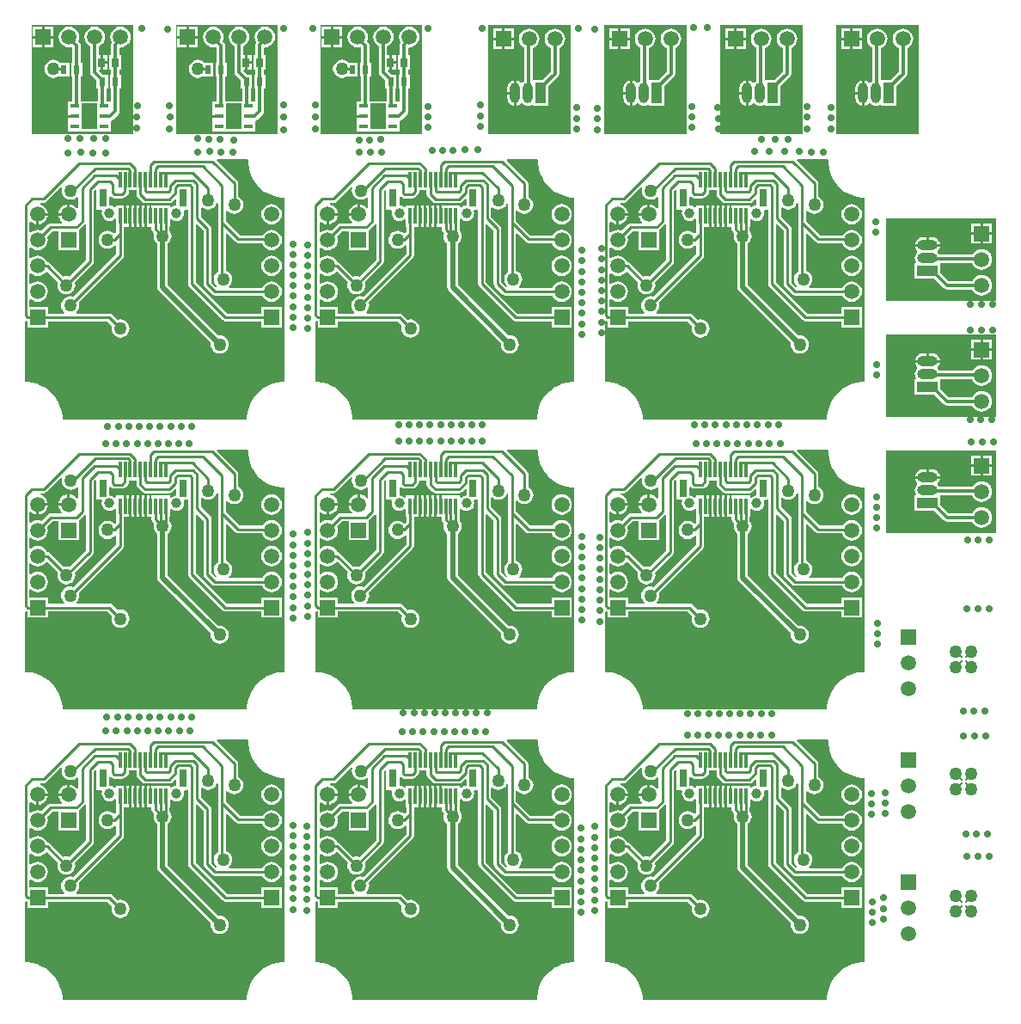
<source format=gtl>
G04*
G04 #@! TF.GenerationSoftware,Altium Limited,Altium Designer,19.0.11 (319)*
G04*
G04 Layer_Physical_Order=1*
G04 Layer_Color=255*
%FSLAX25Y25*%
%MOIN*%
G70*
G01*
G75*
%ADD10R,0.02559X0.03543*%
%ADD11R,0.02362X0.03347*%
%ADD12R,0.03347X0.01772*%
%ADD13R,0.06299X0.09843*%
%ADD14C,0.01200*%
%ADD15C,0.01000*%
%ADD16R,0.03150X0.07087*%
%ADD17R,0.01181X0.06299*%
%ADD18C,0.02000*%
%ADD19C,0.00835*%
%ADD20C,0.00700*%
%ADD21C,0.02800*%
%ADD22C,0.05906*%
%ADD23R,0.05906X0.05906*%
%ADD24C,0.05000*%
%ADD25R,0.05906X0.05906*%
%ADD26O,0.07874X0.03937*%
%ADD27R,0.07874X0.03937*%
%ADD28C,0.06000*%
%ADD29C,0.03937*%
%ADD30O,0.03937X0.07874*%
%ADD31R,0.03937X0.07874*%
G36*
X155923Y336529D02*
X116482D01*
Y378971D01*
X155923D01*
Y336529D01*
D02*
G37*
G36*
X99947D02*
X60506D01*
Y378971D01*
X99947D01*
Y336529D01*
D02*
G37*
G36*
X43971D02*
X4529D01*
Y378971D01*
X43971D01*
Y336529D01*
D02*
G37*
G36*
X348471Y336529D02*
X316529D01*
Y378971D01*
X348471D01*
Y336529D01*
D02*
G37*
G36*
X303471D02*
X271529D01*
Y378971D01*
X303471D01*
Y336529D01*
D02*
G37*
G36*
X258471D02*
X226529D01*
Y378971D01*
X258471D01*
Y336529D01*
D02*
G37*
G36*
X213471D02*
X181529D01*
Y378971D01*
X213471D01*
Y336529D01*
D02*
G37*
G36*
X313502Y326444D02*
Y325998D01*
X313531Y325083D01*
X313771Y323267D01*
X314245Y321498D01*
X314945Y319807D01*
X315861Y318220D01*
X316976Y316768D01*
X318271Y315473D01*
X319724Y314358D01*
X321309Y313442D01*
X323001Y312741D01*
X324770Y312267D01*
X326586Y312029D01*
X327502Y311999D01*
X327502Y311999D01*
X327502Y240498D01*
X326553Y240468D01*
X324673Y240220D01*
X322841Y239729D01*
X321088Y239003D01*
X319446Y238055D01*
X317941Y236900D01*
X316600Y235559D01*
X315445Y234054D01*
X314497Y232412D01*
X313771Y230659D01*
X313280Y228827D01*
X313033Y226947D01*
X313001Y225998D01*
X241501D01*
X241470Y226947D01*
X241223Y228827D01*
X240732Y230659D01*
X240006Y232412D01*
X239058Y234054D01*
X237903Y235559D01*
X236562Y236900D01*
X235057Y238055D01*
X233415Y239003D01*
X231662Y239729D01*
X229830Y240220D01*
X227950Y240468D01*
X227002Y240498D01*
X227002Y240498D01*
Y263807D01*
X227481Y264058D01*
X227949Y263883D01*
Y261546D01*
X235854D01*
Y263969D01*
X259068D01*
X260689Y262348D01*
X260592Y262112D01*
X260471Y261198D01*
X260592Y260285D01*
X260944Y259433D01*
X261505Y258702D01*
X262236Y258141D01*
X263088Y257789D01*
X264001Y257668D01*
X264915Y257789D01*
X265767Y258141D01*
X266498Y258702D01*
X267059Y259433D01*
X267411Y260285D01*
X267532Y261198D01*
X267411Y262112D01*
X267059Y262964D01*
X266498Y263695D01*
X265767Y264256D01*
X264915Y264608D01*
X264001Y264729D01*
X263088Y264608D01*
X262852Y264511D01*
X260783Y266580D01*
X260287Y266912D01*
X259701Y267028D01*
X246940D01*
X246771Y267528D01*
X246998Y267702D01*
X247559Y268433D01*
X247911Y269285D01*
X248032Y270198D01*
X247911Y271112D01*
X247814Y271348D01*
X264909Y288443D01*
X265241Y288939D01*
X265357Y289525D01*
Y300576D01*
X267265D01*
Y308875D01*
X266296D01*
Y304725D01*
X265418D01*
Y308875D01*
X262237D01*
Y308209D01*
X261737Y308080D01*
X261191Y308499D01*
X260469Y308799D01*
X259709Y308898D01*
Y312147D01*
X260209Y312354D01*
X260446Y312117D01*
X260942Y311786D01*
X261527Y311669D01*
X264702D01*
X265287Y311786D01*
X265783Y312117D01*
X266847Y313181D01*
X267178Y313677D01*
X267295Y314262D01*
Y314749D01*
X270172D01*
Y313198D01*
X270288Y312613D01*
X270620Y312117D01*
X272520Y310217D01*
X273016Y309886D01*
X273602Y309769D01*
X282902D01*
X283487Y309886D01*
X283983Y310217D01*
X285200Y311434D01*
X285662Y311243D01*
Y308898D01*
X284903Y308799D01*
X284181Y308499D01*
X283635Y308080D01*
X283135Y308209D01*
Y308875D01*
X276016D01*
Y304725D01*
X275138D01*
Y308875D01*
X274170D01*
Y300576D01*
X276078D01*
Y299693D01*
X276194Y299108D01*
X276526Y298611D01*
X276989Y298148D01*
X276892Y297912D01*
X276771Y296999D01*
X276892Y296085D01*
X277244Y295233D01*
X277805Y294502D01*
X278262Y294152D01*
Y277199D01*
X278417Y276418D01*
X278860Y275757D01*
X299046Y255570D01*
X298971Y254998D01*
X299092Y254085D01*
X299444Y253233D01*
X300005Y252502D01*
X300736Y251941D01*
X301588Y251589D01*
X302502Y251468D01*
X303415Y251589D01*
X304267Y251941D01*
X304998Y252502D01*
X305559Y253233D01*
X305911Y254085D01*
X306032Y254998D01*
X305911Y255912D01*
X305559Y256764D01*
X304998Y257495D01*
X304267Y258056D01*
X303415Y258408D01*
X302502Y258529D01*
X301930Y258453D01*
X282341Y278043D01*
Y294152D01*
X282798Y294502D01*
X283359Y295233D01*
X283711Y296085D01*
X283832Y296999D01*
X283711Y297912D01*
X283359Y298764D01*
X283073Y299135D01*
Y300576D01*
X283135D01*
Y303604D01*
X283635Y303732D01*
X284181Y303313D01*
X284903Y303014D01*
X285678Y302912D01*
X286453Y303014D01*
X287175Y303313D01*
X287795Y303789D01*
X288271Y304409D01*
X288570Y305131D01*
X288672Y305906D01*
X288570Y306681D01*
X288499Y306853D01*
X288777Y307269D01*
X290172D01*
Y278499D01*
X290288Y277913D01*
X290620Y277417D01*
X303620Y264417D01*
X304116Y264086D01*
X304701Y263969D01*
X318649D01*
Y261546D01*
X326554D01*
Y269451D01*
X318649D01*
Y267028D01*
X305335D01*
X293231Y279132D01*
Y301453D01*
X293693Y301644D01*
X296172Y299165D01*
Y278398D01*
X296288Y277813D01*
X296620Y277317D01*
X299520Y274417D01*
X300016Y274085D01*
X300602Y273969D01*
X318957D01*
X319149Y273505D01*
X319782Y272679D01*
X320608Y272046D01*
X321570Y271648D01*
X322602Y271512D01*
X323633Y271648D01*
X324595Y272046D01*
X325421Y272679D01*
X326054Y273505D01*
X326452Y274467D01*
X326588Y275499D01*
X326452Y276530D01*
X326054Y277492D01*
X325421Y278318D01*
X324595Y278951D01*
X323633Y279349D01*
X322602Y279485D01*
X321570Y279349D01*
X320608Y278951D01*
X319782Y278318D01*
X319149Y277492D01*
X318957Y277028D01*
X306110D01*
X305940Y277528D01*
X306298Y277802D01*
X306859Y278533D01*
X307211Y279385D01*
X307332Y280298D01*
X307211Y281212D01*
X306859Y282064D01*
X306298Y282795D01*
X305567Y283356D01*
X304931Y283619D01*
Y297753D01*
X305393Y297944D01*
X308620Y294717D01*
X309116Y294386D01*
X309701Y294269D01*
X318832D01*
X319149Y293505D01*
X319782Y292679D01*
X320608Y292046D01*
X321570Y291648D01*
X322602Y291512D01*
X323633Y291648D01*
X324595Y292046D01*
X325421Y292679D01*
X326054Y293505D01*
X326452Y294467D01*
X326588Y295498D01*
X326452Y296530D01*
X326054Y297492D01*
X325421Y298318D01*
X324595Y298951D01*
X323633Y299349D01*
X322602Y299485D01*
X321570Y299349D01*
X320608Y298951D01*
X319782Y298318D01*
X319149Y297492D01*
X319081Y297328D01*
X310335D01*
X304931Y302732D01*
Y306760D01*
X305431Y306929D01*
X305605Y306702D01*
X306336Y306141D01*
X307188Y305789D01*
X308102Y305668D01*
X309015Y305789D01*
X309867Y306141D01*
X310598Y306702D01*
X311159Y307433D01*
X311511Y308285D01*
X311632Y309198D01*
X311511Y310112D01*
X311159Y310964D01*
X310598Y311695D01*
X309867Y312256D01*
X309631Y312353D01*
Y317399D01*
X309514Y317984D01*
X309183Y318480D01*
X301377Y326286D01*
X301567Y326749D01*
X313147Y326797D01*
X313502Y326444D01*
D02*
G37*
G36*
X201002D02*
Y325998D01*
X201031Y325083D01*
X201271Y323267D01*
X201745Y321498D01*
X202445Y319807D01*
X203361Y318220D01*
X204476Y316768D01*
X205771Y315473D01*
X207224Y314358D01*
X208809Y313442D01*
X210501Y312741D01*
X212270Y312267D01*
X214086Y312029D01*
X215002Y311999D01*
X215002Y311999D01*
X215002Y240498D01*
X214053Y240468D01*
X212173Y240220D01*
X210341Y239729D01*
X208588Y239003D01*
X206946Y238055D01*
X205441Y236900D01*
X204100Y235559D01*
X202945Y234054D01*
X201997Y232412D01*
X201271Y230659D01*
X200780Y228827D01*
X200533Y226947D01*
X200501Y225998D01*
X129001D01*
X128971Y226947D01*
X128723Y228827D01*
X128232Y230659D01*
X127506Y232412D01*
X126558Y234054D01*
X125403Y235559D01*
X124062Y236900D01*
X122557Y238055D01*
X120915Y239003D01*
X119162Y239729D01*
X117330Y240220D01*
X115450Y240468D01*
X114502Y240498D01*
X114502Y240498D01*
Y263807D01*
X114981Y264058D01*
X115449Y263883D01*
Y261546D01*
X123354D01*
Y263969D01*
X146568D01*
X148189Y262348D01*
X148092Y262112D01*
X147971Y261198D01*
X148092Y260285D01*
X148444Y259433D01*
X149005Y258702D01*
X149736Y258141D01*
X150588Y257789D01*
X151502Y257668D01*
X152415Y257789D01*
X153267Y258141D01*
X153998Y258702D01*
X154559Y259433D01*
X154911Y260285D01*
X155032Y261198D01*
X154911Y262112D01*
X154559Y262964D01*
X153998Y263695D01*
X153267Y264256D01*
X152415Y264608D01*
X151502Y264729D01*
X150588Y264608D01*
X150352Y264511D01*
X148283Y266580D01*
X147787Y266912D01*
X147202Y267028D01*
X134440D01*
X134271Y267528D01*
X134498Y267702D01*
X135059Y268433D01*
X135411Y269285D01*
X135532Y270198D01*
X135411Y271112D01*
X135314Y271348D01*
X152409Y288443D01*
X152741Y288939D01*
X152857Y289525D01*
Y300576D01*
X154764D01*
Y308875D01*
X153796D01*
Y304725D01*
X152918D01*
Y308875D01*
X149737D01*
Y308209D01*
X149237Y308080D01*
X148691Y308499D01*
X147969Y308799D01*
X147209Y308898D01*
Y312147D01*
X147709Y312354D01*
X147946Y312117D01*
X148442Y311786D01*
X149028Y311669D01*
X152201D01*
X152787Y311786D01*
X153283Y312117D01*
X154347Y313181D01*
X154678Y313677D01*
X154795Y314262D01*
Y314749D01*
X157672D01*
Y313198D01*
X157789Y312613D01*
X158120Y312117D01*
X160020Y310217D01*
X160516Y309886D01*
X161101Y309769D01*
X170402D01*
X170987Y309886D01*
X171483Y310217D01*
X172700Y311434D01*
X173162Y311243D01*
Y308898D01*
X172403Y308799D01*
X171681Y308499D01*
X171135Y308080D01*
X170635Y308209D01*
Y308875D01*
X163516D01*
Y304725D01*
X162638D01*
Y308875D01*
X161670D01*
Y300576D01*
X163578D01*
Y299693D01*
X163694Y299108D01*
X164026Y298611D01*
X164489Y298148D01*
X164392Y297912D01*
X164271Y296999D01*
X164392Y296085D01*
X164744Y295233D01*
X165305Y294502D01*
X165762Y294152D01*
Y277199D01*
X165918Y276418D01*
X166360Y275757D01*
X186547Y255570D01*
X186471Y254998D01*
X186592Y254085D01*
X186944Y253233D01*
X187505Y252502D01*
X188236Y251941D01*
X189088Y251589D01*
X190001Y251468D01*
X190915Y251589D01*
X191767Y251941D01*
X192498Y252502D01*
X193059Y253233D01*
X193411Y254085D01*
X193532Y254998D01*
X193411Y255912D01*
X193059Y256764D01*
X192498Y257495D01*
X191767Y258056D01*
X190915Y258408D01*
X190001Y258529D01*
X189430Y258453D01*
X169841Y278043D01*
Y294152D01*
X170298Y294502D01*
X170859Y295233D01*
X171211Y296085D01*
X171332Y296999D01*
X171211Y297912D01*
X170859Y298764D01*
X170573Y299135D01*
Y300576D01*
X170635D01*
Y303604D01*
X171135Y303732D01*
X171681Y303313D01*
X172403Y303014D01*
X173178Y302912D01*
X173953Y303014D01*
X174675Y303313D01*
X175295Y303789D01*
X175771Y304409D01*
X176070Y305131D01*
X176172Y305906D01*
X176070Y306681D01*
X175999Y306853D01*
X176277Y307269D01*
X177672D01*
Y278499D01*
X177788Y277913D01*
X178120Y277417D01*
X191120Y264417D01*
X191616Y264086D01*
X192201Y263969D01*
X206149D01*
Y261546D01*
X214054D01*
Y269451D01*
X206149D01*
Y267028D01*
X192835D01*
X180731Y279132D01*
Y301453D01*
X181193Y301644D01*
X183672Y299165D01*
Y278398D01*
X183789Y277813D01*
X184120Y277317D01*
X187020Y274417D01*
X187516Y274085D01*
X188101Y273969D01*
X206457D01*
X206649Y273505D01*
X207282Y272679D01*
X208108Y272046D01*
X209070Y271648D01*
X210102Y271512D01*
X211133Y271648D01*
X212095Y272046D01*
X212921Y272679D01*
X213554Y273505D01*
X213952Y274467D01*
X214088Y275499D01*
X213952Y276530D01*
X213554Y277492D01*
X212921Y278318D01*
X212095Y278951D01*
X211133Y279349D01*
X210102Y279485D01*
X209070Y279349D01*
X208108Y278951D01*
X207282Y278318D01*
X206649Y277492D01*
X206457Y277028D01*
X193610D01*
X193440Y277528D01*
X193798Y277802D01*
X194359Y278533D01*
X194711Y279385D01*
X194832Y280298D01*
X194711Y281212D01*
X194359Y282064D01*
X193798Y282795D01*
X193067Y283356D01*
X192431Y283619D01*
Y297753D01*
X192893Y297944D01*
X196120Y294717D01*
X196616Y294386D01*
X197202Y294269D01*
X206332D01*
X206649Y293505D01*
X207282Y292679D01*
X208108Y292046D01*
X209070Y291648D01*
X210102Y291512D01*
X211133Y291648D01*
X212095Y292046D01*
X212921Y292679D01*
X213554Y293505D01*
X213952Y294467D01*
X214088Y295498D01*
X213952Y296530D01*
X213554Y297492D01*
X212921Y298318D01*
X212095Y298951D01*
X211133Y299349D01*
X210102Y299485D01*
X209070Y299349D01*
X208108Y298951D01*
X207282Y298318D01*
X206649Y297492D01*
X206581Y297328D01*
X197835D01*
X192431Y302732D01*
Y306760D01*
X192931Y306929D01*
X193105Y306702D01*
X193836Y306141D01*
X194688Y305789D01*
X195601Y305668D01*
X196515Y305789D01*
X197367Y306141D01*
X198098Y306702D01*
X198659Y307433D01*
X199011Y308285D01*
X199132Y309198D01*
X199011Y310112D01*
X198659Y310964D01*
X198098Y311695D01*
X197367Y312256D01*
X197131Y312353D01*
Y317399D01*
X197014Y317984D01*
X196683Y318480D01*
X188876Y326286D01*
X189067Y326749D01*
X200647Y326797D01*
X201002Y326444D01*
D02*
G37*
G36*
X88502D02*
Y325998D01*
X88532Y325083D01*
X88771Y323267D01*
X89245Y321498D01*
X89945Y319807D01*
X90861Y318220D01*
X91976Y316768D01*
X93271Y315473D01*
X94723Y314358D01*
X96310Y313442D01*
X98001Y312741D01*
X99770Y312267D01*
X101586Y312029D01*
X102501Y311999D01*
X102501Y311999D01*
X102501Y240498D01*
X101553Y240468D01*
X99673Y240220D01*
X97841Y239729D01*
X96088Y239003D01*
X94446Y238055D01*
X92941Y236900D01*
X91600Y235559D01*
X90445Y234054D01*
X89497Y232412D01*
X88771Y230659D01*
X88280Y228827D01*
X88033Y226947D01*
X88002Y225998D01*
X16501D01*
X16470Y226947D01*
X16223Y228827D01*
X15732Y230659D01*
X15006Y232412D01*
X14058Y234054D01*
X12903Y235559D01*
X11562Y236900D01*
X10057Y238055D01*
X8415Y239003D01*
X6662Y239729D01*
X4830Y240220D01*
X2950Y240468D01*
X2001Y240498D01*
X2001Y240498D01*
Y263807D01*
X2481Y264058D01*
X2949Y263883D01*
Y261546D01*
X10854D01*
Y263969D01*
X34068D01*
X35689Y262348D01*
X35592Y262112D01*
X35471Y261198D01*
X35592Y260285D01*
X35944Y259433D01*
X36505Y258702D01*
X37236Y258141D01*
X38088Y257789D01*
X39002Y257668D01*
X39915Y257789D01*
X40767Y258141D01*
X41498Y258702D01*
X42059Y259433D01*
X42411Y260285D01*
X42532Y261198D01*
X42411Y262112D01*
X42059Y262964D01*
X41498Y263695D01*
X40767Y264256D01*
X39915Y264608D01*
X39002Y264729D01*
X38088Y264608D01*
X37852Y264511D01*
X35783Y266580D01*
X35287Y266912D01*
X34701Y267028D01*
X21940D01*
X21770Y267528D01*
X21998Y267702D01*
X22559Y268433D01*
X22911Y269285D01*
X23032Y270198D01*
X22911Y271112D01*
X22814Y271348D01*
X39909Y288443D01*
X40240Y288939D01*
X40357Y289525D01*
Y300576D01*
X42265D01*
Y308875D01*
X41296D01*
Y304725D01*
X40418D01*
Y308875D01*
X37237D01*
Y308209D01*
X36737Y308080D01*
X36191Y308499D01*
X35469Y308799D01*
X34709Y308898D01*
Y312147D01*
X35209Y312354D01*
X35446Y312117D01*
X35942Y311786D01*
X36527Y311669D01*
X39702D01*
X40287Y311786D01*
X40783Y312117D01*
X41847Y313181D01*
X42178Y313677D01*
X42295Y314262D01*
Y314749D01*
X45172D01*
Y313198D01*
X45289Y312613D01*
X45620Y312117D01*
X47520Y310217D01*
X48016Y309886D01*
X48601Y309769D01*
X57902D01*
X58487Y309886D01*
X58983Y310217D01*
X60200Y311434D01*
X60662Y311243D01*
Y308898D01*
X59903Y308799D01*
X59181Y308499D01*
X58635Y308080D01*
X58135Y308209D01*
Y308875D01*
X51016D01*
Y304725D01*
X50138D01*
Y308875D01*
X49170D01*
Y300576D01*
X51078D01*
Y299693D01*
X51194Y299108D01*
X51526Y298611D01*
X51989Y298148D01*
X51892Y297912D01*
X51771Y296999D01*
X51892Y296085D01*
X52244Y295233D01*
X52805Y294502D01*
X53262Y294152D01*
Y277199D01*
X53417Y276418D01*
X53860Y275757D01*
X74046Y255570D01*
X73971Y254998D01*
X74092Y254085D01*
X74444Y253233D01*
X75005Y252502D01*
X75736Y251941D01*
X76588Y251589D01*
X77501Y251468D01*
X78415Y251589D01*
X79267Y251941D01*
X79998Y252502D01*
X80559Y253233D01*
X80911Y254085D01*
X81032Y254998D01*
X80911Y255912D01*
X80559Y256764D01*
X79998Y257495D01*
X79267Y258056D01*
X78415Y258408D01*
X77501Y258529D01*
X76930Y258453D01*
X57341Y278043D01*
Y294152D01*
X57798Y294502D01*
X58359Y295233D01*
X58711Y296085D01*
X58832Y296999D01*
X58711Y297912D01*
X58359Y298764D01*
X58073Y299135D01*
Y300576D01*
X58135D01*
Y303604D01*
X58635Y303732D01*
X59181Y303313D01*
X59903Y303014D01*
X60678Y302912D01*
X61453Y303014D01*
X62175Y303313D01*
X62795Y303789D01*
X63271Y304409D01*
X63570Y305131D01*
X63672Y305906D01*
X63570Y306681D01*
X63499Y306853D01*
X63777Y307269D01*
X65172D01*
Y278499D01*
X65289Y277913D01*
X65620Y277417D01*
X78620Y264417D01*
X79116Y264086D01*
X79702Y263969D01*
X93649D01*
Y261546D01*
X101554D01*
Y269451D01*
X93649D01*
Y267028D01*
X80335D01*
X68231Y279132D01*
Y301453D01*
X68693Y301644D01*
X71172Y299165D01*
Y278398D01*
X71289Y277813D01*
X71620Y277317D01*
X74520Y274417D01*
X75016Y274085D01*
X75602Y273969D01*
X93957D01*
X94149Y273505D01*
X94782Y272679D01*
X95608Y272046D01*
X96570Y271648D01*
X97601Y271512D01*
X98633Y271648D01*
X99595Y272046D01*
X100421Y272679D01*
X101054Y273505D01*
X101453Y274467D01*
X101588Y275499D01*
X101453Y276530D01*
X101054Y277492D01*
X100421Y278318D01*
X99595Y278951D01*
X98633Y279349D01*
X97601Y279485D01*
X96570Y279349D01*
X95608Y278951D01*
X94782Y278318D01*
X94149Y277492D01*
X93957Y277028D01*
X81110D01*
X80940Y277528D01*
X81298Y277802D01*
X81859Y278533D01*
X82211Y279385D01*
X82332Y280298D01*
X82211Y281212D01*
X81859Y282064D01*
X81298Y282795D01*
X80567Y283356D01*
X79931Y283619D01*
Y297753D01*
X80393Y297944D01*
X83620Y294717D01*
X84116Y294386D01*
X84702Y294269D01*
X93832D01*
X94149Y293505D01*
X94782Y292679D01*
X95608Y292046D01*
X96570Y291648D01*
X97601Y291512D01*
X98633Y291648D01*
X99595Y292046D01*
X100421Y292679D01*
X101054Y293505D01*
X101453Y294467D01*
X101588Y295498D01*
X101453Y296530D01*
X101054Y297492D01*
X100421Y298318D01*
X99595Y298951D01*
X98633Y299349D01*
X97601Y299485D01*
X96570Y299349D01*
X95608Y298951D01*
X94782Y298318D01*
X94149Y297492D01*
X94081Y297328D01*
X85335D01*
X79931Y302732D01*
Y306760D01*
X80431Y306929D01*
X80605Y306702D01*
X81336Y306141D01*
X82188Y305789D01*
X83101Y305668D01*
X84015Y305789D01*
X84867Y306141D01*
X85598Y306702D01*
X86159Y307433D01*
X86511Y308285D01*
X86632Y309198D01*
X86511Y310112D01*
X86159Y310964D01*
X85598Y311695D01*
X84867Y312256D01*
X84631Y312353D01*
Y317399D01*
X84514Y317984D01*
X84183Y318480D01*
X76376Y326286D01*
X76567Y326749D01*
X88147Y326797D01*
X88502Y326444D01*
D02*
G37*
G36*
X241367Y315794D02*
X241292Y315612D01*
X241171Y314699D01*
X241292Y313785D01*
X241644Y312933D01*
X242205Y312202D01*
X242936Y311641D01*
X243788Y311289D01*
X244702Y311168D01*
X245615Y311289D01*
X246467Y311641D01*
X247072Y312106D01*
X247572Y311927D01*
Y308029D01*
X247072Y307860D01*
X246721Y308318D01*
X245895Y308951D01*
X244933Y309349D01*
X244402Y309419D01*
Y305499D01*
X243901D01*
Y304998D01*
X239981D01*
X240051Y304467D01*
X240449Y303505D01*
X241082Y302679D01*
X241280Y302528D01*
X241110Y302028D01*
X236901D01*
X236316Y301911D01*
X235820Y301580D01*
X233397Y299157D01*
X232933Y299349D01*
X231902Y299485D01*
X230870Y299349D01*
X229908Y298951D01*
X229231Y298432D01*
X228731Y298633D01*
Y302364D01*
X229231Y302565D01*
X229908Y302046D01*
X230870Y301647D01*
X231401Y301577D01*
Y305499D01*
X231902D01*
Y305998D01*
X235823D01*
X235753Y306530D01*
X235354Y307492D01*
X234721Y308318D01*
X233895Y308951D01*
X232933Y309349D01*
X232785Y309369D01*
X232817Y309869D01*
X234102D01*
X234687Y309985D01*
X235183Y310317D01*
X240943Y316077D01*
X241367Y315794D01*
D02*
G37*
G36*
X128867D02*
X128792Y315612D01*
X128671Y314699D01*
X128792Y313785D01*
X129144Y312933D01*
X129705Y312202D01*
X130436Y311641D01*
X131288Y311289D01*
X132202Y311168D01*
X133115Y311289D01*
X133967Y311641D01*
X134572Y312106D01*
X135072Y311927D01*
Y308029D01*
X134572Y307860D01*
X134221Y308318D01*
X133395Y308951D01*
X132433Y309349D01*
X131902Y309419D01*
Y305499D01*
X131402D01*
Y304998D01*
X127480D01*
X127550Y304467D01*
X127949Y303505D01*
X128582Y302679D01*
X128780Y302528D01*
X128610Y302028D01*
X124401D01*
X123816Y301911D01*
X123320Y301580D01*
X120897Y299157D01*
X120433Y299349D01*
X119402Y299485D01*
X118370Y299349D01*
X117408Y298951D01*
X116731Y298432D01*
X116231Y298633D01*
Y302364D01*
X116731Y302565D01*
X117408Y302046D01*
X118370Y301647D01*
X118902Y301577D01*
Y305499D01*
X119402D01*
Y305998D01*
X123322D01*
X123252Y306530D01*
X122854Y307492D01*
X122221Y308318D01*
X121395Y308951D01*
X120433Y309349D01*
X120284Y309369D01*
X120317Y309869D01*
X121601D01*
X122187Y309985D01*
X122683Y310317D01*
X128443Y316077D01*
X128867Y315794D01*
D02*
G37*
G36*
X16367D02*
X16292Y315612D01*
X16171Y314699D01*
X16292Y313785D01*
X16644Y312933D01*
X17205Y312202D01*
X17936Y311641D01*
X18788Y311289D01*
X19702Y311168D01*
X20615Y311289D01*
X21467Y311641D01*
X22072Y312106D01*
X22572Y311927D01*
Y308029D01*
X22072Y307860D01*
X21721Y308318D01*
X20895Y308951D01*
X19933Y309349D01*
X19401Y309419D01*
Y305499D01*
X18902D01*
Y304998D01*
X14980D01*
X15051Y304467D01*
X15449Y303505D01*
X16082Y302679D01*
X16280Y302528D01*
X16110Y302028D01*
X11902D01*
X11316Y301911D01*
X10820Y301580D01*
X8397Y299157D01*
X7933Y299349D01*
X6901Y299485D01*
X5870Y299349D01*
X4908Y298951D01*
X4231Y298432D01*
X3731Y298633D01*
Y302364D01*
X4231Y302565D01*
X4908Y302046D01*
X5870Y301647D01*
X6402Y301577D01*
Y305499D01*
X6901D01*
Y305998D01*
X10823D01*
X10752Y306530D01*
X10354Y307492D01*
X9721Y308318D01*
X8895Y308951D01*
X7933Y309349D01*
X7784Y309369D01*
X7817Y309869D01*
X9102D01*
X9687Y309985D01*
X10183Y310317D01*
X15943Y316077D01*
X16367Y315794D01*
D02*
G37*
G36*
X301872Y309690D02*
Y283230D01*
X301305Y282795D01*
X300744Y282064D01*
X300392Y281212D01*
X300271Y280298D01*
X300392Y279385D01*
X300744Y278533D01*
X301305Y277802D01*
X301310Y277798D01*
X301188Y277262D01*
X301033Y277229D01*
X299231Y279032D01*
Y299798D01*
X299114Y300384D01*
X298783Y300880D01*
X295131Y304532D01*
Y308027D01*
X295631Y308206D01*
X296236Y307741D01*
X297088Y307389D01*
X298002Y307268D01*
X298915Y307389D01*
X299767Y307741D01*
X300498Y308302D01*
X301059Y309033D01*
X301372Y309790D01*
X301872Y309690D01*
D02*
G37*
G36*
X189372D02*
Y283230D01*
X188805Y282795D01*
X188244Y282064D01*
X187892Y281212D01*
X187771Y280298D01*
X187892Y279385D01*
X188244Y278533D01*
X188805Y277802D01*
X188810Y277798D01*
X188688Y277262D01*
X188533Y277229D01*
X186731Y279032D01*
Y299798D01*
X186615Y300384D01*
X186283Y300880D01*
X182631Y304532D01*
Y308027D01*
X183131Y308206D01*
X183736Y307741D01*
X184588Y307389D01*
X185502Y307268D01*
X186415Y307389D01*
X187267Y307741D01*
X187998Y308302D01*
X188559Y309033D01*
X188872Y309790D01*
X189372Y309690D01*
D02*
G37*
G36*
X76872D02*
Y283230D01*
X76305Y282795D01*
X75744Y282064D01*
X75392Y281212D01*
X75271Y280298D01*
X75392Y279385D01*
X75744Y278533D01*
X76305Y277802D01*
X76310Y277798D01*
X76188Y277262D01*
X76034Y277229D01*
X74231Y279032D01*
Y299798D01*
X74115Y300384D01*
X73783Y300880D01*
X70131Y304532D01*
Y308027D01*
X70631Y308206D01*
X71236Y307741D01*
X72088Y307389D01*
X73001Y307268D01*
X73915Y307389D01*
X74767Y307741D01*
X75498Y308302D01*
X76059Y309033D01*
X76372Y309790D01*
X76872Y309690D01*
D02*
G37*
G36*
X254560Y314741D02*
Y307269D01*
X256595D01*
X256873Y306853D01*
X256802Y306681D01*
X256699Y305906D01*
X256802Y305131D01*
X257101Y304409D01*
X257576Y303789D01*
X258197Y303313D01*
X258919Y303014D01*
X259694Y302912D01*
X260469Y303014D01*
X261191Y303313D01*
X261737Y303732D01*
X262237Y303604D01*
Y300576D01*
X262298D01*
Y298532D01*
X261839Y298072D01*
X261498Y298095D01*
X260767Y298656D01*
X259915Y299008D01*
X259001Y299129D01*
X258088Y299008D01*
X257236Y298656D01*
X256505Y298095D01*
X255944Y297364D01*
X255592Y296512D01*
X255471Y295599D01*
X255592Y294685D01*
X255944Y293833D01*
X256505Y293102D01*
X257236Y292541D01*
X258088Y292189D01*
X259001Y292068D01*
X259915Y292189D01*
X260767Y292541D01*
X261498Y293102D01*
X261798Y293494D01*
X262298Y293324D01*
Y290158D01*
X245651Y273511D01*
X245415Y273608D01*
X244501Y273729D01*
X243588Y273608D01*
X242736Y273256D01*
X242005Y272695D01*
X241444Y271964D01*
X241092Y271112D01*
X240971Y270198D01*
X241092Y269285D01*
X241444Y268433D01*
X242005Y267702D01*
X242232Y267528D01*
X242063Y267028D01*
X235854D01*
Y269451D01*
X228731D01*
Y272364D01*
X229231Y272565D01*
X229908Y272046D01*
X230870Y271648D01*
X231902Y271512D01*
X232933Y271648D01*
X233895Y272046D01*
X234721Y272679D01*
X235354Y273505D01*
X235753Y274467D01*
X235888Y275499D01*
X235753Y276530D01*
X235354Y277492D01*
X234721Y278318D01*
X233895Y278951D01*
X232933Y279349D01*
X231902Y279485D01*
X230870Y279349D01*
X229908Y278951D01*
X229231Y278432D01*
X228731Y278633D01*
Y282364D01*
X229231Y282565D01*
X229908Y282046D01*
X230870Y281647D01*
X231902Y281512D01*
X232933Y281647D01*
X233895Y282046D01*
X234721Y282679D01*
X235114Y283192D01*
X235613Y283224D01*
X239689Y279148D01*
X239592Y278912D01*
X239471Y277998D01*
X239592Y277085D01*
X239944Y276233D01*
X240505Y275502D01*
X241236Y274941D01*
X242088Y274589D01*
X243002Y274468D01*
X243915Y274589D01*
X244767Y274941D01*
X245498Y275502D01*
X246059Y276233D01*
X246411Y277085D01*
X246532Y277998D01*
X246411Y278912D01*
X246314Y279148D01*
X253233Y286067D01*
X253565Y286563D01*
X253681Y287148D01*
Y314515D01*
X254098Y314932D01*
X254560Y314741D01*
D02*
G37*
G36*
X142060D02*
Y307269D01*
X144095D01*
X144373Y306853D01*
X144301Y306681D01*
X144200Y305906D01*
X144301Y305131D01*
X144601Y304409D01*
X145077Y303789D01*
X145697Y303313D01*
X146419Y303014D01*
X147194Y302912D01*
X147969Y303014D01*
X148691Y303313D01*
X149237Y303732D01*
X149737Y303604D01*
Y300576D01*
X149798D01*
Y298532D01*
X149338Y298072D01*
X148998Y298095D01*
X148267Y298656D01*
X147415Y299008D01*
X146502Y299129D01*
X145588Y299008D01*
X144736Y298656D01*
X144005Y298095D01*
X143444Y297364D01*
X143092Y296512D01*
X142971Y295599D01*
X143092Y294685D01*
X143444Y293833D01*
X144005Y293102D01*
X144736Y292541D01*
X145588Y292189D01*
X146502Y292068D01*
X147415Y292189D01*
X148267Y292541D01*
X148998Y293102D01*
X149298Y293494D01*
X149798Y293324D01*
Y290158D01*
X133151Y273511D01*
X132915Y273608D01*
X132001Y273729D01*
X131088Y273608D01*
X130236Y273256D01*
X129505Y272695D01*
X128944Y271964D01*
X128592Y271112D01*
X128471Y270198D01*
X128592Y269285D01*
X128944Y268433D01*
X129505Y267702D01*
X129733Y267528D01*
X129563Y267028D01*
X123354D01*
Y269451D01*
X116231D01*
Y272364D01*
X116731Y272565D01*
X117408Y272046D01*
X118370Y271648D01*
X119402Y271512D01*
X120433Y271648D01*
X121395Y272046D01*
X122221Y272679D01*
X122854Y273505D01*
X123252Y274467D01*
X123388Y275499D01*
X123252Y276530D01*
X122854Y277492D01*
X122221Y278318D01*
X121395Y278951D01*
X120433Y279349D01*
X119402Y279485D01*
X118370Y279349D01*
X117408Y278951D01*
X116731Y278432D01*
X116231Y278633D01*
Y282364D01*
X116731Y282565D01*
X117408Y282046D01*
X118370Y281647D01*
X119402Y281512D01*
X120433Y281647D01*
X121395Y282046D01*
X122221Y282679D01*
X122614Y283192D01*
X123113Y283224D01*
X127189Y279148D01*
X127092Y278912D01*
X126971Y277998D01*
X127092Y277085D01*
X127444Y276233D01*
X128005Y275502D01*
X128736Y274941D01*
X129588Y274589D01*
X130501Y274468D01*
X131415Y274589D01*
X132267Y274941D01*
X132998Y275502D01*
X133559Y276233D01*
X133911Y277085D01*
X134032Y277998D01*
X133911Y278912D01*
X133814Y279148D01*
X140733Y286067D01*
X141065Y286563D01*
X141181Y287148D01*
Y314515D01*
X141598Y314932D01*
X142060Y314741D01*
D02*
G37*
G36*
X29560D02*
Y307269D01*
X31595D01*
X31873Y306853D01*
X31802Y306681D01*
X31699Y305906D01*
X31802Y305131D01*
X32101Y304409D01*
X32577Y303789D01*
X33197Y303313D01*
X33919Y303014D01*
X34694Y302912D01*
X35469Y303014D01*
X36191Y303313D01*
X36737Y303732D01*
X37237Y303604D01*
Y300576D01*
X37298D01*
Y298532D01*
X36838Y298072D01*
X36498Y298095D01*
X35767Y298656D01*
X34915Y299008D01*
X34001Y299129D01*
X33088Y299008D01*
X32236Y298656D01*
X31505Y298095D01*
X30944Y297364D01*
X30592Y296512D01*
X30471Y295599D01*
X30592Y294685D01*
X30944Y293833D01*
X31505Y293102D01*
X32236Y292541D01*
X33088Y292189D01*
X34001Y292068D01*
X34915Y292189D01*
X35767Y292541D01*
X36498Y293102D01*
X36798Y293494D01*
X37298Y293324D01*
Y290158D01*
X20651Y273511D01*
X20415Y273608D01*
X19501Y273729D01*
X18588Y273608D01*
X17736Y273256D01*
X17005Y272695D01*
X16444Y271964D01*
X16092Y271112D01*
X15971Y270198D01*
X16092Y269285D01*
X16444Y268433D01*
X17005Y267702D01*
X17233Y267528D01*
X17063Y267028D01*
X10854D01*
Y269451D01*
X3731D01*
Y272364D01*
X4231Y272565D01*
X4908Y272046D01*
X5870Y271648D01*
X6901Y271512D01*
X7933Y271648D01*
X8895Y272046D01*
X9721Y272679D01*
X10354Y273505D01*
X10752Y274467D01*
X10888Y275499D01*
X10752Y276530D01*
X10354Y277492D01*
X9721Y278318D01*
X8895Y278951D01*
X7933Y279349D01*
X6901Y279485D01*
X5870Y279349D01*
X4908Y278951D01*
X4231Y278432D01*
X3731Y278633D01*
Y282364D01*
X4231Y282565D01*
X4908Y282046D01*
X5870Y281647D01*
X6901Y281512D01*
X7933Y281647D01*
X8895Y282046D01*
X9721Y282679D01*
X10114Y283192D01*
X10613Y283224D01*
X14689Y279148D01*
X14592Y278912D01*
X14471Y277998D01*
X14592Y277085D01*
X14944Y276233D01*
X15505Y275502D01*
X16236Y274941D01*
X17088Y274589D01*
X18001Y274468D01*
X18915Y274589D01*
X19767Y274941D01*
X20498Y275502D01*
X21059Y276233D01*
X21411Y277085D01*
X21532Y277998D01*
X21411Y278912D01*
X21314Y279148D01*
X28233Y286067D01*
X28565Y286563D01*
X28681Y287148D01*
Y314515D01*
X29098Y314932D01*
X29560Y314741D01*
D02*
G37*
G36*
X250370Y301514D02*
X250622Y301374D01*
Y287782D01*
X244151Y281311D01*
X243915Y281408D01*
X243002Y281529D01*
X242088Y281408D01*
X241852Y281311D01*
X236583Y286580D01*
X236087Y286912D01*
X235550Y287018D01*
X235354Y287492D01*
X234721Y288318D01*
X233895Y288951D01*
X232933Y289350D01*
X231902Y289485D01*
X230870Y289350D01*
X229908Y288951D01*
X229231Y288432D01*
X228731Y288633D01*
Y292364D01*
X229231Y292565D01*
X229908Y292046D01*
X230870Y291648D01*
X231902Y291512D01*
X232933Y291648D01*
X233895Y292046D01*
X234721Y292679D01*
X235354Y293505D01*
X235753Y294467D01*
X235888Y295498D01*
X235753Y296530D01*
X235560Y296994D01*
X237535Y298969D01*
X239949D01*
Y291546D01*
X247854D01*
Y299331D01*
X247983Y299417D01*
X250122Y301556D01*
X250370Y301514D01*
D02*
G37*
G36*
X137870D02*
X138122Y301374D01*
Y287782D01*
X131651Y281311D01*
X131415Y281408D01*
X130501Y281529D01*
X129588Y281408D01*
X129352Y281311D01*
X124083Y286580D01*
X123587Y286912D01*
X123050Y287018D01*
X122854Y287492D01*
X122221Y288318D01*
X121395Y288951D01*
X120433Y289350D01*
X119402Y289485D01*
X118370Y289350D01*
X117408Y288951D01*
X116731Y288432D01*
X116231Y288633D01*
Y292364D01*
X116731Y292565D01*
X117408Y292046D01*
X118370Y291648D01*
X119402Y291512D01*
X120433Y291648D01*
X121395Y292046D01*
X122221Y292679D01*
X122854Y293505D01*
X123252Y294467D01*
X123388Y295498D01*
X123252Y296530D01*
X123060Y296994D01*
X125035Y298969D01*
X127449D01*
Y291546D01*
X135354D01*
Y299331D01*
X135483Y299417D01*
X137622Y301556D01*
X137870Y301514D01*
D02*
G37*
G36*
X25370D02*
X25622Y301374D01*
Y287782D01*
X19151Y281311D01*
X18915Y281408D01*
X18001Y281529D01*
X17088Y281408D01*
X16852Y281311D01*
X11583Y286580D01*
X11087Y286912D01*
X10550Y287018D01*
X10354Y287492D01*
X9721Y288318D01*
X8895Y288951D01*
X7933Y289350D01*
X6901Y289485D01*
X5870Y289350D01*
X4908Y288951D01*
X4231Y288432D01*
X3731Y288633D01*
Y292364D01*
X4231Y292565D01*
X4908Y292046D01*
X5870Y291648D01*
X6901Y291512D01*
X7933Y291648D01*
X8895Y292046D01*
X9721Y292679D01*
X10354Y293505D01*
X10752Y294467D01*
X10888Y295498D01*
X10752Y296530D01*
X10560Y296994D01*
X12535Y298969D01*
X14949D01*
Y291546D01*
X22854D01*
Y299331D01*
X22983Y299417D01*
X25122Y301556D01*
X25370Y301514D01*
D02*
G37*
G36*
X378471Y272029D02*
X336029D01*
Y303971D01*
X378471D01*
Y272029D01*
D02*
G37*
G36*
Y227029D02*
X336029D01*
Y258971D01*
X378471D01*
Y227029D01*
D02*
G37*
G36*
X313502Y213944D02*
Y213498D01*
X313531Y212583D01*
X313771Y210767D01*
X314245Y208998D01*
X314945Y207307D01*
X315861Y205720D01*
X316976Y204268D01*
X318271Y202973D01*
X319724Y201858D01*
X321309Y200942D01*
X323001Y200241D01*
X324770Y199767D01*
X326586Y199529D01*
X327502Y199498D01*
X327502Y199498D01*
X327502Y127998D01*
X326553Y127968D01*
X324673Y127720D01*
X322841Y127229D01*
X321088Y126503D01*
X319446Y125555D01*
X317941Y124400D01*
X316600Y123059D01*
X315445Y121554D01*
X314497Y119912D01*
X313771Y118159D01*
X313280Y116327D01*
X313033Y114447D01*
X313001Y113498D01*
X241501D01*
X241470Y114447D01*
X241223Y116327D01*
X240732Y118159D01*
X240006Y119912D01*
X239058Y121554D01*
X237903Y123059D01*
X236562Y124400D01*
X235057Y125555D01*
X233415Y126503D01*
X231662Y127229D01*
X229830Y127720D01*
X227950Y127968D01*
X227002Y127998D01*
X227002Y127998D01*
Y151307D01*
X227481Y151558D01*
X227949Y151383D01*
Y149046D01*
X235854D01*
Y151469D01*
X259068D01*
X260689Y149848D01*
X260592Y149612D01*
X260471Y148698D01*
X260592Y147785D01*
X260944Y146933D01*
X261505Y146202D01*
X262236Y145641D01*
X263088Y145289D01*
X264001Y145168D01*
X264915Y145289D01*
X265767Y145641D01*
X266498Y146202D01*
X267059Y146933D01*
X267411Y147785D01*
X267532Y148698D01*
X267411Y149612D01*
X267059Y150464D01*
X266498Y151195D01*
X265767Y151756D01*
X264915Y152108D01*
X264001Y152229D01*
X263088Y152108D01*
X262852Y152011D01*
X260783Y154080D01*
X260287Y154411D01*
X259701Y154528D01*
X246940D01*
X246771Y155028D01*
X246998Y155202D01*
X247559Y155933D01*
X247911Y156785D01*
X248032Y157699D01*
X247911Y158612D01*
X247814Y158848D01*
X264909Y175943D01*
X265241Y176439D01*
X265357Y177024D01*
Y188076D01*
X267265D01*
Y196375D01*
X266296D01*
Y192225D01*
X265418D01*
Y196375D01*
X262237D01*
Y195709D01*
X261737Y195580D01*
X261191Y195999D01*
X260469Y196299D01*
X259709Y196398D01*
Y199647D01*
X260209Y199854D01*
X260446Y199617D01*
X260942Y199285D01*
X261527Y199169D01*
X264702D01*
X265287Y199285D01*
X265783Y199617D01*
X266847Y200681D01*
X267178Y201177D01*
X267295Y201762D01*
Y202249D01*
X270172D01*
Y200698D01*
X270288Y200113D01*
X270620Y199617D01*
X272520Y197717D01*
X273016Y197386D01*
X273602Y197269D01*
X282902D01*
X283487Y197386D01*
X283983Y197717D01*
X285200Y198934D01*
X285662Y198743D01*
Y196398D01*
X284903Y196299D01*
X284181Y195999D01*
X283635Y195580D01*
X283135Y195709D01*
Y196375D01*
X276016D01*
Y192225D01*
X275138D01*
Y196375D01*
X274170D01*
Y188076D01*
X276078D01*
Y187193D01*
X276194Y186608D01*
X276526Y186112D01*
X276989Y185648D01*
X276892Y185412D01*
X276771Y184499D01*
X276892Y183585D01*
X277244Y182733D01*
X277805Y182002D01*
X278262Y181652D01*
Y164699D01*
X278417Y163918D01*
X278860Y163257D01*
X299046Y143070D01*
X298971Y142499D01*
X299092Y141585D01*
X299444Y140733D01*
X300005Y140002D01*
X300736Y139441D01*
X301588Y139089D01*
X302502Y138968D01*
X303415Y139089D01*
X304267Y139441D01*
X304998Y140002D01*
X305559Y140733D01*
X305911Y141585D01*
X306032Y142499D01*
X305911Y143412D01*
X305559Y144264D01*
X304998Y144995D01*
X304267Y145556D01*
X303415Y145908D01*
X302502Y146029D01*
X301930Y145954D01*
X282341Y165543D01*
Y181652D01*
X282798Y182002D01*
X283359Y182733D01*
X283711Y183585D01*
X283832Y184499D01*
X283711Y185412D01*
X283359Y186264D01*
X283073Y186635D01*
Y188076D01*
X283135D01*
Y191103D01*
X283635Y191233D01*
X284181Y190813D01*
X284903Y190514D01*
X285678Y190412D01*
X286453Y190514D01*
X287175Y190813D01*
X287795Y191289D01*
X288271Y191909D01*
X288570Y192631D01*
X288672Y193406D01*
X288570Y194181D01*
X288499Y194353D01*
X288777Y194769D01*
X290172D01*
Y165998D01*
X290288Y165413D01*
X290620Y164917D01*
X303620Y151917D01*
X304116Y151585D01*
X304701Y151469D01*
X318649D01*
Y149046D01*
X326554D01*
Y156951D01*
X318649D01*
Y154528D01*
X305335D01*
X293231Y166632D01*
Y188953D01*
X293693Y189144D01*
X296172Y186665D01*
Y165899D01*
X296288Y165313D01*
X296620Y164817D01*
X299520Y161917D01*
X300016Y161585D01*
X300602Y161469D01*
X318957D01*
X319149Y161005D01*
X319782Y160179D01*
X320608Y159546D01*
X321570Y159148D01*
X322602Y159012D01*
X323633Y159148D01*
X324595Y159546D01*
X325421Y160179D01*
X326054Y161005D01*
X326452Y161967D01*
X326588Y162998D01*
X326452Y164030D01*
X326054Y164992D01*
X325421Y165818D01*
X324595Y166451D01*
X323633Y166850D01*
X322602Y166985D01*
X321570Y166850D01*
X320608Y166451D01*
X319782Y165818D01*
X319149Y164992D01*
X318957Y164528D01*
X306110D01*
X305940Y165028D01*
X306298Y165302D01*
X306859Y166033D01*
X307211Y166885D01*
X307332Y167798D01*
X307211Y168712D01*
X306859Y169564D01*
X306298Y170295D01*
X305567Y170856D01*
X304931Y171119D01*
Y185253D01*
X305393Y185444D01*
X308620Y182217D01*
X309116Y181886D01*
X309701Y181769D01*
X318832D01*
X319149Y181005D01*
X319782Y180179D01*
X320608Y179546D01*
X321570Y179148D01*
X322602Y179012D01*
X323633Y179148D01*
X324595Y179546D01*
X325421Y180179D01*
X326054Y181005D01*
X326452Y181967D01*
X326588Y182999D01*
X326452Y184030D01*
X326054Y184992D01*
X325421Y185818D01*
X324595Y186451D01*
X323633Y186849D01*
X322602Y186985D01*
X321570Y186849D01*
X320608Y186451D01*
X319782Y185818D01*
X319149Y184992D01*
X319081Y184828D01*
X310335D01*
X304931Y190232D01*
Y194260D01*
X305431Y194430D01*
X305605Y194202D01*
X306336Y193641D01*
X307188Y193289D01*
X308102Y193168D01*
X309015Y193289D01*
X309867Y193641D01*
X310598Y194202D01*
X311159Y194933D01*
X311511Y195785D01*
X311632Y196698D01*
X311511Y197612D01*
X311159Y198464D01*
X310598Y199195D01*
X309867Y199756D01*
X309631Y199853D01*
Y204899D01*
X309514Y205484D01*
X309183Y205980D01*
X301377Y213786D01*
X301567Y214249D01*
X313147Y214297D01*
X313502Y213944D01*
D02*
G37*
G36*
X201002D02*
Y213498D01*
X201031Y212583D01*
X201271Y210767D01*
X201745Y208998D01*
X202445Y207307D01*
X203361Y205720D01*
X204476Y204268D01*
X205771Y202973D01*
X207224Y201858D01*
X208809Y200942D01*
X210501Y200241D01*
X212270Y199767D01*
X214086Y199529D01*
X215002Y199498D01*
X215002Y199498D01*
X215002Y127998D01*
X214053Y127968D01*
X212173Y127720D01*
X210341Y127229D01*
X208588Y126503D01*
X206946Y125555D01*
X205441Y124400D01*
X204100Y123059D01*
X202945Y121554D01*
X201997Y119912D01*
X201271Y118159D01*
X200780Y116327D01*
X200533Y114447D01*
X200501Y113498D01*
X129001D01*
X128971Y114447D01*
X128723Y116327D01*
X128232Y118159D01*
X127506Y119912D01*
X126558Y121554D01*
X125403Y123059D01*
X124062Y124400D01*
X122557Y125555D01*
X120915Y126503D01*
X119162Y127229D01*
X117330Y127720D01*
X115450Y127968D01*
X114502Y127998D01*
X114502Y127998D01*
Y151307D01*
X114981Y151558D01*
X115449Y151383D01*
Y149046D01*
X123354D01*
Y151469D01*
X146568D01*
X148189Y149848D01*
X148092Y149612D01*
X147971Y148698D01*
X148092Y147785D01*
X148444Y146933D01*
X149005Y146202D01*
X149736Y145641D01*
X150588Y145289D01*
X151502Y145168D01*
X152415Y145289D01*
X153267Y145641D01*
X153998Y146202D01*
X154559Y146933D01*
X154911Y147785D01*
X155032Y148698D01*
X154911Y149612D01*
X154559Y150464D01*
X153998Y151195D01*
X153267Y151756D01*
X152415Y152108D01*
X151502Y152229D01*
X150588Y152108D01*
X150352Y152011D01*
X148283Y154080D01*
X147787Y154411D01*
X147202Y154528D01*
X134440D01*
X134271Y155028D01*
X134498Y155202D01*
X135059Y155933D01*
X135411Y156785D01*
X135532Y157699D01*
X135411Y158612D01*
X135314Y158848D01*
X152409Y175943D01*
X152741Y176439D01*
X152857Y177024D01*
Y188076D01*
X154764D01*
Y196375D01*
X153796D01*
Y192225D01*
X152918D01*
Y196375D01*
X149737D01*
Y195709D01*
X149237Y195580D01*
X148691Y195999D01*
X147969Y196299D01*
X147209Y196398D01*
Y199647D01*
X147709Y199854D01*
X147946Y199617D01*
X148442Y199285D01*
X149028Y199169D01*
X152201D01*
X152787Y199285D01*
X153283Y199617D01*
X154347Y200681D01*
X154678Y201177D01*
X154795Y201762D01*
Y202249D01*
X157672D01*
Y200698D01*
X157789Y200113D01*
X158120Y199617D01*
X160020Y197717D01*
X160516Y197386D01*
X161101Y197269D01*
X170402D01*
X170987Y197386D01*
X171483Y197717D01*
X172700Y198934D01*
X173162Y198743D01*
Y196398D01*
X172403Y196299D01*
X171681Y195999D01*
X171135Y195580D01*
X170635Y195709D01*
Y196375D01*
X163516D01*
Y192225D01*
X162638D01*
Y196375D01*
X161670D01*
Y188076D01*
X163578D01*
Y187193D01*
X163694Y186608D01*
X164026Y186112D01*
X164489Y185648D01*
X164392Y185412D01*
X164271Y184499D01*
X164392Y183585D01*
X164744Y182733D01*
X165305Y182002D01*
X165762Y181652D01*
Y164699D01*
X165918Y163918D01*
X166360Y163257D01*
X186547Y143070D01*
X186471Y142499D01*
X186592Y141585D01*
X186944Y140733D01*
X187505Y140002D01*
X188236Y139441D01*
X189088Y139089D01*
X190001Y138968D01*
X190915Y139089D01*
X191767Y139441D01*
X192498Y140002D01*
X193059Y140733D01*
X193411Y141585D01*
X193532Y142499D01*
X193411Y143412D01*
X193059Y144264D01*
X192498Y144995D01*
X191767Y145556D01*
X190915Y145908D01*
X190001Y146029D01*
X189430Y145954D01*
X169841Y165543D01*
Y181652D01*
X170298Y182002D01*
X170859Y182733D01*
X171211Y183585D01*
X171332Y184499D01*
X171211Y185412D01*
X170859Y186264D01*
X170573Y186635D01*
Y188076D01*
X170635D01*
Y191103D01*
X171135Y191233D01*
X171681Y190813D01*
X172403Y190514D01*
X173178Y190412D01*
X173953Y190514D01*
X174675Y190813D01*
X175295Y191289D01*
X175771Y191909D01*
X176070Y192631D01*
X176172Y193406D01*
X176070Y194181D01*
X175999Y194353D01*
X176277Y194769D01*
X177672D01*
Y165998D01*
X177788Y165413D01*
X178120Y164917D01*
X191120Y151917D01*
X191616Y151585D01*
X192201Y151469D01*
X206149D01*
Y149046D01*
X214054D01*
Y156951D01*
X206149D01*
Y154528D01*
X192835D01*
X180731Y166632D01*
Y188953D01*
X181193Y189144D01*
X183672Y186665D01*
Y165899D01*
X183789Y165313D01*
X184120Y164817D01*
X187020Y161917D01*
X187516Y161585D01*
X188101Y161469D01*
X206457D01*
X206649Y161005D01*
X207282Y160179D01*
X208108Y159546D01*
X209070Y159148D01*
X210102Y159012D01*
X211133Y159148D01*
X212095Y159546D01*
X212921Y160179D01*
X213554Y161005D01*
X213952Y161967D01*
X214088Y162998D01*
X213952Y164030D01*
X213554Y164992D01*
X212921Y165818D01*
X212095Y166451D01*
X211133Y166850D01*
X210102Y166985D01*
X209070Y166850D01*
X208108Y166451D01*
X207282Y165818D01*
X206649Y164992D01*
X206457Y164528D01*
X193610D01*
X193440Y165028D01*
X193798Y165302D01*
X194359Y166033D01*
X194711Y166885D01*
X194832Y167798D01*
X194711Y168712D01*
X194359Y169564D01*
X193798Y170295D01*
X193067Y170856D01*
X192431Y171119D01*
Y185253D01*
X192893Y185444D01*
X196120Y182217D01*
X196616Y181886D01*
X197202Y181769D01*
X206332D01*
X206649Y181005D01*
X207282Y180179D01*
X208108Y179546D01*
X209070Y179148D01*
X210102Y179012D01*
X211133Y179148D01*
X212095Y179546D01*
X212921Y180179D01*
X213554Y181005D01*
X213952Y181967D01*
X214088Y182999D01*
X213952Y184030D01*
X213554Y184992D01*
X212921Y185818D01*
X212095Y186451D01*
X211133Y186849D01*
X210102Y186985D01*
X209070Y186849D01*
X208108Y186451D01*
X207282Y185818D01*
X206649Y184992D01*
X206581Y184828D01*
X197835D01*
X192431Y190232D01*
Y194260D01*
X192931Y194430D01*
X193105Y194202D01*
X193836Y193641D01*
X194688Y193289D01*
X195601Y193168D01*
X196515Y193289D01*
X197367Y193641D01*
X198098Y194202D01*
X198659Y194933D01*
X199011Y195785D01*
X199132Y196698D01*
X199011Y197612D01*
X198659Y198464D01*
X198098Y199195D01*
X197367Y199756D01*
X197131Y199853D01*
Y204899D01*
X197014Y205484D01*
X196683Y205980D01*
X188876Y213786D01*
X189067Y214249D01*
X200647Y214297D01*
X201002Y213944D01*
D02*
G37*
G36*
X88502D02*
Y213498D01*
X88532Y212583D01*
X88771Y210767D01*
X89245Y208998D01*
X89945Y207307D01*
X90861Y205720D01*
X91976Y204268D01*
X93271Y202973D01*
X94723Y201858D01*
X96310Y200942D01*
X98001Y200241D01*
X99770Y199767D01*
X101586Y199529D01*
X102501Y199498D01*
X102501Y199498D01*
X102501Y127998D01*
X101553Y127968D01*
X99673Y127720D01*
X97841Y127229D01*
X96088Y126503D01*
X94446Y125555D01*
X92941Y124400D01*
X91600Y123059D01*
X90445Y121554D01*
X89497Y119912D01*
X88771Y118159D01*
X88280Y116327D01*
X88033Y114447D01*
X88002Y113498D01*
X16501D01*
X16470Y114447D01*
X16223Y116327D01*
X15732Y118159D01*
X15006Y119912D01*
X14058Y121554D01*
X12903Y123059D01*
X11562Y124400D01*
X10057Y125555D01*
X8415Y126503D01*
X6662Y127229D01*
X4830Y127720D01*
X2950Y127968D01*
X2001Y127998D01*
X2001Y127998D01*
Y151307D01*
X2481Y151558D01*
X2949Y151383D01*
Y149046D01*
X10854D01*
Y151469D01*
X34068D01*
X35689Y149848D01*
X35592Y149612D01*
X35471Y148698D01*
X35592Y147785D01*
X35944Y146933D01*
X36505Y146202D01*
X37236Y145641D01*
X38088Y145289D01*
X39002Y145168D01*
X39915Y145289D01*
X40767Y145641D01*
X41498Y146202D01*
X42059Y146933D01*
X42411Y147785D01*
X42532Y148698D01*
X42411Y149612D01*
X42059Y150464D01*
X41498Y151195D01*
X40767Y151756D01*
X39915Y152108D01*
X39002Y152229D01*
X38088Y152108D01*
X37852Y152011D01*
X35783Y154080D01*
X35287Y154411D01*
X34701Y154528D01*
X21940D01*
X21770Y155028D01*
X21998Y155202D01*
X22559Y155933D01*
X22911Y156785D01*
X23032Y157699D01*
X22911Y158612D01*
X22814Y158848D01*
X39909Y175943D01*
X40240Y176439D01*
X40357Y177024D01*
Y188076D01*
X42265D01*
Y196375D01*
X41296D01*
Y192225D01*
X40418D01*
Y196375D01*
X37237D01*
Y195709D01*
X36737Y195580D01*
X36191Y195999D01*
X35469Y196299D01*
X34709Y196398D01*
Y199647D01*
X35209Y199854D01*
X35446Y199617D01*
X35942Y199285D01*
X36527Y199169D01*
X39702D01*
X40287Y199285D01*
X40783Y199617D01*
X41847Y200681D01*
X42178Y201177D01*
X42295Y201762D01*
Y202249D01*
X45172D01*
Y200698D01*
X45289Y200113D01*
X45620Y199617D01*
X47520Y197717D01*
X48016Y197386D01*
X48601Y197269D01*
X57902D01*
X58487Y197386D01*
X58983Y197717D01*
X60200Y198934D01*
X60662Y198743D01*
Y196398D01*
X59903Y196299D01*
X59181Y195999D01*
X58635Y195580D01*
X58135Y195709D01*
Y196375D01*
X51016D01*
Y192225D01*
X50138D01*
Y196375D01*
X49170D01*
Y188076D01*
X51078D01*
Y187193D01*
X51194Y186608D01*
X51526Y186112D01*
X51989Y185648D01*
X51892Y185412D01*
X51771Y184499D01*
X51892Y183585D01*
X52244Y182733D01*
X52805Y182002D01*
X53262Y181652D01*
Y164699D01*
X53417Y163918D01*
X53860Y163257D01*
X74046Y143070D01*
X73971Y142499D01*
X74092Y141585D01*
X74444Y140733D01*
X75005Y140002D01*
X75736Y139441D01*
X76588Y139089D01*
X77501Y138968D01*
X78415Y139089D01*
X79267Y139441D01*
X79998Y140002D01*
X80559Y140733D01*
X80911Y141585D01*
X81032Y142499D01*
X80911Y143412D01*
X80559Y144264D01*
X79998Y144995D01*
X79267Y145556D01*
X78415Y145908D01*
X77501Y146029D01*
X76930Y145954D01*
X57341Y165543D01*
Y181652D01*
X57798Y182002D01*
X58359Y182733D01*
X58711Y183585D01*
X58832Y184499D01*
X58711Y185412D01*
X58359Y186264D01*
X58073Y186635D01*
Y188076D01*
X58135D01*
Y191103D01*
X58635Y191233D01*
X59181Y190813D01*
X59903Y190514D01*
X60678Y190412D01*
X61453Y190514D01*
X62175Y190813D01*
X62795Y191289D01*
X63271Y191909D01*
X63570Y192631D01*
X63672Y193406D01*
X63570Y194181D01*
X63499Y194353D01*
X63777Y194769D01*
X65172D01*
Y165998D01*
X65289Y165413D01*
X65620Y164917D01*
X78620Y151917D01*
X79116Y151585D01*
X79702Y151469D01*
X93649D01*
Y149046D01*
X101554D01*
Y156951D01*
X93649D01*
Y154528D01*
X80335D01*
X68231Y166632D01*
Y188953D01*
X68693Y189144D01*
X71172Y186665D01*
Y165899D01*
X71289Y165313D01*
X71620Y164817D01*
X74520Y161917D01*
X75016Y161585D01*
X75602Y161469D01*
X93957D01*
X94149Y161005D01*
X94782Y160179D01*
X95608Y159546D01*
X96570Y159148D01*
X97601Y159012D01*
X98633Y159148D01*
X99595Y159546D01*
X100421Y160179D01*
X101054Y161005D01*
X101453Y161967D01*
X101588Y162998D01*
X101453Y164030D01*
X101054Y164992D01*
X100421Y165818D01*
X99595Y166451D01*
X98633Y166850D01*
X97601Y166985D01*
X96570Y166850D01*
X95608Y166451D01*
X94782Y165818D01*
X94149Y164992D01*
X93957Y164528D01*
X81110D01*
X80940Y165028D01*
X81298Y165302D01*
X81859Y166033D01*
X82211Y166885D01*
X82332Y167798D01*
X82211Y168712D01*
X81859Y169564D01*
X81298Y170295D01*
X80567Y170856D01*
X79931Y171119D01*
Y185253D01*
X80393Y185444D01*
X83620Y182217D01*
X84116Y181886D01*
X84702Y181769D01*
X93832D01*
X94149Y181005D01*
X94782Y180179D01*
X95608Y179546D01*
X96570Y179148D01*
X97601Y179012D01*
X98633Y179148D01*
X99595Y179546D01*
X100421Y180179D01*
X101054Y181005D01*
X101453Y181967D01*
X101588Y182999D01*
X101453Y184030D01*
X101054Y184992D01*
X100421Y185818D01*
X99595Y186451D01*
X98633Y186849D01*
X97601Y186985D01*
X96570Y186849D01*
X95608Y186451D01*
X94782Y185818D01*
X94149Y184992D01*
X94081Y184828D01*
X85335D01*
X79931Y190232D01*
Y194260D01*
X80431Y194430D01*
X80605Y194202D01*
X81336Y193641D01*
X82188Y193289D01*
X83101Y193168D01*
X84015Y193289D01*
X84867Y193641D01*
X85598Y194202D01*
X86159Y194933D01*
X86511Y195785D01*
X86632Y196698D01*
X86511Y197612D01*
X86159Y198464D01*
X85598Y199195D01*
X84867Y199756D01*
X84631Y199853D01*
Y204899D01*
X84514Y205484D01*
X84183Y205980D01*
X76376Y213786D01*
X76567Y214249D01*
X88147Y214297D01*
X88502Y213944D01*
D02*
G37*
G36*
X241367Y203294D02*
X241292Y203112D01*
X241171Y202199D01*
X241292Y201285D01*
X241644Y200433D01*
X242205Y199702D01*
X242936Y199141D01*
X243788Y198789D01*
X244702Y198668D01*
X245615Y198789D01*
X246467Y199141D01*
X247072Y199606D01*
X247572Y199427D01*
Y195529D01*
X247072Y195360D01*
X246721Y195818D01*
X245895Y196451D01*
X244933Y196850D01*
X244402Y196920D01*
Y192999D01*
X243901D01*
Y192499D01*
X239981D01*
X240051Y191967D01*
X240449Y191005D01*
X241082Y190179D01*
X241280Y190028D01*
X241110Y189528D01*
X236901D01*
X236316Y189411D01*
X235820Y189080D01*
X233397Y186657D01*
X232933Y186849D01*
X231902Y186985D01*
X230870Y186849D01*
X229908Y186451D01*
X229231Y185932D01*
X228731Y186133D01*
Y189864D01*
X229231Y190065D01*
X229908Y189546D01*
X230870Y189147D01*
X231401Y189077D01*
Y192999D01*
X231902D01*
Y193499D01*
X235823D01*
X235753Y194030D01*
X235354Y194992D01*
X234721Y195818D01*
X233895Y196451D01*
X232933Y196850D01*
X232785Y196869D01*
X232817Y197369D01*
X234102D01*
X234687Y197485D01*
X235183Y197817D01*
X240943Y203577D01*
X241367Y203294D01*
D02*
G37*
G36*
X128867D02*
X128792Y203112D01*
X128671Y202199D01*
X128792Y201285D01*
X129144Y200433D01*
X129705Y199702D01*
X130436Y199141D01*
X131288Y198789D01*
X132202Y198668D01*
X133115Y198789D01*
X133967Y199141D01*
X134572Y199606D01*
X135072Y199427D01*
Y195529D01*
X134572Y195360D01*
X134221Y195818D01*
X133395Y196451D01*
X132433Y196850D01*
X131902Y196920D01*
Y192999D01*
X131402D01*
Y192499D01*
X127480D01*
X127550Y191967D01*
X127949Y191005D01*
X128582Y190179D01*
X128780Y190028D01*
X128610Y189528D01*
X124401D01*
X123816Y189411D01*
X123320Y189080D01*
X120897Y186657D01*
X120433Y186849D01*
X119402Y186985D01*
X118370Y186849D01*
X117408Y186451D01*
X116731Y185932D01*
X116231Y186133D01*
Y189864D01*
X116731Y190065D01*
X117408Y189546D01*
X118370Y189147D01*
X118902Y189077D01*
Y192999D01*
X119402D01*
Y193499D01*
X123322D01*
X123252Y194030D01*
X122854Y194992D01*
X122221Y195818D01*
X121395Y196451D01*
X120433Y196850D01*
X120284Y196869D01*
X120317Y197369D01*
X121601D01*
X122187Y197485D01*
X122683Y197817D01*
X128443Y203577D01*
X128867Y203294D01*
D02*
G37*
G36*
X16367D02*
X16292Y203112D01*
X16171Y202199D01*
X16292Y201285D01*
X16644Y200433D01*
X17205Y199702D01*
X17936Y199141D01*
X18788Y198789D01*
X19702Y198668D01*
X20615Y198789D01*
X21467Y199141D01*
X22072Y199606D01*
X22572Y199427D01*
Y195529D01*
X22072Y195360D01*
X21721Y195818D01*
X20895Y196451D01*
X19933Y196850D01*
X19401Y196920D01*
Y192999D01*
X18902D01*
Y192499D01*
X14980D01*
X15051Y191967D01*
X15449Y191005D01*
X16082Y190179D01*
X16280Y190028D01*
X16110Y189528D01*
X11902D01*
X11316Y189411D01*
X10820Y189080D01*
X8397Y186657D01*
X7933Y186849D01*
X6901Y186985D01*
X5870Y186849D01*
X4908Y186451D01*
X4231Y185932D01*
X3731Y186133D01*
Y189864D01*
X4231Y190065D01*
X4908Y189546D01*
X5870Y189147D01*
X6402Y189077D01*
Y192999D01*
X6901D01*
Y193499D01*
X10823D01*
X10752Y194030D01*
X10354Y194992D01*
X9721Y195818D01*
X8895Y196451D01*
X7933Y196850D01*
X7784Y196869D01*
X7817Y197369D01*
X9102D01*
X9687Y197485D01*
X10183Y197817D01*
X15943Y203577D01*
X16367Y203294D01*
D02*
G37*
G36*
X301872Y197190D02*
Y170730D01*
X301305Y170295D01*
X300744Y169564D01*
X300392Y168712D01*
X300271Y167798D01*
X300392Y166885D01*
X300744Y166033D01*
X301305Y165302D01*
X301310Y165298D01*
X301188Y164762D01*
X301033Y164729D01*
X299231Y166532D01*
Y187299D01*
X299114Y187884D01*
X298783Y188380D01*
X295131Y192032D01*
Y195527D01*
X295631Y195706D01*
X296236Y195241D01*
X297088Y194889D01*
X298002Y194768D01*
X298915Y194889D01*
X299767Y195241D01*
X300498Y195802D01*
X301059Y196533D01*
X301372Y197290D01*
X301872Y197190D01*
D02*
G37*
G36*
X189372D02*
Y170730D01*
X188805Y170295D01*
X188244Y169564D01*
X187892Y168712D01*
X187771Y167798D01*
X187892Y166885D01*
X188244Y166033D01*
X188805Y165302D01*
X188810Y165298D01*
X188688Y164762D01*
X188533Y164729D01*
X186731Y166532D01*
Y187299D01*
X186615Y187884D01*
X186283Y188380D01*
X182631Y192032D01*
Y195527D01*
X183131Y195706D01*
X183736Y195241D01*
X184588Y194889D01*
X185502Y194768D01*
X186415Y194889D01*
X187267Y195241D01*
X187998Y195802D01*
X188559Y196533D01*
X188872Y197290D01*
X189372Y197190D01*
D02*
G37*
G36*
X76872D02*
Y170730D01*
X76305Y170295D01*
X75744Y169564D01*
X75392Y168712D01*
X75271Y167798D01*
X75392Y166885D01*
X75744Y166033D01*
X76305Y165302D01*
X76310Y165298D01*
X76188Y164762D01*
X76034Y164729D01*
X74231Y166532D01*
Y187299D01*
X74115Y187884D01*
X73783Y188380D01*
X70131Y192032D01*
Y195527D01*
X70631Y195706D01*
X71236Y195241D01*
X72088Y194889D01*
X73001Y194768D01*
X73915Y194889D01*
X74767Y195241D01*
X75498Y195802D01*
X76059Y196533D01*
X76372Y197290D01*
X76872Y197190D01*
D02*
G37*
G36*
X254560Y202241D02*
Y194769D01*
X256595D01*
X256873Y194353D01*
X256802Y194181D01*
X256699Y193406D01*
X256802Y192631D01*
X257101Y191909D01*
X257576Y191289D01*
X258197Y190813D01*
X258919Y190514D01*
X259694Y190412D01*
X260469Y190514D01*
X261191Y190813D01*
X261737Y191233D01*
X262237Y191103D01*
Y188076D01*
X262298D01*
Y186032D01*
X261839Y185572D01*
X261498Y185595D01*
X260767Y186156D01*
X259915Y186508D01*
X259001Y186629D01*
X258088Y186508D01*
X257236Y186156D01*
X256505Y185595D01*
X255944Y184864D01*
X255592Y184012D01*
X255471Y183098D01*
X255592Y182185D01*
X255944Y181333D01*
X256505Y180602D01*
X257236Y180041D01*
X258088Y179689D01*
X259001Y179568D01*
X259915Y179689D01*
X260767Y180041D01*
X261498Y180602D01*
X261798Y180994D01*
X262298Y180824D01*
Y177658D01*
X245651Y161011D01*
X245415Y161108D01*
X244501Y161229D01*
X243588Y161108D01*
X242736Y160756D01*
X242005Y160195D01*
X241444Y159464D01*
X241092Y158612D01*
X240971Y157699D01*
X241092Y156785D01*
X241444Y155933D01*
X242005Y155202D01*
X242232Y155028D01*
X242063Y154528D01*
X235854D01*
Y156951D01*
X228731D01*
Y159864D01*
X229231Y160065D01*
X229908Y159546D01*
X230870Y159148D01*
X231902Y159012D01*
X232933Y159148D01*
X233895Y159546D01*
X234721Y160179D01*
X235354Y161005D01*
X235753Y161967D01*
X235888Y162998D01*
X235753Y164030D01*
X235354Y164992D01*
X234721Y165818D01*
X233895Y166451D01*
X232933Y166850D01*
X231902Y166985D01*
X230870Y166850D01*
X229908Y166451D01*
X229231Y165932D01*
X228731Y166133D01*
Y169864D01*
X229231Y170065D01*
X229908Y169546D01*
X230870Y169148D01*
X231902Y169012D01*
X232933Y169148D01*
X233895Y169546D01*
X234721Y170179D01*
X235114Y170692D01*
X235613Y170724D01*
X239689Y166648D01*
X239592Y166412D01*
X239471Y165498D01*
X239592Y164585D01*
X239944Y163733D01*
X240505Y163002D01*
X241236Y162441D01*
X242088Y162089D01*
X243002Y161968D01*
X243915Y162089D01*
X244767Y162441D01*
X245498Y163002D01*
X246059Y163733D01*
X246411Y164585D01*
X246532Y165498D01*
X246411Y166412D01*
X246314Y166648D01*
X253233Y173567D01*
X253565Y174063D01*
X253681Y174648D01*
Y202015D01*
X254098Y202432D01*
X254560Y202241D01*
D02*
G37*
G36*
X142060D02*
Y194769D01*
X144095D01*
X144373Y194353D01*
X144301Y194181D01*
X144200Y193406D01*
X144301Y192631D01*
X144601Y191909D01*
X145077Y191289D01*
X145697Y190813D01*
X146419Y190514D01*
X147194Y190412D01*
X147969Y190514D01*
X148691Y190813D01*
X149237Y191233D01*
X149737Y191103D01*
Y188076D01*
X149798D01*
Y186032D01*
X149338Y185572D01*
X148998Y185595D01*
X148267Y186156D01*
X147415Y186508D01*
X146502Y186629D01*
X145588Y186508D01*
X144736Y186156D01*
X144005Y185595D01*
X143444Y184864D01*
X143092Y184012D01*
X142971Y183098D01*
X143092Y182185D01*
X143444Y181333D01*
X144005Y180602D01*
X144736Y180041D01*
X145588Y179689D01*
X146502Y179568D01*
X147415Y179689D01*
X148267Y180041D01*
X148998Y180602D01*
X149298Y180994D01*
X149798Y180824D01*
Y177658D01*
X133151Y161011D01*
X132915Y161108D01*
X132001Y161229D01*
X131088Y161108D01*
X130236Y160756D01*
X129505Y160195D01*
X128944Y159464D01*
X128592Y158612D01*
X128471Y157699D01*
X128592Y156785D01*
X128944Y155933D01*
X129505Y155202D01*
X129733Y155028D01*
X129563Y154528D01*
X123354D01*
Y156951D01*
X116231D01*
Y159864D01*
X116731Y160065D01*
X117408Y159546D01*
X118370Y159148D01*
X119402Y159012D01*
X120433Y159148D01*
X121395Y159546D01*
X122221Y160179D01*
X122854Y161005D01*
X123252Y161967D01*
X123388Y162998D01*
X123252Y164030D01*
X122854Y164992D01*
X122221Y165818D01*
X121395Y166451D01*
X120433Y166850D01*
X119402Y166985D01*
X118370Y166850D01*
X117408Y166451D01*
X116731Y165932D01*
X116231Y166133D01*
Y169864D01*
X116731Y170065D01*
X117408Y169546D01*
X118370Y169148D01*
X119402Y169012D01*
X120433Y169148D01*
X121395Y169546D01*
X122221Y170179D01*
X122614Y170692D01*
X123113Y170724D01*
X127189Y166648D01*
X127092Y166412D01*
X126971Y165498D01*
X127092Y164585D01*
X127444Y163733D01*
X128005Y163002D01*
X128736Y162441D01*
X129588Y162089D01*
X130501Y161968D01*
X131415Y162089D01*
X132267Y162441D01*
X132998Y163002D01*
X133559Y163733D01*
X133911Y164585D01*
X134032Y165498D01*
X133911Y166412D01*
X133814Y166648D01*
X140733Y173567D01*
X141065Y174063D01*
X141181Y174648D01*
Y202015D01*
X141598Y202432D01*
X142060Y202241D01*
D02*
G37*
G36*
X29560D02*
Y194769D01*
X31595D01*
X31873Y194353D01*
X31802Y194181D01*
X31699Y193406D01*
X31802Y192631D01*
X32101Y191909D01*
X32577Y191289D01*
X33197Y190813D01*
X33919Y190514D01*
X34694Y190412D01*
X35469Y190514D01*
X36191Y190813D01*
X36737Y191233D01*
X37237Y191103D01*
Y188076D01*
X37298D01*
Y186032D01*
X36838Y185572D01*
X36498Y185595D01*
X35767Y186156D01*
X34915Y186508D01*
X34001Y186629D01*
X33088Y186508D01*
X32236Y186156D01*
X31505Y185595D01*
X30944Y184864D01*
X30592Y184012D01*
X30471Y183098D01*
X30592Y182185D01*
X30944Y181333D01*
X31505Y180602D01*
X32236Y180041D01*
X33088Y179689D01*
X34001Y179568D01*
X34915Y179689D01*
X35767Y180041D01*
X36498Y180602D01*
X36798Y180994D01*
X37298Y180824D01*
Y177658D01*
X20651Y161011D01*
X20415Y161108D01*
X19501Y161229D01*
X18588Y161108D01*
X17736Y160756D01*
X17005Y160195D01*
X16444Y159464D01*
X16092Y158612D01*
X15971Y157699D01*
X16092Y156785D01*
X16444Y155933D01*
X17005Y155202D01*
X17233Y155028D01*
X17063Y154528D01*
X10854D01*
Y156951D01*
X3731D01*
Y159864D01*
X4231Y160065D01*
X4908Y159546D01*
X5870Y159148D01*
X6901Y159012D01*
X7933Y159148D01*
X8895Y159546D01*
X9721Y160179D01*
X10354Y161005D01*
X10752Y161967D01*
X10888Y162998D01*
X10752Y164030D01*
X10354Y164992D01*
X9721Y165818D01*
X8895Y166451D01*
X7933Y166850D01*
X6901Y166985D01*
X5870Y166850D01*
X4908Y166451D01*
X4231Y165932D01*
X3731Y166133D01*
Y169864D01*
X4231Y170065D01*
X4908Y169546D01*
X5870Y169148D01*
X6901Y169012D01*
X7933Y169148D01*
X8895Y169546D01*
X9721Y170179D01*
X10114Y170692D01*
X10613Y170724D01*
X14689Y166648D01*
X14592Y166412D01*
X14471Y165498D01*
X14592Y164585D01*
X14944Y163733D01*
X15505Y163002D01*
X16236Y162441D01*
X17088Y162089D01*
X18001Y161968D01*
X18915Y162089D01*
X19767Y162441D01*
X20498Y163002D01*
X21059Y163733D01*
X21411Y164585D01*
X21532Y165498D01*
X21411Y166412D01*
X21314Y166648D01*
X28233Y173567D01*
X28565Y174063D01*
X28681Y174648D01*
Y202015D01*
X29098Y202432D01*
X29560Y202241D01*
D02*
G37*
G36*
X378471Y182029D02*
X336029D01*
Y213971D01*
X378471D01*
Y182029D01*
D02*
G37*
G36*
X250370Y189014D02*
X250622Y188874D01*
Y175282D01*
X244151Y168811D01*
X243915Y168908D01*
X243002Y169029D01*
X242088Y168908D01*
X241852Y168811D01*
X236583Y174080D01*
X236087Y174411D01*
X235550Y174518D01*
X235354Y174992D01*
X234721Y175818D01*
X233895Y176451D01*
X232933Y176849D01*
X231902Y176985D01*
X230870Y176849D01*
X229908Y176451D01*
X229231Y175932D01*
X228731Y176133D01*
Y179864D01*
X229231Y180065D01*
X229908Y179546D01*
X230870Y179148D01*
X231902Y179012D01*
X232933Y179148D01*
X233895Y179546D01*
X234721Y180179D01*
X235354Y181005D01*
X235753Y181967D01*
X235888Y182999D01*
X235753Y184030D01*
X235560Y184494D01*
X237535Y186469D01*
X239949D01*
Y179046D01*
X247854D01*
Y186831D01*
X247983Y186917D01*
X250122Y189056D01*
X250370Y189014D01*
D02*
G37*
G36*
X137870D02*
X138122Y188874D01*
Y175282D01*
X131651Y168811D01*
X131415Y168908D01*
X130501Y169029D01*
X129588Y168908D01*
X129352Y168811D01*
X124083Y174080D01*
X123587Y174411D01*
X123050Y174518D01*
X122854Y174992D01*
X122221Y175818D01*
X121395Y176451D01*
X120433Y176849D01*
X119402Y176985D01*
X118370Y176849D01*
X117408Y176451D01*
X116731Y175932D01*
X116231Y176133D01*
Y179864D01*
X116731Y180065D01*
X117408Y179546D01*
X118370Y179148D01*
X119402Y179012D01*
X120433Y179148D01*
X121395Y179546D01*
X122221Y180179D01*
X122854Y181005D01*
X123252Y181967D01*
X123388Y182999D01*
X123252Y184030D01*
X123060Y184494D01*
X125035Y186469D01*
X127449D01*
Y179046D01*
X135354D01*
Y186831D01*
X135483Y186917D01*
X137622Y189056D01*
X137870Y189014D01*
D02*
G37*
G36*
X25370D02*
X25622Y188874D01*
Y175282D01*
X19151Y168811D01*
X18915Y168908D01*
X18001Y169029D01*
X17088Y168908D01*
X16852Y168811D01*
X11583Y174080D01*
X11087Y174411D01*
X10550Y174518D01*
X10354Y174992D01*
X9721Y175818D01*
X8895Y176451D01*
X7933Y176849D01*
X6901Y176985D01*
X5870Y176849D01*
X4908Y176451D01*
X4231Y175932D01*
X3731Y176133D01*
Y179864D01*
X4231Y180065D01*
X4908Y179546D01*
X5870Y179148D01*
X6901Y179012D01*
X7933Y179148D01*
X8895Y179546D01*
X9721Y180179D01*
X10354Y181005D01*
X10752Y181967D01*
X10888Y182999D01*
X10752Y184030D01*
X10560Y184494D01*
X12535Y186469D01*
X14949D01*
Y179046D01*
X22854D01*
Y186831D01*
X22983Y186917D01*
X25122Y189056D01*
X25370Y189014D01*
D02*
G37*
G36*
X313502Y101444D02*
Y100998D01*
X313531Y100083D01*
X313771Y98267D01*
X314245Y96498D01*
X314945Y94806D01*
X315861Y93221D01*
X316976Y91768D01*
X318271Y90473D01*
X319724Y89358D01*
X321309Y88442D01*
X323001Y87742D01*
X324770Y87268D01*
X326586Y87028D01*
X327502Y86998D01*
X327502Y86998D01*
X327502Y15498D01*
X326553Y15468D01*
X324673Y15220D01*
X322841Y14729D01*
X321088Y14003D01*
X319446Y13055D01*
X317941Y11900D01*
X316600Y10559D01*
X315445Y9054D01*
X314497Y7412D01*
X313771Y5659D01*
X313280Y3827D01*
X313033Y1947D01*
X313001Y998D01*
X241501D01*
X241470Y1947D01*
X241223Y3827D01*
X240732Y5659D01*
X240006Y7412D01*
X239058Y9054D01*
X237903Y10559D01*
X236562Y11900D01*
X235057Y13055D01*
X233415Y14003D01*
X231662Y14729D01*
X229830Y15220D01*
X227950Y15468D01*
X227002Y15498D01*
X227002Y15498D01*
Y38807D01*
X227481Y39058D01*
X227949Y38883D01*
Y36546D01*
X235854D01*
Y38969D01*
X259068D01*
X260689Y37348D01*
X260592Y37112D01*
X260471Y36198D01*
X260592Y35285D01*
X260944Y34433D01*
X261505Y33702D01*
X262236Y33141D01*
X263088Y32789D01*
X264001Y32668D01*
X264915Y32789D01*
X265767Y33141D01*
X266498Y33702D01*
X267059Y34433D01*
X267411Y35285D01*
X267532Y36198D01*
X267411Y37112D01*
X267059Y37964D01*
X266498Y38695D01*
X265767Y39256D01*
X264915Y39608D01*
X264001Y39729D01*
X263088Y39608D01*
X262852Y39511D01*
X260783Y41580D01*
X260287Y41912D01*
X259701Y42028D01*
X246940D01*
X246771Y42528D01*
X246998Y42702D01*
X247559Y43433D01*
X247911Y44285D01*
X248032Y45199D01*
X247911Y46112D01*
X247814Y46348D01*
X264909Y63443D01*
X265241Y63939D01*
X265357Y64525D01*
Y75576D01*
X267265D01*
Y83875D01*
X266296D01*
Y79725D01*
X265418D01*
Y83875D01*
X262237D01*
Y83209D01*
X261737Y83080D01*
X261191Y83499D01*
X260469Y83798D01*
X259709Y83898D01*
Y87147D01*
X260209Y87354D01*
X260446Y87117D01*
X260942Y86786D01*
X261527Y86669D01*
X264702D01*
X265287Y86786D01*
X265783Y87117D01*
X266847Y88181D01*
X267178Y88677D01*
X267295Y89262D01*
Y89749D01*
X270172D01*
Y88199D01*
X270288Y87613D01*
X270620Y87117D01*
X272520Y85217D01*
X273016Y84886D01*
X273602Y84769D01*
X282902D01*
X283487Y84886D01*
X283983Y85217D01*
X285200Y86434D01*
X285662Y86243D01*
Y83898D01*
X284903Y83798D01*
X284181Y83499D01*
X283635Y83080D01*
X283135Y83209D01*
Y83875D01*
X276016D01*
Y79725D01*
X275138D01*
Y83875D01*
X274170D01*
Y75576D01*
X276078D01*
Y74693D01*
X276194Y74108D01*
X276526Y73611D01*
X276989Y73148D01*
X276892Y72912D01*
X276771Y71999D01*
X276892Y71085D01*
X277244Y70233D01*
X277805Y69502D01*
X278262Y69152D01*
Y52198D01*
X278417Y51418D01*
X278860Y50757D01*
X299046Y30570D01*
X298971Y29998D01*
X299092Y29085D01*
X299444Y28233D01*
X300005Y27502D01*
X300736Y26941D01*
X301588Y26589D01*
X302502Y26468D01*
X303415Y26589D01*
X304267Y26941D01*
X304998Y27502D01*
X305559Y28233D01*
X305911Y29085D01*
X306032Y29998D01*
X305911Y30912D01*
X305559Y31764D01*
X304998Y32495D01*
X304267Y33056D01*
X303415Y33408D01*
X302502Y33529D01*
X301930Y33454D01*
X282341Y53043D01*
Y69152D01*
X282798Y69502D01*
X283359Y70233D01*
X283711Y71085D01*
X283832Y71999D01*
X283711Y72912D01*
X283359Y73764D01*
X283073Y74136D01*
Y75576D01*
X283135D01*
Y78603D01*
X283635Y78733D01*
X284181Y78313D01*
X284903Y78014D01*
X285678Y77912D01*
X286453Y78014D01*
X287175Y78313D01*
X287795Y78789D01*
X288271Y79409D01*
X288570Y80131D01*
X288672Y80906D01*
X288570Y81681D01*
X288499Y81853D01*
X288777Y82269D01*
X290172D01*
Y53499D01*
X290288Y52913D01*
X290620Y52417D01*
X303620Y39417D01*
X304116Y39086D01*
X304701Y38969D01*
X318649D01*
Y36546D01*
X326554D01*
Y44451D01*
X318649D01*
Y42028D01*
X305335D01*
X293231Y54132D01*
Y76453D01*
X293693Y76644D01*
X296172Y74165D01*
Y53399D01*
X296288Y52813D01*
X296620Y52317D01*
X299520Y49417D01*
X300016Y49086D01*
X300602Y48969D01*
X318957D01*
X319149Y48505D01*
X319782Y47679D01*
X320608Y47046D01*
X321570Y46648D01*
X322602Y46512D01*
X323633Y46648D01*
X324595Y47046D01*
X325421Y47679D01*
X326054Y48505D01*
X326452Y49467D01*
X326588Y50498D01*
X326452Y51530D01*
X326054Y52492D01*
X325421Y53318D01*
X324595Y53951D01*
X323633Y54349D01*
X322602Y54485D01*
X321570Y54349D01*
X320608Y53951D01*
X319782Y53318D01*
X319149Y52492D01*
X318957Y52028D01*
X306110D01*
X305940Y52528D01*
X306298Y52802D01*
X306859Y53533D01*
X307211Y54385D01*
X307332Y55299D01*
X307211Y56212D01*
X306859Y57064D01*
X306298Y57795D01*
X305567Y58356D01*
X304931Y58619D01*
Y72753D01*
X305393Y72944D01*
X308620Y69717D01*
X309116Y69385D01*
X309701Y69269D01*
X318832D01*
X319149Y68505D01*
X319782Y67679D01*
X320608Y67046D01*
X321570Y66647D01*
X322602Y66512D01*
X323633Y66647D01*
X324595Y67046D01*
X325421Y67679D01*
X326054Y68505D01*
X326452Y69467D01*
X326588Y70499D01*
X326452Y71530D01*
X326054Y72492D01*
X325421Y73318D01*
X324595Y73951D01*
X323633Y74349D01*
X322602Y74485D01*
X321570Y74349D01*
X320608Y73951D01*
X319782Y73318D01*
X319149Y72492D01*
X319081Y72328D01*
X310335D01*
X304931Y77732D01*
Y81760D01*
X305431Y81929D01*
X305605Y81702D01*
X306336Y81141D01*
X307188Y80789D01*
X308102Y80668D01*
X309015Y80789D01*
X309867Y81141D01*
X310598Y81702D01*
X311159Y82433D01*
X311511Y83285D01*
X311632Y84198D01*
X311511Y85112D01*
X311159Y85964D01*
X310598Y86695D01*
X309867Y87256D01*
X309631Y87353D01*
Y92399D01*
X309514Y92984D01*
X309183Y93480D01*
X301377Y101286D01*
X301567Y101749D01*
X313147Y101797D01*
X313502Y101444D01*
D02*
G37*
G36*
X201002D02*
Y100998D01*
X201031Y100083D01*
X201271Y98267D01*
X201745Y96498D01*
X202445Y94806D01*
X203361Y93221D01*
X204476Y91768D01*
X205771Y90473D01*
X207224Y89358D01*
X208809Y88442D01*
X210501Y87742D01*
X212270Y87268D01*
X214086Y87028D01*
X215002Y86998D01*
X215002Y86998D01*
X215002Y15498D01*
X214053Y15468D01*
X212173Y15220D01*
X210341Y14729D01*
X208588Y14003D01*
X206946Y13055D01*
X205441Y11900D01*
X204100Y10559D01*
X202945Y9054D01*
X201997Y7412D01*
X201271Y5659D01*
X200780Y3827D01*
X200533Y1947D01*
X200501Y998D01*
X129001D01*
X128971Y1947D01*
X128723Y3827D01*
X128232Y5659D01*
X127506Y7412D01*
X126558Y9054D01*
X125403Y10559D01*
X124062Y11900D01*
X122557Y13055D01*
X120915Y14003D01*
X119162Y14729D01*
X117330Y15220D01*
X115450Y15468D01*
X114502Y15498D01*
X114502Y15498D01*
Y38807D01*
X114981Y39058D01*
X115449Y38883D01*
Y36546D01*
X123354D01*
Y38969D01*
X146568D01*
X148189Y37348D01*
X148092Y37112D01*
X147971Y36198D01*
X148092Y35285D01*
X148444Y34433D01*
X149005Y33702D01*
X149736Y33141D01*
X150588Y32789D01*
X151502Y32668D01*
X152415Y32789D01*
X153267Y33141D01*
X153998Y33702D01*
X154559Y34433D01*
X154911Y35285D01*
X155032Y36198D01*
X154911Y37112D01*
X154559Y37964D01*
X153998Y38695D01*
X153267Y39256D01*
X152415Y39608D01*
X151502Y39729D01*
X150588Y39608D01*
X150352Y39511D01*
X148283Y41580D01*
X147787Y41912D01*
X147202Y42028D01*
X134440D01*
X134271Y42528D01*
X134498Y42702D01*
X135059Y43433D01*
X135411Y44285D01*
X135532Y45199D01*
X135411Y46112D01*
X135314Y46348D01*
X152409Y63443D01*
X152741Y63939D01*
X152857Y64525D01*
Y75576D01*
X154764D01*
Y83875D01*
X153796D01*
Y79725D01*
X152918D01*
Y83875D01*
X149737D01*
Y83209D01*
X149237Y83080D01*
X148691Y83499D01*
X147969Y83798D01*
X147209Y83898D01*
Y87147D01*
X147709Y87354D01*
X147946Y87117D01*
X148442Y86786D01*
X149028Y86669D01*
X152201D01*
X152787Y86786D01*
X153283Y87117D01*
X154347Y88181D01*
X154678Y88677D01*
X154795Y89262D01*
Y89749D01*
X157672D01*
Y88199D01*
X157789Y87613D01*
X158120Y87117D01*
X160020Y85217D01*
X160516Y84886D01*
X161101Y84769D01*
X170402D01*
X170987Y84886D01*
X171483Y85217D01*
X172700Y86434D01*
X173162Y86243D01*
Y83898D01*
X172403Y83798D01*
X171681Y83499D01*
X171135Y83080D01*
X170635Y83209D01*
Y83875D01*
X163516D01*
Y79725D01*
X162638D01*
Y83875D01*
X161670D01*
Y75576D01*
X163578D01*
Y74693D01*
X163694Y74108D01*
X164026Y73611D01*
X164489Y73148D01*
X164392Y72912D01*
X164271Y71999D01*
X164392Y71085D01*
X164744Y70233D01*
X165305Y69502D01*
X165762Y69152D01*
Y52198D01*
X165918Y51418D01*
X166360Y50757D01*
X186547Y30570D01*
X186471Y29998D01*
X186592Y29085D01*
X186944Y28233D01*
X187505Y27502D01*
X188236Y26941D01*
X189088Y26589D01*
X190001Y26468D01*
X190915Y26589D01*
X191767Y26941D01*
X192498Y27502D01*
X193059Y28233D01*
X193411Y29085D01*
X193532Y29998D01*
X193411Y30912D01*
X193059Y31764D01*
X192498Y32495D01*
X191767Y33056D01*
X190915Y33408D01*
X190001Y33529D01*
X189430Y33454D01*
X169841Y53043D01*
Y69152D01*
X170298Y69502D01*
X170859Y70233D01*
X171211Y71085D01*
X171332Y71999D01*
X171211Y72912D01*
X170859Y73764D01*
X170573Y74136D01*
Y75576D01*
X170635D01*
Y78603D01*
X171135Y78733D01*
X171681Y78313D01*
X172403Y78014D01*
X173178Y77912D01*
X173953Y78014D01*
X174675Y78313D01*
X175295Y78789D01*
X175771Y79409D01*
X176070Y80131D01*
X176172Y80906D01*
X176070Y81681D01*
X175999Y81853D01*
X176277Y82269D01*
X177672D01*
Y53499D01*
X177788Y52913D01*
X178120Y52417D01*
X191120Y39417D01*
X191616Y39086D01*
X192201Y38969D01*
X206149D01*
Y36546D01*
X214054D01*
Y44451D01*
X206149D01*
Y42028D01*
X192835D01*
X180731Y54132D01*
Y76453D01*
X181193Y76644D01*
X183672Y74165D01*
Y53399D01*
X183789Y52813D01*
X184120Y52317D01*
X187020Y49417D01*
X187516Y49086D01*
X188101Y48969D01*
X206457D01*
X206649Y48505D01*
X207282Y47679D01*
X208108Y47046D01*
X209070Y46648D01*
X210102Y46512D01*
X211133Y46648D01*
X212095Y47046D01*
X212921Y47679D01*
X213554Y48505D01*
X213952Y49467D01*
X214088Y50498D01*
X213952Y51530D01*
X213554Y52492D01*
X212921Y53318D01*
X212095Y53951D01*
X211133Y54349D01*
X210102Y54485D01*
X209070Y54349D01*
X208108Y53951D01*
X207282Y53318D01*
X206649Y52492D01*
X206457Y52028D01*
X193610D01*
X193440Y52528D01*
X193798Y52802D01*
X194359Y53533D01*
X194711Y54385D01*
X194832Y55299D01*
X194711Y56212D01*
X194359Y57064D01*
X193798Y57795D01*
X193067Y58356D01*
X192431Y58619D01*
Y72753D01*
X192893Y72944D01*
X196120Y69717D01*
X196616Y69385D01*
X197202Y69269D01*
X206332D01*
X206649Y68505D01*
X207282Y67679D01*
X208108Y67046D01*
X209070Y66647D01*
X210102Y66512D01*
X211133Y66647D01*
X212095Y67046D01*
X212921Y67679D01*
X213554Y68505D01*
X213952Y69467D01*
X214088Y70499D01*
X213952Y71530D01*
X213554Y72492D01*
X212921Y73318D01*
X212095Y73951D01*
X211133Y74349D01*
X210102Y74485D01*
X209070Y74349D01*
X208108Y73951D01*
X207282Y73318D01*
X206649Y72492D01*
X206581Y72328D01*
X197835D01*
X192431Y77732D01*
Y81760D01*
X192931Y81929D01*
X193105Y81702D01*
X193836Y81141D01*
X194688Y80789D01*
X195601Y80668D01*
X196515Y80789D01*
X197367Y81141D01*
X198098Y81702D01*
X198659Y82433D01*
X199011Y83285D01*
X199132Y84198D01*
X199011Y85112D01*
X198659Y85964D01*
X198098Y86695D01*
X197367Y87256D01*
X197131Y87353D01*
Y92399D01*
X197014Y92984D01*
X196683Y93480D01*
X188876Y101286D01*
X189067Y101749D01*
X200647Y101797D01*
X201002Y101444D01*
D02*
G37*
G36*
X88502D02*
Y100998D01*
X88532Y100083D01*
X88771Y98267D01*
X89245Y96498D01*
X89945Y94806D01*
X90861Y93221D01*
X91976Y91768D01*
X93271Y90473D01*
X94723Y89358D01*
X96310Y88442D01*
X98001Y87742D01*
X99770Y87268D01*
X101586Y87028D01*
X102501Y86998D01*
X102501Y86998D01*
X102501Y15498D01*
X101553Y15468D01*
X99673Y15220D01*
X97841Y14729D01*
X96088Y14003D01*
X94446Y13055D01*
X92941Y11900D01*
X91600Y10559D01*
X90445Y9054D01*
X89497Y7412D01*
X88771Y5659D01*
X88280Y3827D01*
X88033Y1947D01*
X88002Y998D01*
X16501D01*
X16470Y1947D01*
X16223Y3827D01*
X15732Y5659D01*
X15006Y7412D01*
X14058Y9054D01*
X12903Y10559D01*
X11562Y11900D01*
X10057Y13055D01*
X8415Y14003D01*
X6662Y14729D01*
X4830Y15220D01*
X2950Y15468D01*
X2001Y15498D01*
X2001Y15498D01*
Y38807D01*
X2481Y39058D01*
X2949Y38883D01*
Y36546D01*
X10854D01*
Y38969D01*
X34068D01*
X35689Y37348D01*
X35592Y37112D01*
X35471Y36198D01*
X35592Y35285D01*
X35944Y34433D01*
X36505Y33702D01*
X37236Y33141D01*
X38088Y32789D01*
X39002Y32668D01*
X39915Y32789D01*
X40767Y33141D01*
X41498Y33702D01*
X42059Y34433D01*
X42411Y35285D01*
X42532Y36198D01*
X42411Y37112D01*
X42059Y37964D01*
X41498Y38695D01*
X40767Y39256D01*
X39915Y39608D01*
X39002Y39729D01*
X38088Y39608D01*
X37852Y39511D01*
X35783Y41580D01*
X35287Y41912D01*
X34701Y42028D01*
X21940D01*
X21770Y42528D01*
X21998Y42702D01*
X22559Y43433D01*
X22911Y44285D01*
X23032Y45199D01*
X22911Y46112D01*
X22814Y46348D01*
X39909Y63443D01*
X40240Y63939D01*
X40357Y64525D01*
Y75576D01*
X42265D01*
Y83875D01*
X41296D01*
Y79725D01*
X40418D01*
Y83875D01*
X37237D01*
Y83209D01*
X36737Y83080D01*
X36191Y83499D01*
X35469Y83798D01*
X34709Y83898D01*
Y87147D01*
X35209Y87354D01*
X35446Y87117D01*
X35942Y86786D01*
X36527Y86669D01*
X39702D01*
X40287Y86786D01*
X40783Y87117D01*
X41847Y88181D01*
X42178Y88677D01*
X42295Y89262D01*
Y89749D01*
X45172D01*
Y88199D01*
X45289Y87613D01*
X45620Y87117D01*
X47520Y85217D01*
X48016Y84886D01*
X48601Y84769D01*
X57902D01*
X58487Y84886D01*
X58983Y85217D01*
X60200Y86434D01*
X60662Y86243D01*
Y83898D01*
X59903Y83798D01*
X59181Y83499D01*
X58635Y83080D01*
X58135Y83209D01*
Y83875D01*
X51016D01*
Y79725D01*
X50138D01*
Y83875D01*
X49170D01*
Y75576D01*
X51078D01*
Y74693D01*
X51194Y74108D01*
X51526Y73611D01*
X51989Y73148D01*
X51892Y72912D01*
X51771Y71999D01*
X51892Y71085D01*
X52244Y70233D01*
X52805Y69502D01*
X53262Y69152D01*
Y52198D01*
X53417Y51418D01*
X53860Y50757D01*
X74046Y30570D01*
X73971Y29998D01*
X74092Y29085D01*
X74444Y28233D01*
X75005Y27502D01*
X75736Y26941D01*
X76588Y26589D01*
X77501Y26468D01*
X78415Y26589D01*
X79267Y26941D01*
X79998Y27502D01*
X80559Y28233D01*
X80911Y29085D01*
X81032Y29998D01*
X80911Y30912D01*
X80559Y31764D01*
X79998Y32495D01*
X79267Y33056D01*
X78415Y33408D01*
X77501Y33529D01*
X76930Y33454D01*
X57341Y53043D01*
Y69152D01*
X57798Y69502D01*
X58359Y70233D01*
X58711Y71085D01*
X58832Y71999D01*
X58711Y72912D01*
X58359Y73764D01*
X58073Y74136D01*
Y75576D01*
X58135D01*
Y78603D01*
X58635Y78733D01*
X59181Y78313D01*
X59903Y78014D01*
X60678Y77912D01*
X61453Y78014D01*
X62175Y78313D01*
X62795Y78789D01*
X63271Y79409D01*
X63570Y80131D01*
X63672Y80906D01*
X63570Y81681D01*
X63499Y81853D01*
X63777Y82269D01*
X65172D01*
Y53499D01*
X65289Y52913D01*
X65620Y52417D01*
X78620Y39417D01*
X79116Y39086D01*
X79702Y38969D01*
X93649D01*
Y36546D01*
X101554D01*
Y44451D01*
X93649D01*
Y42028D01*
X80335D01*
X68231Y54132D01*
Y76453D01*
X68693Y76644D01*
X71172Y74165D01*
Y53399D01*
X71289Y52813D01*
X71620Y52317D01*
X74520Y49417D01*
X75016Y49086D01*
X75602Y48969D01*
X93957D01*
X94149Y48505D01*
X94782Y47679D01*
X95608Y47046D01*
X96570Y46648D01*
X97601Y46512D01*
X98633Y46648D01*
X99595Y47046D01*
X100421Y47679D01*
X101054Y48505D01*
X101453Y49467D01*
X101588Y50498D01*
X101453Y51530D01*
X101054Y52492D01*
X100421Y53318D01*
X99595Y53951D01*
X98633Y54349D01*
X97601Y54485D01*
X96570Y54349D01*
X95608Y53951D01*
X94782Y53318D01*
X94149Y52492D01*
X93957Y52028D01*
X81110D01*
X80940Y52528D01*
X81298Y52802D01*
X81859Y53533D01*
X82211Y54385D01*
X82332Y55299D01*
X82211Y56212D01*
X81859Y57064D01*
X81298Y57795D01*
X80567Y58356D01*
X79931Y58619D01*
Y72753D01*
X80393Y72944D01*
X83620Y69717D01*
X84116Y69385D01*
X84702Y69269D01*
X93832D01*
X94149Y68505D01*
X94782Y67679D01*
X95608Y67046D01*
X96570Y66647D01*
X97601Y66512D01*
X98633Y66647D01*
X99595Y67046D01*
X100421Y67679D01*
X101054Y68505D01*
X101453Y69467D01*
X101588Y70499D01*
X101453Y71530D01*
X101054Y72492D01*
X100421Y73318D01*
X99595Y73951D01*
X98633Y74349D01*
X97601Y74485D01*
X96570Y74349D01*
X95608Y73951D01*
X94782Y73318D01*
X94149Y72492D01*
X94081Y72328D01*
X85335D01*
X79931Y77732D01*
Y81760D01*
X80431Y81929D01*
X80605Y81702D01*
X81336Y81141D01*
X82188Y80789D01*
X83101Y80668D01*
X84015Y80789D01*
X84867Y81141D01*
X85598Y81702D01*
X86159Y82433D01*
X86511Y83285D01*
X86632Y84198D01*
X86511Y85112D01*
X86159Y85964D01*
X85598Y86695D01*
X84867Y87256D01*
X84631Y87353D01*
Y92399D01*
X84514Y92984D01*
X84183Y93480D01*
X76376Y101286D01*
X76567Y101749D01*
X88147Y101797D01*
X88502Y101444D01*
D02*
G37*
G36*
X241367Y90794D02*
X241292Y90612D01*
X241171Y89698D01*
X241292Y88785D01*
X241644Y87933D01*
X242205Y87202D01*
X242936Y86641D01*
X243788Y86289D01*
X244702Y86168D01*
X245615Y86289D01*
X246467Y86641D01*
X247072Y87106D01*
X247572Y86927D01*
Y83029D01*
X247072Y82860D01*
X246721Y83318D01*
X245895Y83951D01*
X244933Y84350D01*
X244402Y84420D01*
Y80498D01*
X243901D01*
Y79998D01*
X239981D01*
X240051Y79467D01*
X240449Y78505D01*
X241082Y77679D01*
X241280Y77528D01*
X241110Y77028D01*
X236901D01*
X236316Y76911D01*
X235820Y76580D01*
X233397Y74157D01*
X232933Y74349D01*
X231902Y74485D01*
X230870Y74349D01*
X229908Y73951D01*
X229231Y73432D01*
X228731Y73633D01*
Y77364D01*
X229231Y77565D01*
X229908Y77046D01*
X230870Y76648D01*
X231401Y76578D01*
Y80498D01*
X231902D01*
Y80998D01*
X235823D01*
X235753Y81530D01*
X235354Y82492D01*
X234721Y83318D01*
X233895Y83951D01*
X232933Y84350D01*
X232785Y84369D01*
X232817Y84869D01*
X234102D01*
X234687Y84986D01*
X235183Y85317D01*
X240943Y91077D01*
X241367Y90794D01*
D02*
G37*
G36*
X128867D02*
X128792Y90612D01*
X128671Y89698D01*
X128792Y88785D01*
X129144Y87933D01*
X129705Y87202D01*
X130436Y86641D01*
X131288Y86289D01*
X132202Y86168D01*
X133115Y86289D01*
X133967Y86641D01*
X134572Y87106D01*
X135072Y86927D01*
Y83029D01*
X134572Y82860D01*
X134221Y83318D01*
X133395Y83951D01*
X132433Y84350D01*
X131902Y84420D01*
Y80498D01*
X131402D01*
Y79998D01*
X127480D01*
X127550Y79467D01*
X127949Y78505D01*
X128582Y77679D01*
X128780Y77528D01*
X128610Y77028D01*
X124401D01*
X123816Y76911D01*
X123320Y76580D01*
X120897Y74157D01*
X120433Y74349D01*
X119402Y74485D01*
X118370Y74349D01*
X117408Y73951D01*
X116731Y73432D01*
X116231Y73633D01*
Y77364D01*
X116731Y77565D01*
X117408Y77046D01*
X118370Y76648D01*
X118902Y76578D01*
Y80498D01*
X119402D01*
Y80998D01*
X123322D01*
X123252Y81530D01*
X122854Y82492D01*
X122221Y83318D01*
X121395Y83951D01*
X120433Y84350D01*
X120284Y84369D01*
X120317Y84869D01*
X121601D01*
X122187Y84986D01*
X122683Y85317D01*
X128443Y91077D01*
X128867Y90794D01*
D02*
G37*
G36*
X16367D02*
X16292Y90612D01*
X16171Y89698D01*
X16292Y88785D01*
X16644Y87933D01*
X17205Y87202D01*
X17936Y86641D01*
X18788Y86289D01*
X19702Y86168D01*
X20615Y86289D01*
X21467Y86641D01*
X22072Y87106D01*
X22572Y86927D01*
Y83029D01*
X22072Y82860D01*
X21721Y83318D01*
X20895Y83951D01*
X19933Y84350D01*
X19401Y84420D01*
Y80498D01*
X18902D01*
Y79998D01*
X14980D01*
X15051Y79467D01*
X15449Y78505D01*
X16082Y77679D01*
X16280Y77528D01*
X16110Y77028D01*
X11902D01*
X11316Y76911D01*
X10820Y76580D01*
X8397Y74157D01*
X7933Y74349D01*
X6901Y74485D01*
X5870Y74349D01*
X4908Y73951D01*
X4231Y73432D01*
X3731Y73633D01*
Y77364D01*
X4231Y77565D01*
X4908Y77046D01*
X5870Y76648D01*
X6402Y76578D01*
Y80498D01*
X6901D01*
Y80998D01*
X10823D01*
X10752Y81530D01*
X10354Y82492D01*
X9721Y83318D01*
X8895Y83951D01*
X7933Y84350D01*
X7784Y84369D01*
X7817Y84869D01*
X9102D01*
X9687Y84986D01*
X10183Y85317D01*
X15943Y91077D01*
X16367Y90794D01*
D02*
G37*
G36*
X301872Y84690D02*
Y58230D01*
X301305Y57795D01*
X300744Y57064D01*
X300392Y56212D01*
X300271Y55299D01*
X300392Y54385D01*
X300744Y53533D01*
X301305Y52802D01*
X301310Y52798D01*
X301188Y52262D01*
X301033Y52229D01*
X299231Y54032D01*
Y74799D01*
X299114Y75384D01*
X298783Y75880D01*
X295131Y79532D01*
Y83027D01*
X295631Y83206D01*
X296236Y82741D01*
X297088Y82389D01*
X298002Y82268D01*
X298915Y82389D01*
X299767Y82741D01*
X300498Y83302D01*
X301059Y84033D01*
X301372Y84790D01*
X301872Y84690D01*
D02*
G37*
G36*
X189372D02*
Y58230D01*
X188805Y57795D01*
X188244Y57064D01*
X187892Y56212D01*
X187771Y55299D01*
X187892Y54385D01*
X188244Y53533D01*
X188805Y52802D01*
X188810Y52798D01*
X188688Y52262D01*
X188533Y52229D01*
X186731Y54032D01*
Y74799D01*
X186615Y75384D01*
X186283Y75880D01*
X182631Y79532D01*
Y83027D01*
X183131Y83206D01*
X183736Y82741D01*
X184588Y82389D01*
X185502Y82268D01*
X186415Y82389D01*
X187267Y82741D01*
X187998Y83302D01*
X188559Y84033D01*
X188872Y84790D01*
X189372Y84690D01*
D02*
G37*
G36*
X76872D02*
Y58230D01*
X76305Y57795D01*
X75744Y57064D01*
X75392Y56212D01*
X75271Y55299D01*
X75392Y54385D01*
X75744Y53533D01*
X76305Y52802D01*
X76310Y52798D01*
X76188Y52262D01*
X76034Y52229D01*
X74231Y54032D01*
Y74799D01*
X74115Y75384D01*
X73783Y75880D01*
X70131Y79532D01*
Y83027D01*
X70631Y83206D01*
X71236Y82741D01*
X72088Y82389D01*
X73001Y82268D01*
X73915Y82389D01*
X74767Y82741D01*
X75498Y83302D01*
X76059Y84033D01*
X76372Y84790D01*
X76872Y84690D01*
D02*
G37*
G36*
X254560Y89741D02*
Y82269D01*
X256595D01*
X256873Y81853D01*
X256802Y81681D01*
X256699Y80906D01*
X256802Y80131D01*
X257101Y79409D01*
X257576Y78789D01*
X258197Y78313D01*
X258919Y78014D01*
X259694Y77912D01*
X260469Y78014D01*
X261191Y78313D01*
X261737Y78733D01*
X262237Y78603D01*
Y75576D01*
X262298D01*
Y73532D01*
X261839Y73072D01*
X261498Y73095D01*
X260767Y73656D01*
X259915Y74008D01*
X259001Y74129D01*
X258088Y74008D01*
X257236Y73656D01*
X256505Y73095D01*
X255944Y72364D01*
X255592Y71512D01*
X255471Y70599D01*
X255592Y69685D01*
X255944Y68833D01*
X256505Y68102D01*
X257236Y67541D01*
X258088Y67189D01*
X259001Y67068D01*
X259915Y67189D01*
X260767Y67541D01*
X261498Y68102D01*
X261798Y68494D01*
X262298Y68324D01*
Y65158D01*
X245651Y48511D01*
X245415Y48608D01*
X244501Y48729D01*
X243588Y48608D01*
X242736Y48256D01*
X242005Y47695D01*
X241444Y46964D01*
X241092Y46112D01*
X240971Y45199D01*
X241092Y44285D01*
X241444Y43433D01*
X242005Y42702D01*
X242232Y42528D01*
X242063Y42028D01*
X235854D01*
Y44451D01*
X228731D01*
Y47364D01*
X229231Y47565D01*
X229908Y47046D01*
X230870Y46648D01*
X231902Y46512D01*
X232933Y46648D01*
X233895Y47046D01*
X234721Y47679D01*
X235354Y48505D01*
X235753Y49467D01*
X235888Y50498D01*
X235753Y51530D01*
X235354Y52492D01*
X234721Y53318D01*
X233895Y53951D01*
X232933Y54349D01*
X231902Y54485D01*
X230870Y54349D01*
X229908Y53951D01*
X229231Y53432D01*
X228731Y53633D01*
Y57364D01*
X229231Y57565D01*
X229908Y57046D01*
X230870Y56647D01*
X231902Y56512D01*
X232933Y56647D01*
X233895Y57046D01*
X234721Y57679D01*
X235114Y58192D01*
X235613Y58224D01*
X239689Y54148D01*
X239592Y53912D01*
X239471Y52999D01*
X239592Y52085D01*
X239944Y51233D01*
X240505Y50502D01*
X241236Y49941D01*
X242088Y49589D01*
X243002Y49468D01*
X243915Y49589D01*
X244767Y49941D01*
X245498Y50502D01*
X246059Y51233D01*
X246411Y52085D01*
X246532Y52999D01*
X246411Y53912D01*
X246314Y54148D01*
X253233Y61067D01*
X253565Y61563D01*
X253681Y62148D01*
Y89515D01*
X254098Y89932D01*
X254560Y89741D01*
D02*
G37*
G36*
X142060D02*
Y82269D01*
X144095D01*
X144373Y81853D01*
X144301Y81681D01*
X144200Y80906D01*
X144301Y80131D01*
X144601Y79409D01*
X145077Y78789D01*
X145697Y78313D01*
X146419Y78014D01*
X147194Y77912D01*
X147969Y78014D01*
X148691Y78313D01*
X149237Y78733D01*
X149737Y78603D01*
Y75576D01*
X149798D01*
Y73532D01*
X149338Y73072D01*
X148998Y73095D01*
X148267Y73656D01*
X147415Y74008D01*
X146502Y74129D01*
X145588Y74008D01*
X144736Y73656D01*
X144005Y73095D01*
X143444Y72364D01*
X143092Y71512D01*
X142971Y70599D01*
X143092Y69685D01*
X143444Y68833D01*
X144005Y68102D01*
X144736Y67541D01*
X145588Y67189D01*
X146502Y67068D01*
X147415Y67189D01*
X148267Y67541D01*
X148998Y68102D01*
X149298Y68494D01*
X149798Y68324D01*
Y65158D01*
X133151Y48511D01*
X132915Y48608D01*
X132001Y48729D01*
X131088Y48608D01*
X130236Y48256D01*
X129505Y47695D01*
X128944Y46964D01*
X128592Y46112D01*
X128471Y45199D01*
X128592Y44285D01*
X128944Y43433D01*
X129505Y42702D01*
X129733Y42528D01*
X129563Y42028D01*
X123354D01*
Y44451D01*
X116231D01*
Y47364D01*
X116731Y47565D01*
X117408Y47046D01*
X118370Y46648D01*
X119402Y46512D01*
X120433Y46648D01*
X121395Y47046D01*
X122221Y47679D01*
X122854Y48505D01*
X123252Y49467D01*
X123388Y50498D01*
X123252Y51530D01*
X122854Y52492D01*
X122221Y53318D01*
X121395Y53951D01*
X120433Y54349D01*
X119402Y54485D01*
X118370Y54349D01*
X117408Y53951D01*
X116731Y53432D01*
X116231Y53633D01*
Y57364D01*
X116731Y57565D01*
X117408Y57046D01*
X118370Y56647D01*
X119402Y56512D01*
X120433Y56647D01*
X121395Y57046D01*
X122221Y57679D01*
X122614Y58192D01*
X123113Y58224D01*
X127189Y54148D01*
X127092Y53912D01*
X126971Y52999D01*
X127092Y52085D01*
X127444Y51233D01*
X128005Y50502D01*
X128736Y49941D01*
X129588Y49589D01*
X130501Y49468D01*
X131415Y49589D01*
X132267Y49941D01*
X132998Y50502D01*
X133559Y51233D01*
X133911Y52085D01*
X134032Y52999D01*
X133911Y53912D01*
X133814Y54148D01*
X140733Y61067D01*
X141065Y61563D01*
X141181Y62148D01*
Y89515D01*
X141598Y89932D01*
X142060Y89741D01*
D02*
G37*
G36*
X29560D02*
Y82269D01*
X31595D01*
X31873Y81853D01*
X31802Y81681D01*
X31699Y80906D01*
X31802Y80131D01*
X32101Y79409D01*
X32577Y78789D01*
X33197Y78313D01*
X33919Y78014D01*
X34694Y77912D01*
X35469Y78014D01*
X36191Y78313D01*
X36737Y78733D01*
X37237Y78603D01*
Y75576D01*
X37298D01*
Y73532D01*
X36838Y73072D01*
X36498Y73095D01*
X35767Y73656D01*
X34915Y74008D01*
X34001Y74129D01*
X33088Y74008D01*
X32236Y73656D01*
X31505Y73095D01*
X30944Y72364D01*
X30592Y71512D01*
X30471Y70599D01*
X30592Y69685D01*
X30944Y68833D01*
X31505Y68102D01*
X32236Y67541D01*
X33088Y67189D01*
X34001Y67068D01*
X34915Y67189D01*
X35767Y67541D01*
X36498Y68102D01*
X36798Y68494D01*
X37298Y68324D01*
Y65158D01*
X20651Y48511D01*
X20415Y48608D01*
X19501Y48729D01*
X18588Y48608D01*
X17736Y48256D01*
X17005Y47695D01*
X16444Y46964D01*
X16092Y46112D01*
X15971Y45199D01*
X16092Y44285D01*
X16444Y43433D01*
X17005Y42702D01*
X17233Y42528D01*
X17063Y42028D01*
X10854D01*
Y44451D01*
X3731D01*
Y47364D01*
X4231Y47565D01*
X4908Y47046D01*
X5870Y46648D01*
X6901Y46512D01*
X7933Y46648D01*
X8895Y47046D01*
X9721Y47679D01*
X10354Y48505D01*
X10752Y49467D01*
X10888Y50498D01*
X10752Y51530D01*
X10354Y52492D01*
X9721Y53318D01*
X8895Y53951D01*
X7933Y54349D01*
X6901Y54485D01*
X5870Y54349D01*
X4908Y53951D01*
X4231Y53432D01*
X3731Y53633D01*
Y57364D01*
X4231Y57565D01*
X4908Y57046D01*
X5870Y56647D01*
X6901Y56512D01*
X7933Y56647D01*
X8895Y57046D01*
X9721Y57679D01*
X10114Y58192D01*
X10613Y58224D01*
X14689Y54148D01*
X14592Y53912D01*
X14471Y52999D01*
X14592Y52085D01*
X14944Y51233D01*
X15505Y50502D01*
X16236Y49941D01*
X17088Y49589D01*
X18001Y49468D01*
X18915Y49589D01*
X19767Y49941D01*
X20498Y50502D01*
X21059Y51233D01*
X21411Y52085D01*
X21532Y52999D01*
X21411Y53912D01*
X21314Y54148D01*
X28233Y61067D01*
X28565Y61563D01*
X28681Y62148D01*
Y89515D01*
X29098Y89932D01*
X29560Y89741D01*
D02*
G37*
G36*
X250370Y76513D02*
X250622Y76374D01*
Y62782D01*
X244151Y56311D01*
X243915Y56408D01*
X243002Y56529D01*
X242088Y56408D01*
X241852Y56311D01*
X236583Y61580D01*
X236087Y61911D01*
X235550Y62018D01*
X235354Y62492D01*
X234721Y63318D01*
X233895Y63951D01*
X232933Y64350D01*
X231902Y64485D01*
X230870Y64350D01*
X229908Y63951D01*
X229231Y63432D01*
X228731Y63633D01*
Y67364D01*
X229231Y67565D01*
X229908Y67046D01*
X230870Y66647D01*
X231902Y66512D01*
X232933Y66647D01*
X233895Y67046D01*
X234721Y67679D01*
X235354Y68505D01*
X235753Y69467D01*
X235888Y70499D01*
X235753Y71530D01*
X235560Y71994D01*
X237535Y73969D01*
X239949D01*
Y66546D01*
X247854D01*
Y74331D01*
X247983Y74417D01*
X250122Y76556D01*
X250370Y76513D01*
D02*
G37*
G36*
X137870D02*
X138122Y76374D01*
Y62782D01*
X131651Y56311D01*
X131415Y56408D01*
X130501Y56529D01*
X129588Y56408D01*
X129352Y56311D01*
X124083Y61580D01*
X123587Y61911D01*
X123050Y62018D01*
X122854Y62492D01*
X122221Y63318D01*
X121395Y63951D01*
X120433Y64350D01*
X119402Y64485D01*
X118370Y64350D01*
X117408Y63951D01*
X116731Y63432D01*
X116231Y63633D01*
Y67364D01*
X116731Y67565D01*
X117408Y67046D01*
X118370Y66647D01*
X119402Y66512D01*
X120433Y66647D01*
X121395Y67046D01*
X122221Y67679D01*
X122854Y68505D01*
X123252Y69467D01*
X123388Y70499D01*
X123252Y71530D01*
X123060Y71994D01*
X125035Y73969D01*
X127449D01*
Y66546D01*
X135354D01*
Y74331D01*
X135483Y74417D01*
X137622Y76556D01*
X137870Y76513D01*
D02*
G37*
G36*
X25370D02*
X25622Y76374D01*
Y62782D01*
X19151Y56311D01*
X18915Y56408D01*
X18001Y56529D01*
X17088Y56408D01*
X16852Y56311D01*
X11583Y61580D01*
X11087Y61911D01*
X10550Y62018D01*
X10354Y62492D01*
X9721Y63318D01*
X8895Y63951D01*
X7933Y64350D01*
X6901Y64485D01*
X5870Y64350D01*
X4908Y63951D01*
X4231Y63432D01*
X3731Y63633D01*
Y67364D01*
X4231Y67565D01*
X4908Y67046D01*
X5870Y66647D01*
X6901Y66512D01*
X7933Y66647D01*
X8895Y67046D01*
X9721Y67679D01*
X10354Y68505D01*
X10752Y69467D01*
X10888Y70499D01*
X10752Y71530D01*
X10560Y71994D01*
X12535Y73969D01*
X14949D01*
Y66546D01*
X22854D01*
Y74331D01*
X22983Y74417D01*
X25122Y76556D01*
X25370Y76513D01*
D02*
G37*
%LPC*%
G36*
X124906Y378151D02*
X121453D01*
Y374698D01*
X124906D01*
Y378151D01*
D02*
G37*
G36*
X120453D02*
X117000D01*
Y374698D01*
X120453D01*
Y378151D01*
D02*
G37*
G36*
X124906Y373698D02*
X121453D01*
Y370246D01*
X124906D01*
Y373698D01*
D02*
G37*
G36*
X120453D02*
X117000D01*
Y370246D01*
X120453D01*
Y373698D01*
D02*
G37*
G36*
X145953Y367118D02*
X144173D01*
Y364846D01*
X145953D01*
Y367118D01*
D02*
G37*
G36*
Y363846D02*
X144173D01*
Y361575D01*
X145953D01*
Y363846D01*
D02*
G37*
G36*
X124953Y365385D02*
X124039Y365264D01*
X123188Y364912D01*
X122457Y364351D01*
X121896Y363619D01*
X121543Y362768D01*
X121423Y361854D01*
X121543Y360941D01*
X121896Y360089D01*
X122457Y359358D01*
X123188Y358797D01*
X124039Y358444D01*
X124953Y358324D01*
X125866Y358444D01*
X126718Y358797D01*
X126796Y358857D01*
X131075D01*
Y364203D01*
X127562D01*
X127449Y364351D01*
X126718Y364912D01*
X125866Y365264D01*
X124953Y365385D01*
D02*
G37*
G36*
X150953Y378185D02*
X149921Y378049D01*
X148959Y377651D01*
X148134Y377017D01*
X147500Y376192D01*
X147102Y375230D01*
X146966Y374198D01*
X147102Y373166D01*
X147500Y372205D01*
X147604Y372070D01*
X147481Y371886D01*
X147357Y371262D01*
Y367118D01*
X146709D01*
Y361575D01*
X147369D01*
Y359673D01*
X146831D01*
Y354327D01*
X147380D01*
Y349741D01*
X147335Y349260D01*
X145525D01*
Y354327D01*
X146075D01*
Y359673D01*
X144020D01*
X142618Y361075D01*
X142825Y361575D01*
X143173D01*
Y364347D01*
Y367118D01*
X142425D01*
Y370530D01*
X142946Y370746D01*
X143772Y371379D01*
X144405Y372205D01*
X144804Y373166D01*
X144940Y374198D01*
X144804Y375230D01*
X144405Y376192D01*
X143772Y377017D01*
X142946Y377651D01*
X141985Y378049D01*
X140953Y378185D01*
X139921Y378049D01*
X138959Y377651D01*
X138134Y377017D01*
X137500Y376192D01*
X137102Y375230D01*
X136966Y374198D01*
X137102Y373166D01*
X137500Y372205D01*
X138134Y371379D01*
X138959Y370746D01*
X139162Y370661D01*
Y360592D01*
X139286Y359968D01*
X139640Y359439D01*
X141713Y357366D01*
Y354327D01*
X142262D01*
Y349358D01*
X135643D01*
Y358857D01*
X136193D01*
Y364203D01*
X135643D01*
Y370838D01*
X135519Y371462D01*
X135165Y371991D01*
X134565Y372591D01*
X134804Y373166D01*
X134940Y374198D01*
X134804Y375230D01*
X134406Y376192D01*
X133772Y377017D01*
X132946Y377651D01*
X131985Y378049D01*
X130953Y378185D01*
X129921Y378049D01*
X128959Y377651D01*
X128134Y377017D01*
X127500Y376192D01*
X127102Y375230D01*
X126966Y374198D01*
X127102Y373166D01*
X127500Y372205D01*
X128134Y371379D01*
X128959Y370746D01*
X129921Y370347D01*
X130953Y370212D01*
X131956Y370343D01*
X132135Y370216D01*
X132380Y370003D01*
Y364203D01*
X131831D01*
Y358857D01*
X132380D01*
Y349260D01*
X130571D01*
Y345488D01*
X130571D01*
Y345323D01*
X130571D01*
Y343937D01*
X133244D01*
Y342937D01*
X130571D01*
Y341551D01*
X130571D01*
Y341386D01*
X130571D01*
Y337614D01*
X134803D01*
Y337516D01*
X143102D01*
Y337614D01*
X147335D01*
Y341386D01*
X147335D01*
Y341551D01*
X147635Y341927D01*
X147650Y341930D01*
X148180Y342284D01*
X150165Y344269D01*
X150519Y344798D01*
X150643Y345423D01*
Y354327D01*
X151193D01*
Y359673D01*
X150631D01*
Y361575D01*
X151268D01*
Y367118D01*
X150620D01*
Y369919D01*
X150953Y370212D01*
X151985Y370347D01*
X152946Y370746D01*
X153772Y371379D01*
X154405Y372205D01*
X154804Y373166D01*
X154940Y374198D01*
X154804Y375230D01*
X154405Y376192D01*
X153772Y377017D01*
X152946Y377651D01*
X151985Y378049D01*
X150953Y378185D01*
D02*
G37*
G36*
X68929Y378151D02*
X65476D01*
Y374698D01*
X68929D01*
Y378151D01*
D02*
G37*
G36*
X64476D02*
X61024D01*
Y374698D01*
X64476D01*
Y378151D01*
D02*
G37*
G36*
X68929Y373698D02*
X65476D01*
Y370246D01*
X68929D01*
Y373698D01*
D02*
G37*
G36*
X64476D02*
X61024D01*
Y370246D01*
X64476D01*
Y373698D01*
D02*
G37*
G36*
X89976Y367118D02*
X88197D01*
Y364846D01*
X89976D01*
Y367118D01*
D02*
G37*
G36*
Y363846D02*
X88197D01*
Y361575D01*
X89976D01*
Y363846D01*
D02*
G37*
G36*
X68976Y365385D02*
X68063Y365264D01*
X67211Y364912D01*
X66480Y364351D01*
X65919Y363619D01*
X65566Y362768D01*
X65446Y361854D01*
X65566Y360941D01*
X65919Y360089D01*
X66480Y359358D01*
X67211Y358797D01*
X68063Y358444D01*
X68976Y358324D01*
X69890Y358444D01*
X70741Y358797D01*
X70819Y358857D01*
X75098D01*
Y364203D01*
X71586D01*
X71473Y364351D01*
X70741Y364912D01*
X69890Y365264D01*
X68976Y365385D01*
D02*
G37*
G36*
X94976Y378185D02*
X93945Y378049D01*
X92983Y377651D01*
X92157Y377017D01*
X91524Y376192D01*
X91125Y375230D01*
X90990Y374198D01*
X91125Y373166D01*
X91524Y372205D01*
X91627Y372070D01*
X91505Y371886D01*
X91381Y371262D01*
Y367118D01*
X90732D01*
Y361575D01*
X91392D01*
Y359673D01*
X90854D01*
Y354327D01*
X91404D01*
Y349741D01*
X91358Y349260D01*
X89549D01*
Y354327D01*
X90098D01*
Y359673D01*
X88043D01*
X86642Y361075D01*
X86849Y361575D01*
X87197D01*
Y364347D01*
Y367118D01*
X86449D01*
Y370530D01*
X86970Y370746D01*
X87796Y371379D01*
X88429Y372205D01*
X88827Y373166D01*
X88963Y374198D01*
X88827Y375230D01*
X88429Y376192D01*
X87796Y377017D01*
X86970Y377651D01*
X86008Y378049D01*
X84976Y378185D01*
X83944Y378049D01*
X82983Y377651D01*
X82157Y377017D01*
X81524Y376192D01*
X81125Y375230D01*
X80989Y374198D01*
X81125Y373166D01*
X81524Y372205D01*
X82157Y371379D01*
X82983Y370746D01*
X83186Y370661D01*
Y360592D01*
X83310Y359968D01*
X83664Y359439D01*
X85736Y357366D01*
Y354327D01*
X86286D01*
Y349358D01*
X79667D01*
Y358857D01*
X80216D01*
Y364203D01*
X79667D01*
Y370838D01*
X79543Y371462D01*
X79189Y371991D01*
X78589Y372591D01*
X78827Y373166D01*
X78963Y374198D01*
X78827Y375230D01*
X78429Y376192D01*
X77795Y377017D01*
X76970Y377651D01*
X76008Y378049D01*
X74976Y378185D01*
X73944Y378049D01*
X72983Y377651D01*
X72157Y377017D01*
X71524Y376192D01*
X71125Y375230D01*
X70990Y374198D01*
X71125Y373166D01*
X71524Y372205D01*
X72157Y371379D01*
X72983Y370746D01*
X73944Y370347D01*
X74976Y370212D01*
X75979Y370343D01*
X76159Y370216D01*
X76404Y370003D01*
Y364203D01*
X75854D01*
Y358857D01*
X76404D01*
Y349260D01*
X74594D01*
Y345488D01*
X74594D01*
Y345323D01*
X74594D01*
Y343937D01*
X77268D01*
Y342937D01*
X74594D01*
Y341551D01*
X74594D01*
Y341386D01*
X74594D01*
Y337614D01*
X78827D01*
Y337516D01*
X87126D01*
Y337614D01*
X91358D01*
Y341386D01*
X91358D01*
Y341551D01*
X91659Y341927D01*
X91674Y341930D01*
X92203Y342284D01*
X94189Y344269D01*
X94543Y344798D01*
X94667Y345423D01*
Y354327D01*
X95217D01*
Y359673D01*
X94655D01*
Y361575D01*
X95291D01*
Y367118D01*
X94643D01*
Y369919D01*
X94976Y370212D01*
X96008Y370347D01*
X96970Y370746D01*
X97795Y371379D01*
X98429Y372205D01*
X98827Y373166D01*
X98963Y374198D01*
X98827Y375230D01*
X98429Y376192D01*
X97795Y377017D01*
X96970Y377651D01*
X96008Y378049D01*
X94976Y378185D01*
D02*
G37*
G36*
X12953Y378151D02*
X9500D01*
Y374698D01*
X12953D01*
Y378151D01*
D02*
G37*
G36*
X8500D02*
X5047D01*
Y374698D01*
X8500D01*
Y378151D01*
D02*
G37*
G36*
X12953Y373698D02*
X9500D01*
Y370246D01*
X12953D01*
Y373698D01*
D02*
G37*
G36*
X8500D02*
X5047D01*
Y370246D01*
X8500D01*
Y373698D01*
D02*
G37*
G36*
X34000Y367118D02*
X32221D01*
Y364846D01*
X34000D01*
Y367118D01*
D02*
G37*
G36*
Y363846D02*
X32221D01*
Y361575D01*
X34000D01*
Y363846D01*
D02*
G37*
G36*
X13000Y365385D02*
X12086Y365264D01*
X11235Y364912D01*
X10504Y364351D01*
X9943Y363619D01*
X9590Y362768D01*
X9470Y361854D01*
X9590Y360941D01*
X9943Y360089D01*
X10504Y359358D01*
X11235Y358797D01*
X12086Y358444D01*
X13000Y358324D01*
X13914Y358444D01*
X14765Y358797D01*
X14843Y358857D01*
X19122D01*
Y364203D01*
X15609D01*
X15496Y364351D01*
X14765Y364912D01*
X13914Y365264D01*
X13000Y365385D01*
D02*
G37*
G36*
X39000Y378185D02*
X37968Y378049D01*
X37007Y377651D01*
X36181Y377017D01*
X35547Y376192D01*
X35149Y375230D01*
X35013Y374198D01*
X35149Y373166D01*
X35547Y372205D01*
X35651Y372070D01*
X35528Y371886D01*
X35404Y371262D01*
Y367118D01*
X34756D01*
Y361575D01*
X35416D01*
Y359673D01*
X34878D01*
Y354327D01*
X35428D01*
Y349741D01*
X35382Y349260D01*
X33572D01*
Y354327D01*
X34122D01*
Y359673D01*
X32067D01*
X30665Y361075D01*
X30872Y361575D01*
X31220D01*
Y364347D01*
Y367118D01*
X30472D01*
Y370530D01*
X30993Y370746D01*
X31819Y371379D01*
X32453Y372205D01*
X32851Y373166D01*
X32987Y374198D01*
X32851Y375230D01*
X32453Y376192D01*
X31819Y377017D01*
X30993Y377651D01*
X30032Y378049D01*
X29000Y378185D01*
X27968Y378049D01*
X27007Y377651D01*
X26181Y377017D01*
X25547Y376192D01*
X25149Y375230D01*
X25013Y374198D01*
X25149Y373166D01*
X25547Y372205D01*
X26181Y371379D01*
X27007Y370746D01*
X27210Y370661D01*
Y360592D01*
X27334Y359968D01*
X27687Y359439D01*
X29760Y357366D01*
Y354327D01*
X30310D01*
Y349358D01*
X23690D01*
Y358857D01*
X24240D01*
Y364203D01*
X23690D01*
Y370838D01*
X23566Y371462D01*
X23213Y371991D01*
X22613Y372591D01*
X22851Y373166D01*
X22987Y374198D01*
X22851Y375230D01*
X22453Y376192D01*
X21819Y377017D01*
X20993Y377651D01*
X20032Y378049D01*
X19000Y378185D01*
X17968Y378049D01*
X17007Y377651D01*
X16181Y377017D01*
X15547Y376192D01*
X15149Y375230D01*
X15013Y374198D01*
X15149Y373166D01*
X15547Y372205D01*
X16181Y371379D01*
X17007Y370746D01*
X17968Y370347D01*
X19000Y370212D01*
X20003Y370343D01*
X20182Y370216D01*
X20428Y370003D01*
Y364203D01*
X19878D01*
Y358857D01*
X20428D01*
Y349260D01*
X18618D01*
Y345488D01*
X18618D01*
Y345323D01*
X18618D01*
Y343937D01*
X21291D01*
Y342937D01*
X18618D01*
Y341551D01*
X18618D01*
Y341386D01*
X18618D01*
Y337614D01*
X22850D01*
Y337516D01*
X31150D01*
Y337614D01*
X35382D01*
Y341386D01*
X35382D01*
Y341551D01*
X35682Y341927D01*
X35698Y341930D01*
X36227Y342284D01*
X38213Y344269D01*
X38566Y344798D01*
X38690Y345423D01*
Y354327D01*
X39240D01*
Y359673D01*
X38679D01*
Y361575D01*
X39315D01*
Y367118D01*
X38667D01*
Y369919D01*
X39000Y370212D01*
X40032Y370347D01*
X40993Y370746D01*
X41819Y371379D01*
X42453Y372205D01*
X42851Y373166D01*
X42987Y374198D01*
X42851Y375230D01*
X42453Y376192D01*
X41819Y377017D01*
X40993Y377651D01*
X40032Y378049D01*
X39000Y378185D01*
D02*
G37*
G36*
X326453Y377453D02*
X323000D01*
Y374000D01*
X326453D01*
Y377453D01*
D02*
G37*
G36*
X322000D02*
X318547D01*
Y374000D01*
X322000D01*
Y377453D01*
D02*
G37*
G36*
X326453Y373000D02*
X323000D01*
Y369547D01*
X326453D01*
Y373000D01*
D02*
G37*
G36*
X322000D02*
X318547D01*
Y369547D01*
X322000D01*
Y373000D01*
D02*
G37*
G36*
X342500Y377487D02*
X341468Y377351D01*
X340507Y376953D01*
X339681Y376319D01*
X339047Y375493D01*
X338649Y374532D01*
X338513Y373500D01*
X338649Y372468D01*
X339047Y371507D01*
X339681Y370681D01*
X340507Y370047D01*
X340869Y369897D01*
Y360644D01*
X337661Y357437D01*
X334032D01*
X333881Y357875D01*
Y369794D01*
X334493Y370047D01*
X335319Y370681D01*
X335953Y371507D01*
X336351Y372468D01*
X336487Y373500D01*
X336351Y374532D01*
X335953Y375493D01*
X335319Y376319D01*
X334493Y376953D01*
X333532Y377351D01*
X332500Y377487D01*
X331468Y377351D01*
X330507Y376953D01*
X329681Y376319D01*
X329047Y375493D01*
X328649Y374532D01*
X328513Y373500D01*
X328649Y372468D01*
X329047Y371507D01*
X329681Y370681D01*
X330507Y370047D01*
X330619Y370001D01*
Y357109D01*
X330503Y357062D01*
X329883Y356586D01*
X329750Y356413D01*
X329250D01*
X329117Y356586D01*
X328497Y357062D01*
X327775Y357361D01*
X327500Y357397D01*
Y347603D01*
X327775Y347639D01*
X328497Y347938D01*
X329117Y348414D01*
X329250Y348587D01*
X329750D01*
X329883Y348414D01*
X330503Y347938D01*
X331225Y347639D01*
X332000Y347537D01*
X332775Y347639D01*
X333497Y347938D01*
X333583Y348005D01*
X334032Y347783D01*
Y347563D01*
X339968D01*
Y355130D01*
X343653Y358815D01*
X344007Y359344D01*
X344131Y359968D01*
Y369897D01*
X344493Y370047D01*
X345319Y370681D01*
X345953Y371507D01*
X346351Y372468D01*
X346487Y373500D01*
X346351Y374532D01*
X345953Y375493D01*
X345319Y376319D01*
X344493Y376953D01*
X343532Y377351D01*
X342500Y377487D01*
D02*
G37*
G36*
X326500Y357397D02*
X326225Y357361D01*
X325503Y357062D01*
X324883Y356586D01*
X324407Y355965D01*
X324108Y355243D01*
X324006Y354468D01*
Y353000D01*
X326500D01*
Y357397D01*
D02*
G37*
G36*
Y352000D02*
X324006D01*
Y350532D01*
X324108Y349757D01*
X324407Y349034D01*
X324883Y348414D01*
X325503Y347938D01*
X326225Y347639D01*
X326500Y347603D01*
Y352000D01*
D02*
G37*
G36*
X281453Y377453D02*
X278000D01*
Y374000D01*
X281453D01*
Y377453D01*
D02*
G37*
G36*
X277000D02*
X273547D01*
Y374000D01*
X277000D01*
Y377453D01*
D02*
G37*
G36*
X281453Y373000D02*
X278000D01*
Y369547D01*
X281453D01*
Y373000D01*
D02*
G37*
G36*
X277000D02*
X273547D01*
Y369547D01*
X277000D01*
Y373000D01*
D02*
G37*
G36*
X297500Y377487D02*
X296468Y377351D01*
X295507Y376953D01*
X294681Y376319D01*
X294047Y375493D01*
X293649Y374532D01*
X293513Y373500D01*
X293649Y372468D01*
X294047Y371507D01*
X294681Y370681D01*
X295507Y370047D01*
X295869Y369897D01*
Y360644D01*
X292661Y357437D01*
X289032D01*
X288881Y357875D01*
Y369794D01*
X289493Y370047D01*
X290319Y370681D01*
X290953Y371507D01*
X291351Y372468D01*
X291487Y373500D01*
X291351Y374532D01*
X290953Y375493D01*
X290319Y376319D01*
X289493Y376953D01*
X288532Y377351D01*
X287500Y377487D01*
X286468Y377351D01*
X285507Y376953D01*
X284681Y376319D01*
X284047Y375493D01*
X283649Y374532D01*
X283513Y373500D01*
X283649Y372468D01*
X284047Y371507D01*
X284681Y370681D01*
X285507Y370047D01*
X285619Y370001D01*
Y357109D01*
X285503Y357062D01*
X284883Y356586D01*
X284750Y356413D01*
X284250D01*
X284117Y356586D01*
X283497Y357062D01*
X282775Y357361D01*
X282500Y357397D01*
Y347603D01*
X282775Y347639D01*
X283497Y347938D01*
X284117Y348414D01*
X284250Y348587D01*
X284750D01*
X284883Y348414D01*
X285503Y347938D01*
X286225Y347639D01*
X287000Y347537D01*
X287775Y347639D01*
X288497Y347938D01*
X288583Y348005D01*
X289032Y347783D01*
Y347563D01*
X294969D01*
Y355130D01*
X298654Y358815D01*
X299007Y359344D01*
X299131Y359968D01*
Y369897D01*
X299493Y370047D01*
X300319Y370681D01*
X300953Y371507D01*
X301351Y372468D01*
X301487Y373500D01*
X301351Y374532D01*
X300953Y375493D01*
X300319Y376319D01*
X299493Y376953D01*
X298532Y377351D01*
X297500Y377487D01*
D02*
G37*
G36*
X281500Y357397D02*
X281225Y357361D01*
X280503Y357062D01*
X279883Y356586D01*
X279407Y355965D01*
X279108Y355243D01*
X279006Y354468D01*
Y353000D01*
X281500D01*
Y357397D01*
D02*
G37*
G36*
Y352000D02*
X279006D01*
Y350532D01*
X279108Y349757D01*
X279407Y349034D01*
X279883Y348414D01*
X280503Y347938D01*
X281225Y347639D01*
X281500Y347603D01*
Y352000D01*
D02*
G37*
G36*
X236453Y377453D02*
X233000D01*
Y374000D01*
X236453D01*
Y377453D01*
D02*
G37*
G36*
X232000D02*
X228547D01*
Y374000D01*
X232000D01*
Y377453D01*
D02*
G37*
G36*
X236453Y373000D02*
X233000D01*
Y369547D01*
X236453D01*
Y373000D01*
D02*
G37*
G36*
X232000D02*
X228547D01*
Y369547D01*
X232000D01*
Y373000D01*
D02*
G37*
G36*
X252500Y377487D02*
X251468Y377351D01*
X250507Y376953D01*
X249681Y376319D01*
X249047Y375493D01*
X248649Y374532D01*
X248513Y373500D01*
X248649Y372468D01*
X249047Y371507D01*
X249681Y370681D01*
X250507Y370047D01*
X250869Y369897D01*
Y360644D01*
X247661Y357437D01*
X244032D01*
X243881Y357875D01*
Y369794D01*
X244493Y370047D01*
X245319Y370681D01*
X245953Y371507D01*
X246351Y372468D01*
X246487Y373500D01*
X246351Y374532D01*
X245953Y375493D01*
X245319Y376319D01*
X244493Y376953D01*
X243532Y377351D01*
X242500Y377487D01*
X241468Y377351D01*
X240507Y376953D01*
X239681Y376319D01*
X239047Y375493D01*
X238649Y374532D01*
X238513Y373500D01*
X238649Y372468D01*
X239047Y371507D01*
X239681Y370681D01*
X240507Y370047D01*
X240619Y370001D01*
Y357109D01*
X240503Y357062D01*
X239883Y356586D01*
X239750Y356413D01*
X239250D01*
X239117Y356586D01*
X238497Y357062D01*
X237775Y357361D01*
X237500Y357397D01*
Y347603D01*
X237775Y347639D01*
X238497Y347938D01*
X239117Y348414D01*
X239250Y348587D01*
X239750D01*
X239883Y348414D01*
X240503Y347938D01*
X241225Y347639D01*
X242000Y347537D01*
X242775Y347639D01*
X243497Y347938D01*
X243583Y348005D01*
X244032Y347783D01*
Y347563D01*
X249969D01*
Y355130D01*
X253654Y358815D01*
X254007Y359344D01*
X254131Y359968D01*
Y369897D01*
X254493Y370047D01*
X255319Y370681D01*
X255953Y371507D01*
X256351Y372468D01*
X256487Y373500D01*
X256351Y374532D01*
X255953Y375493D01*
X255319Y376319D01*
X254493Y376953D01*
X253532Y377351D01*
X252500Y377487D01*
D02*
G37*
G36*
X236500Y357397D02*
X236225Y357361D01*
X235503Y357062D01*
X234883Y356586D01*
X234407Y355965D01*
X234108Y355243D01*
X234006Y354468D01*
Y353000D01*
X236500D01*
Y357397D01*
D02*
G37*
G36*
Y352000D02*
X234006D01*
Y350532D01*
X234108Y349757D01*
X234407Y349034D01*
X234883Y348414D01*
X235503Y347938D01*
X236225Y347639D01*
X236500Y347603D01*
Y352000D01*
D02*
G37*
G36*
X191453Y377453D02*
X188000D01*
Y374000D01*
X191453D01*
Y377453D01*
D02*
G37*
G36*
X187000D02*
X183547D01*
Y374000D01*
X187000D01*
Y377453D01*
D02*
G37*
G36*
X191453Y373000D02*
X188000D01*
Y369547D01*
X191453D01*
Y373000D01*
D02*
G37*
G36*
X187000D02*
X183547D01*
Y369547D01*
X187000D01*
Y373000D01*
D02*
G37*
G36*
X207500Y377487D02*
X206468Y377351D01*
X205507Y376953D01*
X204681Y376319D01*
X204047Y375493D01*
X203649Y374532D01*
X203513Y373500D01*
X203649Y372468D01*
X204047Y371507D01*
X204681Y370681D01*
X205507Y370047D01*
X205869Y369897D01*
Y360644D01*
X202661Y357437D01*
X199031D01*
X198881Y357875D01*
Y369794D01*
X199493Y370047D01*
X200319Y370681D01*
X200953Y371507D01*
X201351Y372468D01*
X201487Y373500D01*
X201351Y374532D01*
X200953Y375493D01*
X200319Y376319D01*
X199493Y376953D01*
X198532Y377351D01*
X197500Y377487D01*
X196468Y377351D01*
X195507Y376953D01*
X194681Y376319D01*
X194047Y375493D01*
X193649Y374532D01*
X193513Y373500D01*
X193649Y372468D01*
X194047Y371507D01*
X194681Y370681D01*
X195507Y370047D01*
X195619Y370001D01*
Y357109D01*
X195503Y357062D01*
X194883Y356586D01*
X194750Y356413D01*
X194250D01*
X194117Y356586D01*
X193497Y357062D01*
X192775Y357361D01*
X192500Y357397D01*
Y347603D01*
X192775Y347639D01*
X193497Y347938D01*
X194117Y348414D01*
X194250Y348587D01*
X194750D01*
X194883Y348414D01*
X195503Y347938D01*
X196225Y347639D01*
X197000Y347537D01*
X197775Y347639D01*
X198497Y347938D01*
X198583Y348005D01*
X199031Y347783D01*
Y347563D01*
X204969D01*
Y355130D01*
X208653Y358815D01*
X209007Y359344D01*
X209131Y359968D01*
Y369897D01*
X209493Y370047D01*
X210319Y370681D01*
X210953Y371507D01*
X211351Y372468D01*
X211487Y373500D01*
X211351Y374532D01*
X210953Y375493D01*
X210319Y376319D01*
X209493Y376953D01*
X208532Y377351D01*
X207500Y377487D01*
D02*
G37*
G36*
X191500Y357397D02*
X191225Y357361D01*
X190503Y357062D01*
X189883Y356586D01*
X189407Y355965D01*
X189108Y355243D01*
X189006Y354468D01*
Y353000D01*
X191500D01*
Y357397D01*
D02*
G37*
G36*
Y352000D02*
X189006D01*
Y350532D01*
X189108Y349757D01*
X189407Y349034D01*
X189883Y348414D01*
X190503Y347938D01*
X191225Y347639D01*
X191500Y347603D01*
Y352000D01*
D02*
G37*
G36*
X322602Y309485D02*
X321570Y309349D01*
X320608Y308951D01*
X319782Y308318D01*
X319149Y307492D01*
X318751Y306530D01*
X318615Y305499D01*
X318751Y304467D01*
X319149Y303505D01*
X319782Y302679D01*
X320608Y302046D01*
X321570Y301647D01*
X322602Y301512D01*
X323633Y301647D01*
X324595Y302046D01*
X325421Y302679D01*
X326054Y303505D01*
X326452Y304467D01*
X326588Y305499D01*
X326452Y306530D01*
X326054Y307492D01*
X325421Y308318D01*
X324595Y308951D01*
X323633Y309349D01*
X322602Y309485D01*
D02*
G37*
G36*
X273170Y308875D02*
X272201D01*
Y300576D01*
X273170D01*
Y308875D01*
D02*
G37*
G36*
X271201D02*
X270233D01*
Y300576D01*
X271201D01*
Y308875D01*
D02*
G37*
G36*
X269233D02*
X268265D01*
Y300576D01*
X269233D01*
Y308875D01*
D02*
G37*
G36*
X322602Y289485D02*
X321570Y289350D01*
X320608Y288951D01*
X319782Y288318D01*
X319149Y287492D01*
X318751Y286530D01*
X318615Y285498D01*
X318751Y284467D01*
X319149Y283505D01*
X319782Y282679D01*
X320608Y282046D01*
X321570Y281647D01*
X322602Y281512D01*
X323633Y281647D01*
X324595Y282046D01*
X325421Y282679D01*
X326054Y283505D01*
X326452Y284467D01*
X326588Y285498D01*
X326452Y286530D01*
X326054Y287492D01*
X325421Y288318D01*
X324595Y288951D01*
X323633Y289350D01*
X322602Y289485D01*
D02*
G37*
G36*
X210102Y309485D02*
X209070Y309349D01*
X208108Y308951D01*
X207282Y308318D01*
X206649Y307492D01*
X206251Y306530D01*
X206115Y305499D01*
X206251Y304467D01*
X206649Y303505D01*
X207282Y302679D01*
X208108Y302046D01*
X209070Y301647D01*
X210102Y301512D01*
X211133Y301647D01*
X212095Y302046D01*
X212921Y302679D01*
X213554Y303505D01*
X213952Y304467D01*
X214088Y305499D01*
X213952Y306530D01*
X213554Y307492D01*
X212921Y308318D01*
X212095Y308951D01*
X211133Y309349D01*
X210102Y309485D01*
D02*
G37*
G36*
X160670Y308875D02*
X159702D01*
Y300576D01*
X160670D01*
Y308875D01*
D02*
G37*
G36*
X158702D02*
X157733D01*
Y300576D01*
X158702D01*
Y308875D01*
D02*
G37*
G36*
X156733D02*
X155764D01*
Y300576D01*
X156733D01*
Y308875D01*
D02*
G37*
G36*
X210102Y289485D02*
X209070Y289350D01*
X208108Y288951D01*
X207282Y288318D01*
X206649Y287492D01*
X206251Y286530D01*
X206115Y285498D01*
X206251Y284467D01*
X206649Y283505D01*
X207282Y282679D01*
X208108Y282046D01*
X209070Y281647D01*
X210102Y281512D01*
X211133Y281647D01*
X212095Y282046D01*
X212921Y282679D01*
X213554Y283505D01*
X213952Y284467D01*
X214088Y285498D01*
X213952Y286530D01*
X213554Y287492D01*
X212921Y288318D01*
X212095Y288951D01*
X211133Y289350D01*
X210102Y289485D01*
D02*
G37*
G36*
X97601Y309485D02*
X96570Y309349D01*
X95608Y308951D01*
X94782Y308318D01*
X94149Y307492D01*
X93751Y306530D01*
X93615Y305499D01*
X93751Y304467D01*
X94149Y303505D01*
X94782Y302679D01*
X95608Y302046D01*
X96570Y301647D01*
X97601Y301512D01*
X98633Y301647D01*
X99595Y302046D01*
X100421Y302679D01*
X101054Y303505D01*
X101453Y304467D01*
X101588Y305499D01*
X101453Y306530D01*
X101054Y307492D01*
X100421Y308318D01*
X99595Y308951D01*
X98633Y309349D01*
X97601Y309485D01*
D02*
G37*
G36*
X48170Y308875D02*
X47201D01*
Y300576D01*
X48170D01*
Y308875D01*
D02*
G37*
G36*
X46202D02*
X45233D01*
Y300576D01*
X46202D01*
Y308875D01*
D02*
G37*
G36*
X44233D02*
X43264D01*
Y300576D01*
X44233D01*
Y308875D01*
D02*
G37*
G36*
X97601Y289485D02*
X96570Y289350D01*
X95608Y288951D01*
X94782Y288318D01*
X94149Y287492D01*
X93751Y286530D01*
X93615Y285498D01*
X93751Y284467D01*
X94149Y283505D01*
X94782Y282679D01*
X95608Y282046D01*
X96570Y281647D01*
X97601Y281512D01*
X98633Y281647D01*
X99595Y282046D01*
X100421Y282679D01*
X101054Y283505D01*
X101453Y284467D01*
X101588Y285498D01*
X101453Y286530D01*
X101054Y287492D01*
X100421Y288318D01*
X99595Y288951D01*
X98633Y289350D01*
X97601Y289485D01*
D02*
G37*
G36*
X243402Y309419D02*
X242870Y309349D01*
X241908Y308951D01*
X241082Y308318D01*
X240449Y307492D01*
X240051Y306530D01*
X239981Y305998D01*
X243402D01*
Y309419D01*
D02*
G37*
G36*
X235823Y304998D02*
X232401D01*
Y301577D01*
X232933Y301647D01*
X233895Y302046D01*
X234721Y302679D01*
X235354Y303505D01*
X235753Y304467D01*
X235823Y304998D01*
D02*
G37*
G36*
X130902Y309419D02*
X130370Y309349D01*
X129408Y308951D01*
X128582Y308318D01*
X127949Y307492D01*
X127550Y306530D01*
X127480Y305998D01*
X130902D01*
Y309419D01*
D02*
G37*
G36*
X123322Y304998D02*
X119902D01*
Y301577D01*
X120433Y301647D01*
X121395Y302046D01*
X122221Y302679D01*
X122854Y303505D01*
X123252Y304467D01*
X123322Y304998D01*
D02*
G37*
G36*
X18402Y309419D02*
X17870Y309349D01*
X16908Y308951D01*
X16082Y308318D01*
X15449Y307492D01*
X15051Y306530D01*
X14980Y305998D01*
X18402D01*
Y309419D01*
D02*
G37*
G36*
X10823Y304998D02*
X7401D01*
Y301577D01*
X7933Y301647D01*
X8895Y302046D01*
X9721Y302679D01*
X10354Y303505D01*
X10752Y304467D01*
X10823Y304998D01*
D02*
G37*
G36*
X376953Y301953D02*
X373500D01*
Y298500D01*
X376953D01*
Y301953D01*
D02*
G37*
G36*
X372500D02*
X369047D01*
Y298500D01*
X372500D01*
Y301953D01*
D02*
G37*
G36*
X376953Y297500D02*
X373500D01*
Y294047D01*
X376953D01*
Y297500D01*
D02*
G37*
G36*
X372500D02*
X369047D01*
Y294047D01*
X372500D01*
Y297500D01*
D02*
G37*
G36*
X353969Y296494D02*
X352500D01*
Y294000D01*
X356897D01*
X356861Y294275D01*
X356561Y294997D01*
X356086Y295617D01*
X355466Y296093D01*
X354743Y296392D01*
X353969Y296494D01*
D02*
G37*
G36*
X351500D02*
X350031D01*
X349257Y296392D01*
X348534Y296093D01*
X347914Y295617D01*
X347439Y294997D01*
X347139Y294275D01*
X347103Y294000D01*
X351500D01*
Y296494D01*
D02*
G37*
G36*
X356897Y293000D02*
X347103D01*
X347139Y292725D01*
X347439Y292003D01*
X347914Y291383D01*
X348087Y291250D01*
Y290750D01*
X347914Y290617D01*
X347439Y289997D01*
X347139Y289275D01*
X347037Y288500D01*
X347139Y287725D01*
X347439Y287003D01*
X347504Y286917D01*
X347283Y286469D01*
X347063D01*
Y280532D01*
X354630D01*
X358315Y276847D01*
X358844Y276493D01*
X359469Y276369D01*
X369397D01*
X369547Y276007D01*
X370181Y275181D01*
X371007Y274547D01*
X371968Y274149D01*
X373000Y274013D01*
X374032Y274149D01*
X374993Y274547D01*
X375819Y275181D01*
X376453Y276007D01*
X376851Y276968D01*
X376987Y278000D01*
X376851Y279032D01*
X376453Y279993D01*
X375819Y280819D01*
X374993Y281453D01*
X374032Y281851D01*
X373000Y281987D01*
X371968Y281851D01*
X371007Y281453D01*
X370181Y280819D01*
X369547Y279993D01*
X369397Y279631D01*
X360144D01*
X356937Y282839D01*
Y286469D01*
X357375Y286619D01*
X369294D01*
X369547Y286007D01*
X370181Y285181D01*
X371007Y284547D01*
X371968Y284149D01*
X373000Y284013D01*
X374032Y284149D01*
X374993Y284547D01*
X375819Y285181D01*
X376453Y286007D01*
X376851Y286968D01*
X376987Y288000D01*
X376851Y289032D01*
X376453Y289993D01*
X375819Y290819D01*
X374993Y291453D01*
X374032Y291851D01*
X373000Y291987D01*
X371968Y291851D01*
X371007Y291453D01*
X370181Y290819D01*
X369547Y289993D01*
X369501Y289881D01*
X356609D01*
X356561Y289997D01*
X356086Y290617D01*
X355912Y290750D01*
Y291250D01*
X356086Y291383D01*
X356561Y292003D01*
X356861Y292725D01*
X356897Y293000D01*
D02*
G37*
G36*
X376953Y256953D02*
X373500D01*
Y253500D01*
X376953D01*
Y256953D01*
D02*
G37*
G36*
X372500D02*
X369047D01*
Y253500D01*
X372500D01*
Y256953D01*
D02*
G37*
G36*
X376953Y252500D02*
X373500D01*
Y249047D01*
X376953D01*
Y252500D01*
D02*
G37*
G36*
X372500D02*
X369047D01*
Y249047D01*
X372500D01*
Y252500D01*
D02*
G37*
G36*
X353969Y251494D02*
X352500D01*
Y249000D01*
X356897D01*
X356861Y249275D01*
X356561Y249997D01*
X356086Y250617D01*
X355466Y251093D01*
X354743Y251392D01*
X353969Y251494D01*
D02*
G37*
G36*
X351500D02*
X350031D01*
X349257Y251392D01*
X348534Y251093D01*
X347914Y250617D01*
X347439Y249997D01*
X347139Y249275D01*
X347103Y249000D01*
X351500D01*
Y251494D01*
D02*
G37*
G36*
X356897Y248000D02*
X347103D01*
X347139Y247725D01*
X347439Y247003D01*
X347914Y246383D01*
X348087Y246250D01*
Y245750D01*
X347914Y245617D01*
X347439Y244997D01*
X347139Y244275D01*
X347037Y243500D01*
X347139Y242725D01*
X347439Y242003D01*
X347504Y241917D01*
X347283Y241469D01*
X347063D01*
Y235531D01*
X354630D01*
X358315Y231846D01*
X358844Y231493D01*
X359469Y231369D01*
X369397D01*
X369547Y231007D01*
X370181Y230181D01*
X371007Y229547D01*
X371968Y229149D01*
X373000Y229013D01*
X374032Y229149D01*
X374993Y229547D01*
X375819Y230181D01*
X376453Y231007D01*
X376851Y231968D01*
X376987Y233000D01*
X376851Y234032D01*
X376453Y234993D01*
X375819Y235819D01*
X374993Y236453D01*
X374032Y236851D01*
X373000Y236987D01*
X371968Y236851D01*
X371007Y236453D01*
X370181Y235819D01*
X369547Y234993D01*
X369397Y234631D01*
X360144D01*
X356937Y237839D01*
Y241469D01*
X357375Y241619D01*
X369294D01*
X369547Y241007D01*
X370181Y240181D01*
X371007Y239547D01*
X371968Y239149D01*
X373000Y239013D01*
X374032Y239149D01*
X374993Y239547D01*
X375819Y240181D01*
X376453Y241007D01*
X376851Y241968D01*
X376987Y243000D01*
X376851Y244032D01*
X376453Y244993D01*
X375819Y245819D01*
X374993Y246453D01*
X374032Y246851D01*
X373000Y246987D01*
X371968Y246851D01*
X371007Y246453D01*
X370181Y245819D01*
X369547Y244993D01*
X369501Y244881D01*
X356609D01*
X356561Y244997D01*
X356086Y245617D01*
X355912Y245750D01*
Y246250D01*
X356086Y246383D01*
X356561Y247003D01*
X356861Y247725D01*
X356897Y248000D01*
D02*
G37*
G36*
X322602Y196985D02*
X321570Y196850D01*
X320608Y196451D01*
X319782Y195818D01*
X319149Y194992D01*
X318751Y194030D01*
X318615Y192999D01*
X318751Y191967D01*
X319149Y191005D01*
X319782Y190179D01*
X320608Y189546D01*
X321570Y189147D01*
X322602Y189012D01*
X323633Y189147D01*
X324595Y189546D01*
X325421Y190179D01*
X326054Y191005D01*
X326452Y191967D01*
X326588Y192999D01*
X326452Y194030D01*
X326054Y194992D01*
X325421Y195818D01*
X324595Y196451D01*
X323633Y196850D01*
X322602Y196985D01*
D02*
G37*
G36*
X273170Y196375D02*
X272201D01*
Y188076D01*
X273170D01*
Y196375D01*
D02*
G37*
G36*
X271201D02*
X270233D01*
Y188076D01*
X271201D01*
Y196375D01*
D02*
G37*
G36*
X269233D02*
X268265D01*
Y188076D01*
X269233D01*
Y196375D01*
D02*
G37*
G36*
X322602Y176985D02*
X321570Y176849D01*
X320608Y176451D01*
X319782Y175818D01*
X319149Y174992D01*
X318751Y174030D01*
X318615Y172998D01*
X318751Y171967D01*
X319149Y171005D01*
X319782Y170179D01*
X320608Y169546D01*
X321570Y169148D01*
X322602Y169012D01*
X323633Y169148D01*
X324595Y169546D01*
X325421Y170179D01*
X326054Y171005D01*
X326452Y171967D01*
X326588Y172998D01*
X326452Y174030D01*
X326054Y174992D01*
X325421Y175818D01*
X324595Y176451D01*
X323633Y176849D01*
X322602Y176985D01*
D02*
G37*
G36*
X210102Y196985D02*
X209070Y196850D01*
X208108Y196451D01*
X207282Y195818D01*
X206649Y194992D01*
X206251Y194030D01*
X206115Y192999D01*
X206251Y191967D01*
X206649Y191005D01*
X207282Y190179D01*
X208108Y189546D01*
X209070Y189147D01*
X210102Y189012D01*
X211133Y189147D01*
X212095Y189546D01*
X212921Y190179D01*
X213554Y191005D01*
X213952Y191967D01*
X214088Y192999D01*
X213952Y194030D01*
X213554Y194992D01*
X212921Y195818D01*
X212095Y196451D01*
X211133Y196850D01*
X210102Y196985D01*
D02*
G37*
G36*
X160670Y196375D02*
X159702D01*
Y188076D01*
X160670D01*
Y196375D01*
D02*
G37*
G36*
X158702D02*
X157733D01*
Y188076D01*
X158702D01*
Y196375D01*
D02*
G37*
G36*
X156733D02*
X155764D01*
Y188076D01*
X156733D01*
Y196375D01*
D02*
G37*
G36*
X210102Y176985D02*
X209070Y176849D01*
X208108Y176451D01*
X207282Y175818D01*
X206649Y174992D01*
X206251Y174030D01*
X206115Y172998D01*
X206251Y171967D01*
X206649Y171005D01*
X207282Y170179D01*
X208108Y169546D01*
X209070Y169148D01*
X210102Y169012D01*
X211133Y169148D01*
X212095Y169546D01*
X212921Y170179D01*
X213554Y171005D01*
X213952Y171967D01*
X214088Y172998D01*
X213952Y174030D01*
X213554Y174992D01*
X212921Y175818D01*
X212095Y176451D01*
X211133Y176849D01*
X210102Y176985D01*
D02*
G37*
G36*
X97601Y196985D02*
X96570Y196850D01*
X95608Y196451D01*
X94782Y195818D01*
X94149Y194992D01*
X93751Y194030D01*
X93615Y192999D01*
X93751Y191967D01*
X94149Y191005D01*
X94782Y190179D01*
X95608Y189546D01*
X96570Y189147D01*
X97601Y189012D01*
X98633Y189147D01*
X99595Y189546D01*
X100421Y190179D01*
X101054Y191005D01*
X101453Y191967D01*
X101588Y192999D01*
X101453Y194030D01*
X101054Y194992D01*
X100421Y195818D01*
X99595Y196451D01*
X98633Y196850D01*
X97601Y196985D01*
D02*
G37*
G36*
X48170Y196375D02*
X47201D01*
Y188076D01*
X48170D01*
Y196375D01*
D02*
G37*
G36*
X46202D02*
X45233D01*
Y188076D01*
X46202D01*
Y196375D01*
D02*
G37*
G36*
X44233D02*
X43264D01*
Y188076D01*
X44233D01*
Y196375D01*
D02*
G37*
G36*
X97601Y176985D02*
X96570Y176849D01*
X95608Y176451D01*
X94782Y175818D01*
X94149Y174992D01*
X93751Y174030D01*
X93615Y172998D01*
X93751Y171967D01*
X94149Y171005D01*
X94782Y170179D01*
X95608Y169546D01*
X96570Y169148D01*
X97601Y169012D01*
X98633Y169148D01*
X99595Y169546D01*
X100421Y170179D01*
X101054Y171005D01*
X101453Y171967D01*
X101588Y172998D01*
X101453Y174030D01*
X101054Y174992D01*
X100421Y175818D01*
X99595Y176451D01*
X98633Y176849D01*
X97601Y176985D01*
D02*
G37*
G36*
X243402Y196920D02*
X242870Y196850D01*
X241908Y196451D01*
X241082Y195818D01*
X240449Y194992D01*
X240051Y194030D01*
X239981Y193499D01*
X243402D01*
Y196920D01*
D02*
G37*
G36*
X235823Y192499D02*
X232401D01*
Y189077D01*
X232933Y189147D01*
X233895Y189546D01*
X234721Y190179D01*
X235354Y191005D01*
X235753Y191967D01*
X235823Y192499D01*
D02*
G37*
G36*
X130902Y196920D02*
X130370Y196850D01*
X129408Y196451D01*
X128582Y195818D01*
X127949Y194992D01*
X127550Y194030D01*
X127480Y193499D01*
X130902D01*
Y196920D01*
D02*
G37*
G36*
X123322Y192499D02*
X119902D01*
Y189077D01*
X120433Y189147D01*
X121395Y189546D01*
X122221Y190179D01*
X122854Y191005D01*
X123252Y191967D01*
X123322Y192499D01*
D02*
G37*
G36*
X18402Y196920D02*
X17870Y196850D01*
X16908Y196451D01*
X16082Y195818D01*
X15449Y194992D01*
X15051Y194030D01*
X14980Y193499D01*
X18402D01*
Y196920D01*
D02*
G37*
G36*
X10823Y192499D02*
X7401D01*
Y189077D01*
X7933Y189147D01*
X8895Y189546D01*
X9721Y190179D01*
X10354Y191005D01*
X10752Y191967D01*
X10823Y192499D01*
D02*
G37*
G36*
X376953Y211953D02*
X373500D01*
Y208500D01*
X376953D01*
Y211953D01*
D02*
G37*
G36*
X372500D02*
X369047D01*
Y208500D01*
X372500D01*
Y211953D01*
D02*
G37*
G36*
X376953Y207500D02*
X373500D01*
Y204047D01*
X376953D01*
Y207500D01*
D02*
G37*
G36*
X372500D02*
X369047D01*
Y204047D01*
X372500D01*
Y207500D01*
D02*
G37*
G36*
X353969Y206494D02*
X352500D01*
Y204000D01*
X356897D01*
X356861Y204275D01*
X356561Y204997D01*
X356086Y205617D01*
X355466Y206093D01*
X354743Y206392D01*
X353969Y206494D01*
D02*
G37*
G36*
X351500D02*
X350031D01*
X349257Y206392D01*
X348534Y206093D01*
X347914Y205617D01*
X347439Y204997D01*
X347139Y204275D01*
X347103Y204000D01*
X351500D01*
Y206494D01*
D02*
G37*
G36*
X356897Y203000D02*
X347103D01*
X347139Y202725D01*
X347439Y202003D01*
X347914Y201383D01*
X348087Y201250D01*
Y200750D01*
X347914Y200617D01*
X347439Y199997D01*
X347139Y199275D01*
X347037Y198500D01*
X347139Y197725D01*
X347439Y197003D01*
X347504Y196917D01*
X347283Y196468D01*
X347063D01*
Y190532D01*
X354630D01*
X358315Y186846D01*
X358844Y186493D01*
X359469Y186369D01*
X369397D01*
X369547Y186007D01*
X370181Y185181D01*
X371007Y184547D01*
X371968Y184149D01*
X373000Y184013D01*
X374032Y184149D01*
X374993Y184547D01*
X375819Y185181D01*
X376453Y186007D01*
X376851Y186968D01*
X376987Y188000D01*
X376851Y189032D01*
X376453Y189993D01*
X375819Y190819D01*
X374993Y191453D01*
X374032Y191851D01*
X373000Y191987D01*
X371968Y191851D01*
X371007Y191453D01*
X370181Y190819D01*
X369547Y189993D01*
X369397Y189631D01*
X360144D01*
X356937Y192839D01*
Y196468D01*
X357375Y196619D01*
X369294D01*
X369547Y196007D01*
X370181Y195181D01*
X371007Y194547D01*
X371968Y194149D01*
X373000Y194013D01*
X374032Y194149D01*
X374993Y194547D01*
X375819Y195181D01*
X376453Y196007D01*
X376851Y196968D01*
X376987Y198000D01*
X376851Y199032D01*
X376453Y199993D01*
X375819Y200819D01*
X374993Y201453D01*
X374032Y201851D01*
X373000Y201987D01*
X371968Y201851D01*
X371007Y201453D01*
X370181Y200819D01*
X369547Y199993D01*
X369501Y199881D01*
X356609D01*
X356561Y199997D01*
X356086Y200617D01*
X355912Y200750D01*
Y201250D01*
X356086Y201383D01*
X356561Y202003D01*
X356861Y202725D01*
X356897Y203000D01*
D02*
G37*
G36*
X322602Y84485D02*
X321570Y84350D01*
X320608Y83951D01*
X319782Y83318D01*
X319149Y82492D01*
X318751Y81530D01*
X318615Y80498D01*
X318751Y79467D01*
X319149Y78505D01*
X319782Y77679D01*
X320608Y77046D01*
X321570Y76648D01*
X322602Y76512D01*
X323633Y76648D01*
X324595Y77046D01*
X325421Y77679D01*
X326054Y78505D01*
X326452Y79467D01*
X326588Y80498D01*
X326452Y81530D01*
X326054Y82492D01*
X325421Y83318D01*
X324595Y83951D01*
X323633Y84350D01*
X322602Y84485D01*
D02*
G37*
G36*
X273170Y83875D02*
X272201D01*
Y75576D01*
X273170D01*
Y83875D01*
D02*
G37*
G36*
X271201D02*
X270233D01*
Y75576D01*
X271201D01*
Y83875D01*
D02*
G37*
G36*
X269233D02*
X268265D01*
Y75576D01*
X269233D01*
Y83875D01*
D02*
G37*
G36*
X322602Y64485D02*
X321570Y64350D01*
X320608Y63951D01*
X319782Y63318D01*
X319149Y62492D01*
X318751Y61530D01*
X318615Y60498D01*
X318751Y59467D01*
X319149Y58505D01*
X319782Y57679D01*
X320608Y57046D01*
X321570Y56647D01*
X322602Y56512D01*
X323633Y56647D01*
X324595Y57046D01*
X325421Y57679D01*
X326054Y58505D01*
X326452Y59467D01*
X326588Y60498D01*
X326452Y61530D01*
X326054Y62492D01*
X325421Y63318D01*
X324595Y63951D01*
X323633Y64350D01*
X322602Y64485D01*
D02*
G37*
G36*
X210102Y84485D02*
X209070Y84350D01*
X208108Y83951D01*
X207282Y83318D01*
X206649Y82492D01*
X206251Y81530D01*
X206115Y80498D01*
X206251Y79467D01*
X206649Y78505D01*
X207282Y77679D01*
X208108Y77046D01*
X209070Y76648D01*
X210102Y76512D01*
X211133Y76648D01*
X212095Y77046D01*
X212921Y77679D01*
X213554Y78505D01*
X213952Y79467D01*
X214088Y80498D01*
X213952Y81530D01*
X213554Y82492D01*
X212921Y83318D01*
X212095Y83951D01*
X211133Y84350D01*
X210102Y84485D01*
D02*
G37*
G36*
X160670Y83875D02*
X159702D01*
Y75576D01*
X160670D01*
Y83875D01*
D02*
G37*
G36*
X158702D02*
X157733D01*
Y75576D01*
X158702D01*
Y83875D01*
D02*
G37*
G36*
X156733D02*
X155764D01*
Y75576D01*
X156733D01*
Y83875D01*
D02*
G37*
G36*
X210102Y64485D02*
X209070Y64350D01*
X208108Y63951D01*
X207282Y63318D01*
X206649Y62492D01*
X206251Y61530D01*
X206115Y60498D01*
X206251Y59467D01*
X206649Y58505D01*
X207282Y57679D01*
X208108Y57046D01*
X209070Y56647D01*
X210102Y56512D01*
X211133Y56647D01*
X212095Y57046D01*
X212921Y57679D01*
X213554Y58505D01*
X213952Y59467D01*
X214088Y60498D01*
X213952Y61530D01*
X213554Y62492D01*
X212921Y63318D01*
X212095Y63951D01*
X211133Y64350D01*
X210102Y64485D01*
D02*
G37*
G36*
X97601Y84485D02*
X96570Y84350D01*
X95608Y83951D01*
X94782Y83318D01*
X94149Y82492D01*
X93751Y81530D01*
X93615Y80498D01*
X93751Y79467D01*
X94149Y78505D01*
X94782Y77679D01*
X95608Y77046D01*
X96570Y76648D01*
X97601Y76512D01*
X98633Y76648D01*
X99595Y77046D01*
X100421Y77679D01*
X101054Y78505D01*
X101453Y79467D01*
X101588Y80498D01*
X101453Y81530D01*
X101054Y82492D01*
X100421Y83318D01*
X99595Y83951D01*
X98633Y84350D01*
X97601Y84485D01*
D02*
G37*
G36*
X48170Y83875D02*
X47201D01*
Y75576D01*
X48170D01*
Y83875D01*
D02*
G37*
G36*
X46202D02*
X45233D01*
Y75576D01*
X46202D01*
Y83875D01*
D02*
G37*
G36*
X44233D02*
X43264D01*
Y75576D01*
X44233D01*
Y83875D01*
D02*
G37*
G36*
X97601Y64485D02*
X96570Y64350D01*
X95608Y63951D01*
X94782Y63318D01*
X94149Y62492D01*
X93751Y61530D01*
X93615Y60498D01*
X93751Y59467D01*
X94149Y58505D01*
X94782Y57679D01*
X95608Y57046D01*
X96570Y56647D01*
X97601Y56512D01*
X98633Y56647D01*
X99595Y57046D01*
X100421Y57679D01*
X101054Y58505D01*
X101453Y59467D01*
X101588Y60498D01*
X101453Y61530D01*
X101054Y62492D01*
X100421Y63318D01*
X99595Y63951D01*
X98633Y64350D01*
X97601Y64485D01*
D02*
G37*
G36*
X243402Y84420D02*
X242870Y84350D01*
X241908Y83951D01*
X241082Y83318D01*
X240449Y82492D01*
X240051Y81530D01*
X239981Y80998D01*
X243402D01*
Y84420D01*
D02*
G37*
G36*
X235823Y79998D02*
X232401D01*
Y76578D01*
X232933Y76648D01*
X233895Y77046D01*
X234721Y77679D01*
X235354Y78505D01*
X235753Y79467D01*
X235823Y79998D01*
D02*
G37*
G36*
X130902Y84420D02*
X130370Y84350D01*
X129408Y83951D01*
X128582Y83318D01*
X127949Y82492D01*
X127550Y81530D01*
X127480Y80998D01*
X130902D01*
Y84420D01*
D02*
G37*
G36*
X123322Y79998D02*
X119902D01*
Y76578D01*
X120433Y76648D01*
X121395Y77046D01*
X122221Y77679D01*
X122854Y78505D01*
X123252Y79467D01*
X123322Y79998D01*
D02*
G37*
G36*
X18402Y84420D02*
X17870Y84350D01*
X16908Y83951D01*
X16082Y83318D01*
X15449Y82492D01*
X15051Y81530D01*
X14980Y80998D01*
X18402D01*
Y84420D01*
D02*
G37*
G36*
X10823Y79998D02*
X7401D01*
Y76578D01*
X7933Y76648D01*
X8895Y77046D01*
X9721Y77679D01*
X10354Y78505D01*
X10752Y79467D01*
X10823Y79998D01*
D02*
G37*
%LPD*%
D10*
X31721Y364347D02*
D03*
X37035D02*
D03*
X87697D02*
D03*
X93012D02*
D03*
X143673D02*
D03*
X148988D02*
D03*
D11*
X16941Y361530D02*
D03*
X22059D02*
D03*
X37059Y357000D02*
D03*
X31941D02*
D03*
X72917Y361530D02*
D03*
X78035D02*
D03*
X93035Y357000D02*
D03*
X87917D02*
D03*
X128894Y361530D02*
D03*
X134012D02*
D03*
X149012Y357000D02*
D03*
X143894D02*
D03*
D12*
X21291Y347374D02*
D03*
Y343437D02*
D03*
Y339500D02*
D03*
X32709D02*
D03*
Y343437D02*
D03*
Y347374D02*
D03*
X77268D02*
D03*
Y343437D02*
D03*
Y339500D02*
D03*
X88685D02*
D03*
Y343437D02*
D03*
Y347374D02*
D03*
X133244D02*
D03*
Y343437D02*
D03*
Y339500D02*
D03*
X144661D02*
D03*
Y343437D02*
D03*
Y347374D02*
D03*
D13*
X27000Y343437D02*
D03*
X82976D02*
D03*
X138953D02*
D03*
D14*
X29000Y374198D02*
X28841Y374039D01*
Y360592D01*
X31941Y357492D01*
X37035Y371262D02*
Y364347D01*
X39000Y373227D02*
X37035Y371262D01*
X39000Y374198D02*
Y373227D01*
X22059Y370838D02*
Y361530D01*
X19000Y373897D02*
X22059Y370838D01*
X19000Y374198D02*
Y373897D01*
X22059Y361530D02*
Y347760D01*
X31941Y357492D02*
Y347760D01*
X32709Y343437D02*
X35073D01*
X37059Y345423D02*
X35073Y343437D01*
X37059Y357000D02*
Y345423D01*
X21291Y347374D02*
X21673D01*
X22059Y347760D02*
X21673Y347374D01*
X37035Y364347D02*
X37047Y364335D01*
Y357012D01*
X37059Y357000D01*
X32327Y347374D02*
X32709D01*
X31941Y347760D02*
X32327Y347374D01*
X84976Y374198D02*
X84817Y374039D01*
Y360592D01*
X87917Y357492D01*
X93012Y371262D02*
Y364347D01*
X94976Y373227D02*
X93012Y371262D01*
X94976Y374198D02*
Y373227D01*
X78035Y370838D02*
Y361530D01*
X74976Y373897D02*
X78035Y370838D01*
X74976Y374198D02*
Y373897D01*
X78035Y361530D02*
Y347760D01*
X87917Y357492D02*
Y347760D01*
X88685Y343437D02*
X91050D01*
X93035Y345423D02*
X91050Y343437D01*
X93035Y357000D02*
Y345423D01*
X77268Y347374D02*
X77650D01*
X78035Y347760D02*
X77650Y347374D01*
X93012Y364347D02*
X93024Y364335D01*
Y357012D01*
X93035Y357000D01*
X88303Y347374D02*
X88685D01*
X87917Y347760D02*
X88303Y347374D01*
X140953Y374198D02*
X140794Y374039D01*
Y360592D01*
X143894Y357492D01*
X148988Y371262D02*
Y364347D01*
X150953Y373227D02*
X148988Y371262D01*
X150953Y374198D02*
Y373227D01*
X134012Y370838D02*
Y361530D01*
X130953Y373897D02*
X134012Y370838D01*
X130953Y374198D02*
Y373897D01*
X134012Y361530D02*
Y347760D01*
X143894Y357492D02*
Y347760D01*
X144661Y343437D02*
X147026D01*
X149012Y345423D02*
X147026Y343437D01*
X149012Y357000D02*
Y345423D01*
X133244Y347374D02*
X133626D01*
X134012Y347760D02*
X133626Y347374D01*
X148988Y364347D02*
X149000Y364335D01*
Y357012D01*
X149012Y357000D01*
X144280Y347374D02*
X144661D01*
X143894Y347760D02*
X144280Y347374D01*
X352250Y288250D02*
X352000Y288500D01*
X372750Y288250D02*
X352250D01*
X373000Y288000D02*
X372750Y288250D01*
X353969Y283500D02*
X352000D01*
X359469Y278000D02*
X353969Y283500D01*
X373000Y278000D02*
X359469D01*
X352250Y243250D02*
X352000Y243500D01*
X372750Y243250D02*
X352250D01*
X373000Y243000D02*
X372750Y243250D01*
X353969Y238500D02*
X352000D01*
X359469Y233000D02*
X353969Y238500D01*
X373000Y233000D02*
X359469D01*
X352250Y198250D02*
X352000Y198500D01*
X372750Y198250D02*
X352250D01*
X373000Y198000D02*
X372750Y198250D01*
X353969Y193500D02*
X352000D01*
X359469Y188000D02*
X353969Y193500D01*
X373000Y188000D02*
X359469D01*
X197250Y352750D02*
X197000Y352500D01*
X197250Y373250D02*
Y352750D01*
X197500Y373500D02*
X197250Y373250D01*
X202000Y354468D02*
Y352500D01*
X207500Y359968D02*
X202000Y354468D01*
X207500Y373500D02*
Y359968D01*
X242250Y352750D02*
X242000Y352500D01*
X242250Y373250D02*
Y352750D01*
X242500Y373500D02*
X242250Y373250D01*
X247000Y354468D02*
Y352500D01*
X252500Y359968D02*
X247000Y354468D01*
X252500Y373500D02*
Y359968D01*
X287250Y352750D02*
X287000Y352500D01*
X287250Y373250D02*
Y352750D01*
X287500Y373500D02*
X287250Y373250D01*
X292000Y354468D02*
Y352500D01*
X297500Y359968D02*
X292000Y354468D01*
X297500Y373500D02*
Y359968D01*
X332250Y352750D02*
X332000Y352500D01*
X332250Y373250D02*
Y352750D01*
X332500Y373500D02*
X332250Y373250D01*
X337000Y354468D02*
Y352500D01*
X342500Y359968D02*
X337000Y354468D01*
X342500Y373500D02*
Y359968D01*
D15*
X16617Y361854D02*
X16941Y361530D01*
X13000Y361854D02*
X16617D01*
X16941Y361530D02*
Y361038D01*
X72593Y361854D02*
X72917Y361530D01*
X68976Y361854D02*
X72593D01*
X72917Y361530D02*
Y361038D01*
X128570Y361854D02*
X128894Y361530D01*
X124953Y361854D02*
X128570D01*
X128894Y361530D02*
Y361038D01*
X52622Y318883D02*
X52576Y318837D01*
X78401Y302098D02*
Y280698D01*
X78802Y280298D01*
X38827Y289525D02*
X19501Y270198D01*
X38827Y297899D02*
Y289525D01*
X27152Y287148D02*
X18001Y277998D01*
X35952Y317148D02*
Y313774D01*
X40765Y318837D02*
Y314262D01*
X39702Y313198D01*
X36527D02*
X39702D01*
X35002Y318098D02*
X35952Y317148D01*
Y313774D02*
X36527Y313198D01*
X30101Y318098D02*
X35002D01*
X30101D02*
X27152Y315148D01*
Y287148D01*
X10502Y285498D02*
X18001Y277998D01*
X6901Y285498D02*
X10502D01*
X6901Y265498D02*
X34701D01*
X39002Y261198D01*
X38827Y304725D02*
Y297899D01*
X36527Y295599D01*
X34001D02*
X36527D01*
X19501Y296098D02*
X18902Y295498D01*
X11902Y300499D02*
X6901Y295498D01*
X11902Y300499D02*
X21902D01*
X24102Y302698D02*
X21902Y300499D01*
X29239Y323336D02*
X19702Y313798D01*
Y314699D02*
Y313798D01*
X4702Y311399D02*
X9102D01*
X22901Y325199D02*
X42585D01*
X22901D02*
X9102Y311399D01*
X75602Y275499D02*
X97601D01*
X72702Y299798D02*
Y278398D01*
X75602Y275499D01*
X68602Y303899D02*
X72702Y299798D01*
X68602Y317198D02*
Y303899D01*
X78401Y316699D02*
Y302098D01*
X84702Y295798D01*
X53702Y324199D02*
X70902D01*
X78401Y316699D01*
X83101Y317399D02*
Y309198D01*
X52002Y325998D02*
X74502D01*
X83101Y317399D01*
X66702Y315999D02*
Y278499D01*
X79702Y265498D02*
X97601D01*
X66702Y278499D02*
X79702Y265498D01*
X2201Y308898D02*
Y266299D01*
X4702Y311399D02*
X2201Y308898D01*
X3001Y265498D02*
X6901D01*
X2201Y266299D02*
X3001Y265498D01*
X38797Y318929D02*
Y318837D01*
X24102Y315599D02*
Y302698D01*
X28901Y320398D02*
X24102Y315599D01*
X54801Y321698D02*
X66802D01*
X54801D02*
X54501Y321398D01*
X54576Y321324D01*
Y318899D01*
X56544Y304725D02*
Y298241D01*
X55301Y296999D01*
X52607Y299693D02*
X54576Y297725D01*
Y304725D02*
Y297725D01*
X52607Y304725D02*
Y299693D01*
X73001Y315498D02*
Y310799D01*
X66802Y321698D02*
X73001Y315498D01*
X84702Y295798D02*
X96702D01*
X97001Y295498D01*
X65901Y316798D02*
X66702Y315999D01*
X61285Y316798D02*
X65901D01*
X61285D02*
X60375Y315889D01*
Y313772D01*
X57902Y311298D01*
X48601D02*
X57902D01*
X46701Y313198D02*
X48601Y311298D01*
X46701Y318899D02*
Y313198D01*
X67202Y318599D02*
X68602Y317198D01*
X60401Y318599D02*
X67202D01*
X60401D02*
X58422Y316619D01*
Y314819D01*
X57701Y314099D01*
X49202D02*
X57701D01*
X48670Y314630D02*
X49202Y314099D01*
X48670Y318899D02*
Y314630D01*
X53702Y324199D02*
X52607Y323104D01*
Y318899D01*
X52002Y325998D02*
X50639Y324636D01*
Y318899D01*
X42585Y325199D02*
X44642Y323141D01*
Y318989D01*
X44733Y318899D01*
X28901Y320398D02*
X37328D01*
X29239Y323336D02*
X41920D01*
X42674Y322581D01*
Y318989D01*
X42764Y318899D01*
X37328Y320398D02*
X38797Y318929D01*
X38827Y318899D01*
X52622Y206383D02*
X52576Y206337D01*
X78401Y189599D02*
Y168199D01*
X78802Y167798D01*
X38827Y177024D02*
X19501Y157699D01*
X38827Y185398D02*
Y177024D01*
X27152Y174648D02*
X18001Y165498D01*
X35952Y204648D02*
Y201274D01*
X40765Y206337D02*
Y201762D01*
X39702Y200698D01*
X36527D02*
X39702D01*
X35002Y205598D02*
X35952Y204648D01*
Y201274D02*
X36527Y200698D01*
X30101Y205598D02*
X35002D01*
X30101D02*
X27152Y202648D01*
Y174648D01*
X10502Y172998D02*
X18001Y165498D01*
X6901Y172998D02*
X10502D01*
X6901Y152998D02*
X34701D01*
X39002Y148698D01*
X38827Y192225D02*
Y185398D01*
X36527Y183098D01*
X34001D02*
X36527D01*
X19501Y183598D02*
X18902Y182999D01*
X11902Y187998D02*
X6901Y182999D01*
X11902Y187998D02*
X21902D01*
X24102Y190199D02*
X21902Y187998D01*
X29239Y210836D02*
X19702Y201298D01*
Y202199D02*
Y201298D01*
X4702Y198898D02*
X9102D01*
X22901Y212699D02*
X42585D01*
X22901D02*
X9102Y198898D01*
X75602Y162998D02*
X97601D01*
X72702Y187299D02*
Y165899D01*
X75602Y162998D01*
X68602Y191399D02*
X72702Y187299D01*
X68602Y204698D02*
Y191399D01*
X78401Y204199D02*
Y189599D01*
X84702Y183299D01*
X53702Y211699D02*
X70902D01*
X78401Y204199D01*
X83101Y204899D02*
Y196698D01*
X52002Y213498D02*
X74502D01*
X83101Y204899D01*
X66702Y203499D02*
Y165998D01*
X79702Y152998D02*
X97601D01*
X66702Y165998D02*
X79702Y152998D01*
X2201Y196398D02*
Y153798D01*
X4702Y198898D02*
X2201Y196398D01*
X3001Y152998D02*
X6901D01*
X2201Y153798D02*
X3001Y152998D01*
X38797Y206429D02*
Y206337D01*
X24102Y203099D02*
Y190199D01*
X28901Y207898D02*
X24102Y203099D01*
X54801Y209198D02*
X66802D01*
X54801D02*
X54501Y208898D01*
X54576Y208824D01*
Y206399D01*
X56544Y192225D02*
Y185741D01*
X55301Y184499D01*
X52607Y187193D02*
X54576Y185224D01*
Y192225D02*
Y185224D01*
X52607Y192225D02*
Y187193D01*
X73001Y202998D02*
Y198299D01*
X66802Y209198D02*
X73001Y202998D01*
X84702Y183299D02*
X96702D01*
X97001Y182999D01*
X65901Y204298D02*
X66702Y203499D01*
X61285Y204298D02*
X65901D01*
X61285D02*
X60375Y203388D01*
Y201272D01*
X57902Y198799D01*
X48601D02*
X57902D01*
X46701Y200698D02*
X48601Y198799D01*
X46701Y206399D02*
Y200698D01*
X67202Y206099D02*
X68602Y204698D01*
X60401Y206099D02*
X67202D01*
X60401D02*
X58422Y204119D01*
Y202319D01*
X57701Y201599D01*
X49202D02*
X57701D01*
X48670Y202130D02*
X49202Y201599D01*
X48670Y206399D02*
Y202130D01*
X53702Y211699D02*
X52607Y210604D01*
Y206399D01*
X52002Y213498D02*
X50639Y212136D01*
Y206399D01*
X42585Y212699D02*
X44642Y210641D01*
Y206489D01*
X44733Y206399D01*
X28901Y207898D02*
X37328D01*
X29239Y210836D02*
X41920D01*
X42674Y210081D01*
Y206489D01*
X42764Y206399D01*
X37328Y207898D02*
X38797Y206429D01*
X38827Y206399D01*
X52622Y93883D02*
X52576Y93837D01*
X78401Y77099D02*
Y55699D01*
X78802Y55299D01*
X38827Y64525D02*
X19501Y45199D01*
X38827Y72899D02*
Y64525D01*
X27152Y62148D02*
X18001Y52999D01*
X35952Y92149D02*
Y88775D01*
X40765Y93837D02*
Y89262D01*
X39702Y88199D01*
X36527D02*
X39702D01*
X35002Y93098D02*
X35952Y92149D01*
Y88775D02*
X36527Y88199D01*
X30101Y93098D02*
X35002D01*
X30101D02*
X27152Y90149D01*
Y62148D01*
X10502Y60498D02*
X18001Y52999D01*
X6901Y60498D02*
X10502D01*
X6901Y40499D02*
X34701D01*
X39002Y36198D01*
X38827Y79725D02*
Y72899D01*
X36527Y70599D01*
X34001D02*
X36527D01*
X19501Y71099D02*
X18902Y70499D01*
X11902Y75498D02*
X6901Y70499D01*
X11902Y75498D02*
X21902D01*
X24102Y77698D02*
X21902Y75498D01*
X29239Y98335D02*
X19702Y88798D01*
Y89698D02*
Y88798D01*
X4702Y86399D02*
X9102D01*
X22901Y100198D02*
X42585D01*
X22901D02*
X9102Y86399D01*
X75602Y50498D02*
X97601D01*
X72702Y74799D02*
Y53399D01*
X75602Y50498D01*
X68602Y78899D02*
X72702Y74799D01*
X68602Y92198D02*
Y78899D01*
X78401Y91698D02*
Y77099D01*
X84702Y70798D01*
X53702Y99199D02*
X70902D01*
X78401Y91698D01*
X83101Y92399D02*
Y84198D01*
X52002Y100998D02*
X74502D01*
X83101Y92399D01*
X66702Y90999D02*
Y53499D01*
X79702Y40499D02*
X97601D01*
X66702Y53499D02*
X79702Y40499D01*
X2201Y83899D02*
Y41298D01*
X4702Y86399D02*
X2201Y83899D01*
X3001Y40499D02*
X6901D01*
X2201Y41298D02*
X3001Y40499D01*
X38797Y93929D02*
Y93837D01*
X24102Y90598D02*
Y77698D01*
X28901Y95398D02*
X24102Y90598D01*
X54801Y96698D02*
X66802D01*
X54801D02*
X54501Y96399D01*
X54576Y96324D01*
Y93898D01*
X56544Y79725D02*
Y73241D01*
X55301Y71999D01*
X52607Y74693D02*
X54576Y72724D01*
Y79725D02*
Y72724D01*
X52607Y79725D02*
Y74693D01*
X73001Y90499D02*
Y85799D01*
X66802Y96698D02*
X73001Y90499D01*
X84702Y70798D02*
X96702D01*
X97001Y70499D01*
X65901Y91799D02*
X66702Y90999D01*
X61285Y91799D02*
X65901D01*
X61285D02*
X60375Y90889D01*
Y88772D01*
X57902Y86299D01*
X48601D02*
X57902D01*
X46701Y88199D02*
X48601Y86299D01*
X46701Y93898D02*
Y88199D01*
X67202Y93599D02*
X68602Y92198D01*
X60401Y93599D02*
X67202D01*
X60401D02*
X58422Y91619D01*
Y89819D01*
X57701Y89099D01*
X49202D02*
X57701D01*
X48670Y89630D02*
X49202Y89099D01*
X48670Y93898D02*
Y89630D01*
X53702Y99199D02*
X52607Y98104D01*
Y93898D01*
X52002Y100998D02*
X50639Y99635D01*
Y93898D01*
X42585Y100198D02*
X44642Y98141D01*
Y93989D01*
X44733Y93898D01*
X28901Y95398D02*
X37328D01*
X29239Y98335D02*
X41920D01*
X42674Y97581D01*
Y93989D01*
X42764Y93898D01*
X37328Y95398D02*
X38797Y93929D01*
X38827Y93898D01*
X165122Y318883D02*
X165076Y318837D01*
X190902Y302098D02*
Y280698D01*
X191302Y280298D01*
X151328Y289525D02*
X132001Y270198D01*
X151328Y297899D02*
Y289525D01*
X139652Y287148D02*
X130501Y277998D01*
X148451Y317148D02*
Y313774D01*
X153265Y318837D02*
Y314262D01*
X152201Y313198D01*
X149028D02*
X152201D01*
X147502Y318098D02*
X148451Y317148D01*
Y313774D02*
X149028Y313198D01*
X142602Y318098D02*
X147502D01*
X142602D02*
X139652Y315148D01*
Y287148D01*
X123002Y285498D02*
X130501Y277998D01*
X119402Y285498D02*
X123002D01*
X119402Y265498D02*
X147202D01*
X151502Y261198D01*
X151328Y304725D02*
Y297899D01*
X149028Y295599D01*
X146502D02*
X149028D01*
X132001Y296098D02*
X131402Y295498D01*
X124401Y300499D02*
X119402Y295498D01*
X124401Y300499D02*
X134402D01*
X136601Y302698D02*
X134402Y300499D01*
X141738Y323336D02*
X132202Y313798D01*
Y314699D02*
Y313798D01*
X117201Y311399D02*
X121601D01*
X135401Y325199D02*
X155085D01*
X135401D02*
X121601Y311399D01*
X188101Y275499D02*
X210102D01*
X185202Y299798D02*
Y278398D01*
X188101Y275499D01*
X181102Y303899D02*
X185202Y299798D01*
X181102Y317198D02*
Y303899D01*
X190902Y316699D02*
Y302098D01*
X197202Y295798D01*
X166201Y324199D02*
X183402D01*
X190902Y316699D01*
X195601Y317399D02*
Y309198D01*
X164502Y325998D02*
X187002D01*
X195601Y317399D01*
X179201Y315999D02*
Y278499D01*
X192201Y265498D02*
X210102D01*
X179201Y278499D02*
X192201Y265498D01*
X114701Y308898D02*
Y266299D01*
X117201Y311399D02*
X114701Y308898D01*
X115501Y265498D02*
X119402D01*
X114701Y266299D02*
X115501Y265498D01*
X151297Y318929D02*
Y318837D01*
X136601Y315599D02*
Y302698D01*
X141402Y320398D02*
X136601Y315599D01*
X167301Y321698D02*
X179302D01*
X167301D02*
X167001Y321398D01*
X167076Y321324D01*
Y318899D01*
X169044Y304725D02*
Y298241D01*
X167801Y296999D01*
X165107Y299693D02*
X167076Y297725D01*
Y304725D02*
Y297725D01*
X165107Y304725D02*
Y299693D01*
X185502Y315498D02*
Y310799D01*
X179302Y321698D02*
X185502Y315498D01*
X197202Y295798D02*
X209202D01*
X209502Y295498D01*
X178402Y316798D02*
X179201Y315999D01*
X173785Y316798D02*
X178402D01*
X173785D02*
X172875Y315889D01*
Y313772D01*
X170402Y311298D01*
X161101D02*
X170402D01*
X159202Y313198D02*
X161101Y311298D01*
X159202Y318899D02*
Y313198D01*
X179701Y318599D02*
X181102Y317198D01*
X172901Y318599D02*
X179701D01*
X172901D02*
X170922Y316619D01*
Y314819D01*
X170202Y314099D01*
X161702D02*
X170202D01*
X161170Y314630D02*
X161702Y314099D01*
X161170Y318899D02*
Y314630D01*
X166201Y324199D02*
X165107Y323104D01*
Y318899D01*
X164502Y325998D02*
X163138Y324636D01*
Y318899D01*
X155085Y325199D02*
X157142Y323141D01*
Y318989D01*
X157233Y318899D01*
X141402Y320398D02*
X149828D01*
X141738Y323336D02*
X154420D01*
X155174Y322581D01*
Y318989D01*
X155264Y318899D01*
X149828Y320398D02*
X151297Y318929D01*
X151328Y318899D01*
X165122Y206383D02*
X165076Y206337D01*
X190902Y189599D02*
Y168199D01*
X191302Y167798D01*
X151328Y177024D02*
X132001Y157699D01*
X151328Y185398D02*
Y177024D01*
X139652Y174648D02*
X130501Y165498D01*
X148451Y204648D02*
Y201274D01*
X153265Y206337D02*
Y201762D01*
X152201Y200698D01*
X149028D02*
X152201D01*
X147502Y205598D02*
X148451Y204648D01*
Y201274D02*
X149028Y200698D01*
X142602Y205598D02*
X147502D01*
X142602D02*
X139652Y202648D01*
Y174648D01*
X123002Y172998D02*
X130501Y165498D01*
X119402Y172998D02*
X123002D01*
X119402Y152998D02*
X147202D01*
X151502Y148698D01*
X151328Y192225D02*
Y185398D01*
X149028Y183098D01*
X146502D02*
X149028D01*
X132001Y183598D02*
X131402Y182999D01*
X124401Y187998D02*
X119402Y182999D01*
X124401Y187998D02*
X134402D01*
X136601Y190199D02*
X134402Y187998D01*
X141738Y210836D02*
X132202Y201298D01*
Y202199D02*
Y201298D01*
X117201Y198898D02*
X121601D01*
X135401Y212699D02*
X155085D01*
X135401D02*
X121601Y198898D01*
X188101Y162998D02*
X210102D01*
X185202Y187299D02*
Y165899D01*
X188101Y162998D01*
X181102Y191399D02*
X185202Y187299D01*
X181102Y204698D02*
Y191399D01*
X190902Y204199D02*
Y189599D01*
X197202Y183299D01*
X166201Y211699D02*
X183402D01*
X190902Y204199D01*
X195601Y204899D02*
Y196698D01*
X164502Y213498D02*
X187002D01*
X195601Y204899D01*
X179201Y203499D02*
Y165998D01*
X192201Y152998D02*
X210102D01*
X179201Y165998D02*
X192201Y152998D01*
X114701Y196398D02*
Y153798D01*
X117201Y198898D02*
X114701Y196398D01*
X115501Y152998D02*
X119402D01*
X114701Y153798D02*
X115501Y152998D01*
X151297Y206429D02*
Y206337D01*
X136601Y203099D02*
Y190199D01*
X141402Y207898D02*
X136601Y203099D01*
X167301Y209198D02*
X179302D01*
X167301D02*
X167001Y208898D01*
X167076Y208824D01*
Y206399D01*
X169044Y192225D02*
Y185741D01*
X167801Y184499D01*
X165107Y187193D02*
X167076Y185224D01*
Y192225D02*
Y185224D01*
X165107Y192225D02*
Y187193D01*
X185502Y202998D02*
Y198299D01*
X179302Y209198D02*
X185502Y202998D01*
X197202Y183299D02*
X209202D01*
X209502Y182999D01*
X178402Y204298D02*
X179201Y203499D01*
X173785Y204298D02*
X178402D01*
X173785D02*
X172875Y203388D01*
Y201272D01*
X170402Y198799D01*
X161101D02*
X170402D01*
X159202Y200698D02*
X161101Y198799D01*
X159202Y206399D02*
Y200698D01*
X179701Y206099D02*
X181102Y204698D01*
X172901Y206099D02*
X179701D01*
X172901D02*
X170922Y204119D01*
Y202319D01*
X170202Y201599D01*
X161702D02*
X170202D01*
X161170Y202130D02*
X161702Y201599D01*
X161170Y206399D02*
Y202130D01*
X166201Y211699D02*
X165107Y210604D01*
Y206399D01*
X164502Y213498D02*
X163138Y212136D01*
Y206399D01*
X155085Y212699D02*
X157142Y210641D01*
Y206489D01*
X157233Y206399D01*
X141402Y207898D02*
X149828D01*
X141738Y210836D02*
X154420D01*
X155174Y210081D01*
Y206489D01*
X155264Y206399D01*
X149828Y207898D02*
X151297Y206429D01*
X151328Y206399D01*
X165122Y93883D02*
X165076Y93837D01*
X190902Y77099D02*
Y55699D01*
X191302Y55299D01*
X151328Y64525D02*
X132001Y45199D01*
X151328Y72899D02*
Y64525D01*
X139652Y62148D02*
X130501Y52999D01*
X148451Y92149D02*
Y88775D01*
X153265Y93837D02*
Y89262D01*
X152201Y88199D01*
X149028D02*
X152201D01*
X147502Y93098D02*
X148451Y92149D01*
Y88775D02*
X149028Y88199D01*
X142602Y93098D02*
X147502D01*
X142602D02*
X139652Y90149D01*
Y62148D01*
X123002Y60498D02*
X130501Y52999D01*
X119402Y60498D02*
X123002D01*
X119402Y40499D02*
X147202D01*
X151502Y36198D01*
X151328Y79725D02*
Y72899D01*
X149028Y70599D01*
X146502D02*
X149028D01*
X132001Y71099D02*
X131402Y70499D01*
X124401Y75498D02*
X119402Y70499D01*
X124401Y75498D02*
X134402D01*
X136601Y77698D02*
X134402Y75498D01*
X141738Y98335D02*
X132202Y88798D01*
Y89698D02*
Y88798D01*
X117201Y86399D02*
X121601D01*
X135401Y100198D02*
X155085D01*
X135401D02*
X121601Y86399D01*
X188101Y50498D02*
X210102D01*
X185202Y74799D02*
Y53399D01*
X188101Y50498D01*
X181102Y78899D02*
X185202Y74799D01*
X181102Y92198D02*
Y78899D01*
X190902Y91698D02*
Y77099D01*
X197202Y70798D01*
X166201Y99199D02*
X183402D01*
X190902Y91698D01*
X195601Y92399D02*
Y84198D01*
X164502Y100998D02*
X187002D01*
X195601Y92399D01*
X179201Y90999D02*
Y53499D01*
X192201Y40499D02*
X210102D01*
X179201Y53499D02*
X192201Y40499D01*
X114701Y83899D02*
Y41298D01*
X117201Y86399D02*
X114701Y83899D01*
X115501Y40499D02*
X119402D01*
X114701Y41298D02*
X115501Y40499D01*
X151297Y93929D02*
Y93837D01*
X136601Y90598D02*
Y77698D01*
X141402Y95398D02*
X136601Y90598D01*
X167301Y96698D02*
X179302D01*
X167301D02*
X167001Y96399D01*
X167076Y96324D01*
Y93898D01*
X169044Y79725D02*
Y73241D01*
X167801Y71999D01*
X165107Y74693D02*
X167076Y72724D01*
Y79725D02*
Y72724D01*
X165107Y79725D02*
Y74693D01*
X185502Y90499D02*
Y85799D01*
X179302Y96698D02*
X185502Y90499D01*
X197202Y70798D02*
X209202D01*
X209502Y70499D01*
X178402Y91799D02*
X179201Y90999D01*
X173785Y91799D02*
X178402D01*
X173785D02*
X172875Y90889D01*
Y88772D01*
X170402Y86299D01*
X161101D02*
X170402D01*
X159202Y88199D02*
X161101Y86299D01*
X159202Y93898D02*
Y88199D01*
X179701Y93599D02*
X181102Y92198D01*
X172901Y93599D02*
X179701D01*
X172901D02*
X170922Y91619D01*
Y89819D01*
X170202Y89099D01*
X161702D02*
X170202D01*
X161170Y89630D02*
X161702Y89099D01*
X161170Y93898D02*
Y89630D01*
X166201Y99199D02*
X165107Y98104D01*
Y93898D01*
X164502Y100998D02*
X163138Y99635D01*
Y93898D01*
X155085Y100198D02*
X157142Y98141D01*
Y93989D01*
X157233Y93898D01*
X141402Y95398D02*
X149828D01*
X141738Y98335D02*
X154420D01*
X155174Y97581D01*
Y93989D01*
X155264Y93898D01*
X149828Y95398D02*
X151297Y93929D01*
X151328Y93898D01*
X277622Y318883D02*
X277576Y318837D01*
X303401Y302098D02*
Y280698D01*
X303801Y280298D01*
X263827Y289525D02*
X244501Y270198D01*
X263827Y297899D02*
Y289525D01*
X252151Y287148D02*
X243002Y277998D01*
X260951Y317148D02*
Y313774D01*
X265765Y318837D02*
Y314262D01*
X264702Y313198D01*
X261527D02*
X264702D01*
X260001Y318098D02*
X260951Y317148D01*
Y313774D02*
X261527Y313198D01*
X255101Y318098D02*
X260001D01*
X255101D02*
X252151Y315148D01*
Y287148D01*
X235502Y285498D02*
X243002Y277998D01*
X231902Y285498D02*
X235502D01*
X231902Y265498D02*
X259701D01*
X264001Y261198D01*
X263827Y304725D02*
Y297899D01*
X261527Y295599D01*
X259001D02*
X261527D01*
X244501Y296098D02*
X243901Y295498D01*
X236901Y300499D02*
X231902Y295498D01*
X236901Y300499D02*
X246901D01*
X249101Y302698D02*
X246901Y300499D01*
X254239Y323336D02*
X244702Y313798D01*
Y314699D02*
Y313798D01*
X229701Y311399D02*
X234102D01*
X247902Y325199D02*
X267585D01*
X247902D02*
X234102Y311399D01*
X300602Y275499D02*
X322602D01*
X297702Y299798D02*
Y278398D01*
X300602Y275499D01*
X293601Y303899D02*
X297702Y299798D01*
X293601Y317198D02*
Y303899D01*
X303401Y316699D02*
Y302098D01*
X309701Y295798D01*
X278701Y324199D02*
X295901D01*
X303401Y316699D01*
X308102Y317399D02*
Y309198D01*
X277002Y325998D02*
X299501D01*
X308102Y317399D01*
X291702Y315999D02*
Y278499D01*
X304701Y265498D02*
X322602D01*
X291702Y278499D02*
X304701Y265498D01*
X227202Y308898D02*
Y266299D01*
X229701Y311399D02*
X227202Y308898D01*
X228001Y265498D02*
X231902D01*
X227202Y266299D02*
X228001Y265498D01*
X263797Y318929D02*
Y318837D01*
X249101Y315599D02*
Y302698D01*
X253902Y320398D02*
X249101Y315599D01*
X279802Y321698D02*
X291802D01*
X279802D02*
X279502Y321398D01*
X279575Y321324D01*
Y318899D01*
X281544Y304725D02*
Y298241D01*
X280301Y296999D01*
X277607Y299693D02*
X279575Y297725D01*
Y304725D02*
Y297725D01*
X277607Y304725D02*
Y299693D01*
X298002Y315498D02*
Y310799D01*
X291802Y321698D02*
X298002Y315498D01*
X309701Y295798D02*
X321702D01*
X322002Y295498D01*
X290901Y316798D02*
X291702Y315999D01*
X286285Y316798D02*
X290901D01*
X286285D02*
X285375Y315889D01*
Y313772D01*
X282902Y311298D01*
X273602D02*
X282902D01*
X271702Y313198D02*
X273602Y311298D01*
X271702Y318899D02*
Y313198D01*
X292201Y318599D02*
X293601Y317198D01*
X285402Y318599D02*
X292201D01*
X285402D02*
X283422Y316619D01*
Y314819D01*
X282701Y314099D01*
X274201D02*
X282701D01*
X273670Y314630D02*
X274201Y314099D01*
X273670Y318899D02*
Y314630D01*
X278701Y324199D02*
X277607Y323104D01*
Y318899D01*
X277002Y325998D02*
X275639Y324636D01*
Y318899D01*
X267585Y325199D02*
X269642Y323141D01*
Y318989D01*
X269733Y318899D01*
X253902Y320398D02*
X262328D01*
X254239Y323336D02*
X266920D01*
X267674Y322581D01*
Y318989D01*
X267764Y318899D01*
X262328Y320398D02*
X263797Y318929D01*
X263827Y318899D01*
X277622Y206383D02*
X277576Y206337D01*
X303401Y189599D02*
Y168199D01*
X303801Y167798D01*
X263827Y177024D02*
X244501Y157699D01*
X263827Y185398D02*
Y177024D01*
X252151Y174648D02*
X243002Y165498D01*
X260951Y204648D02*
Y201274D01*
X265765Y206337D02*
Y201762D01*
X264702Y200698D01*
X261527D02*
X264702D01*
X260001Y205598D02*
X260951Y204648D01*
Y201274D02*
X261527Y200698D01*
X255101Y205598D02*
X260001D01*
X255101D02*
X252151Y202648D01*
Y174648D01*
X235502Y172998D02*
X243002Y165498D01*
X231902Y172998D02*
X235502D01*
X231902Y152998D02*
X259701D01*
X264001Y148698D01*
X263827Y192225D02*
Y185398D01*
X261527Y183098D01*
X259001D02*
X261527D01*
X244501Y183598D02*
X243901Y182999D01*
X236901Y187998D02*
X231902Y182999D01*
X236901Y187998D02*
X246901D01*
X249101Y190199D02*
X246901Y187998D01*
X254239Y210836D02*
X244702Y201298D01*
Y202199D02*
Y201298D01*
X229701Y198898D02*
X234102D01*
X247902Y212699D02*
X267585D01*
X247902D02*
X234102Y198898D01*
X300602Y162998D02*
X322602D01*
X297702Y187299D02*
Y165899D01*
X300602Y162998D01*
X293601Y191399D02*
X297702Y187299D01*
X293601Y204698D02*
Y191399D01*
X303401Y204199D02*
Y189599D01*
X309701Y183299D01*
X278701Y211699D02*
X295901D01*
X303401Y204199D01*
X308102Y204899D02*
Y196698D01*
X277002Y213498D02*
X299501D01*
X308102Y204899D01*
X291702Y203499D02*
Y165998D01*
X304701Y152998D02*
X322602D01*
X291702Y165998D02*
X304701Y152998D01*
X227202Y196398D02*
Y153798D01*
X229701Y198898D02*
X227202Y196398D01*
X228001Y152998D02*
X231902D01*
X227202Y153798D02*
X228001Y152998D01*
X263797Y206429D02*
Y206337D01*
X249101Y203099D02*
Y190199D01*
X253902Y207898D02*
X249101Y203099D01*
X279802Y209198D02*
X291802D01*
X279802D02*
X279502Y208898D01*
X279575Y208824D01*
Y206399D01*
X281544Y192225D02*
Y185741D01*
X280301Y184499D01*
X277607Y187193D02*
X279575Y185224D01*
Y192225D02*
Y185224D01*
X277607Y192225D02*
Y187193D01*
X298002Y202998D02*
Y198299D01*
X291802Y209198D02*
X298002Y202998D01*
X309701Y183299D02*
X321702D01*
X322002Y182999D01*
X290901Y204298D02*
X291702Y203499D01*
X286285Y204298D02*
X290901D01*
X286285D02*
X285375Y203388D01*
Y201272D01*
X282902Y198799D01*
X273602D02*
X282902D01*
X271702Y200698D02*
X273602Y198799D01*
X271702Y206399D02*
Y200698D01*
X292201Y206099D02*
X293601Y204698D01*
X285402Y206099D02*
X292201D01*
X285402D02*
X283422Y204119D01*
Y202319D01*
X282701Y201599D01*
X274201D02*
X282701D01*
X273670Y202130D02*
X274201Y201599D01*
X273670Y206399D02*
Y202130D01*
X278701Y211699D02*
X277607Y210604D01*
Y206399D01*
X277002Y213498D02*
X275639Y212136D01*
Y206399D01*
X267585Y212699D02*
X269642Y210641D01*
Y206489D01*
X269733Y206399D01*
X253902Y207898D02*
X262328D01*
X254239Y210836D02*
X266920D01*
X267674Y210081D01*
Y206489D01*
X267764Y206399D01*
X262328Y207898D02*
X263797Y206429D01*
X263827Y206399D01*
X277622Y93883D02*
X277576Y93837D01*
X303401Y77099D02*
Y55699D01*
X303801Y55299D01*
X263827Y64525D02*
X244501Y45199D01*
X263827Y72899D02*
Y64525D01*
X252151Y62148D02*
X243002Y52999D01*
X260951Y92149D02*
Y88775D01*
X265765Y93837D02*
Y89262D01*
X264702Y88199D01*
X261527D02*
X264702D01*
X260001Y93098D02*
X260951Y92149D01*
Y88775D02*
X261527Y88199D01*
X255101Y93098D02*
X260001D01*
X255101D02*
X252151Y90149D01*
Y62148D01*
X235502Y60498D02*
X243002Y52999D01*
X231902Y60498D02*
X235502D01*
X231902Y40499D02*
X259701D01*
X264001Y36198D01*
X263827Y79725D02*
Y72899D01*
X261527Y70599D01*
X259001D02*
X261527D01*
X244501Y71099D02*
X243901Y70499D01*
X236901Y75498D02*
X231902Y70499D01*
X236901Y75498D02*
X246901D01*
X249101Y77698D02*
X246901Y75498D01*
X254239Y98335D02*
X244702Y88798D01*
Y89698D02*
Y88798D01*
X229701Y86399D02*
X234102D01*
X247902Y100198D02*
X267585D01*
X247902D02*
X234102Y86399D01*
X300602Y50498D02*
X322602D01*
X297702Y74799D02*
Y53399D01*
X300602Y50498D01*
X293601Y78899D02*
X297702Y74799D01*
X293601Y92198D02*
Y78899D01*
X303401Y91698D02*
Y77099D01*
X309701Y70798D01*
X278701Y99199D02*
X295901D01*
X303401Y91698D01*
X308102Y92399D02*
Y84198D01*
X277002Y100998D02*
X299501D01*
X308102Y92399D01*
X291702Y90999D02*
Y53499D01*
X304701Y40499D02*
X322602D01*
X291702Y53499D02*
X304701Y40499D01*
X227202Y83899D02*
Y41298D01*
X229701Y86399D02*
X227202Y83899D01*
X228001Y40499D02*
X231902D01*
X227202Y41298D02*
X228001Y40499D01*
X263797Y93929D02*
Y93837D01*
X249101Y90598D02*
Y77698D01*
X253902Y95398D02*
X249101Y90598D01*
X279802Y96698D02*
X291802D01*
X279802D02*
X279502Y96399D01*
X279575Y96324D01*
Y93898D01*
X281544Y79725D02*
Y73241D01*
X280301Y71999D01*
X277607Y74693D02*
X279575Y72724D01*
Y79725D02*
Y72724D01*
X277607Y79725D02*
Y74693D01*
X298002Y90499D02*
Y85799D01*
X291802Y96698D02*
X298002Y90499D01*
X309701Y70798D02*
X321702D01*
X322002Y70499D01*
X290901Y91799D02*
X291702Y90999D01*
X286285Y91799D02*
X290901D01*
X286285D02*
X285375Y90889D01*
Y88772D01*
X282902Y86299D01*
X273602D02*
X282902D01*
X271702Y88199D02*
X273602Y86299D01*
X271702Y93898D02*
Y88199D01*
X292201Y93599D02*
X293601Y92198D01*
X285402Y93599D02*
X292201D01*
X285402D02*
X283422Y91619D01*
Y89819D01*
X282701Y89099D01*
X274201D02*
X282701D01*
X273670Y89630D02*
X274201Y89099D01*
X273670Y93898D02*
Y89630D01*
X278701Y99199D02*
X277607Y98104D01*
Y93898D01*
X277002Y100998D02*
X275639Y99635D01*
Y93898D01*
X267585Y100198D02*
X269642Y98141D01*
Y93989D01*
X269733Y93898D01*
X253902Y95398D02*
X262328D01*
X254239Y98335D02*
X266920D01*
X267674Y97581D01*
Y93989D01*
X267764Y93898D01*
X262328Y95398D02*
X263797Y93929D01*
X263827Y93898D01*
D16*
X32135Y311812D02*
D03*
X63237D02*
D03*
X32135Y199312D02*
D03*
X63237D02*
D03*
X32135Y86812D02*
D03*
X63237D02*
D03*
X144635Y311812D02*
D03*
X175737D02*
D03*
X144635Y199312D02*
D03*
X175737D02*
D03*
X144635Y86812D02*
D03*
X175737D02*
D03*
X257135Y311812D02*
D03*
X288237D02*
D03*
X257135Y199312D02*
D03*
X288237D02*
D03*
X257135Y86812D02*
D03*
X288237D02*
D03*
D17*
X38827Y304725D02*
D03*
Y318899D02*
D03*
X40796Y304725D02*
D03*
Y318899D02*
D03*
X42764Y304725D02*
D03*
Y318899D02*
D03*
X44733Y304725D02*
D03*
Y318899D02*
D03*
X46701Y304725D02*
D03*
Y318899D02*
D03*
X48670Y304725D02*
D03*
Y318899D02*
D03*
X50639Y304725D02*
D03*
Y318899D02*
D03*
X52607Y304725D02*
D03*
Y318899D02*
D03*
X54576Y304725D02*
D03*
Y318899D02*
D03*
X56544Y304725D02*
D03*
Y318899D02*
D03*
X38827Y192225D02*
D03*
Y206399D02*
D03*
X40796Y192225D02*
D03*
Y206399D02*
D03*
X42764Y192225D02*
D03*
Y206399D02*
D03*
X44733Y192225D02*
D03*
Y206399D02*
D03*
X46701Y192225D02*
D03*
Y206399D02*
D03*
X48670Y192225D02*
D03*
Y206399D02*
D03*
X50639Y192225D02*
D03*
Y206399D02*
D03*
X52607Y192225D02*
D03*
Y206399D02*
D03*
X54576Y192225D02*
D03*
Y206399D02*
D03*
X56544Y192225D02*
D03*
Y206399D02*
D03*
X38827Y79725D02*
D03*
Y93898D02*
D03*
X40796Y79725D02*
D03*
Y93898D02*
D03*
X42764Y79725D02*
D03*
Y93898D02*
D03*
X44733Y79725D02*
D03*
Y93898D02*
D03*
X46701Y79725D02*
D03*
Y93898D02*
D03*
X48670Y79725D02*
D03*
Y93898D02*
D03*
X50639Y79725D02*
D03*
Y93898D02*
D03*
X52607Y79725D02*
D03*
Y93898D02*
D03*
X54576Y79725D02*
D03*
Y93898D02*
D03*
X56544Y79725D02*
D03*
Y93898D02*
D03*
X151328Y304725D02*
D03*
Y318899D02*
D03*
X153296Y304725D02*
D03*
Y318899D02*
D03*
X155264Y304725D02*
D03*
Y318899D02*
D03*
X157233Y304725D02*
D03*
Y318899D02*
D03*
X159202Y304725D02*
D03*
Y318899D02*
D03*
X161170Y304725D02*
D03*
Y318899D02*
D03*
X163138Y304725D02*
D03*
Y318899D02*
D03*
X165107Y304725D02*
D03*
Y318899D02*
D03*
X167076Y304725D02*
D03*
Y318899D02*
D03*
X169044Y304725D02*
D03*
Y318899D02*
D03*
X151328Y192225D02*
D03*
Y206399D02*
D03*
X153296Y192225D02*
D03*
Y206399D02*
D03*
X155264Y192225D02*
D03*
Y206399D02*
D03*
X157233Y192225D02*
D03*
Y206399D02*
D03*
X159202Y192225D02*
D03*
Y206399D02*
D03*
X161170Y192225D02*
D03*
Y206399D02*
D03*
X163138Y192225D02*
D03*
Y206399D02*
D03*
X165107Y192225D02*
D03*
Y206399D02*
D03*
X167076Y192225D02*
D03*
Y206399D02*
D03*
X169044Y192225D02*
D03*
Y206399D02*
D03*
X151328Y79725D02*
D03*
Y93898D02*
D03*
X153296Y79725D02*
D03*
Y93898D02*
D03*
X155264Y79725D02*
D03*
Y93898D02*
D03*
X157233Y79725D02*
D03*
Y93898D02*
D03*
X159202Y79725D02*
D03*
Y93898D02*
D03*
X161170Y79725D02*
D03*
Y93898D02*
D03*
X163138Y79725D02*
D03*
Y93898D02*
D03*
X165107Y79725D02*
D03*
Y93898D02*
D03*
X167076Y79725D02*
D03*
Y93898D02*
D03*
X169044Y79725D02*
D03*
Y93898D02*
D03*
X263827Y304725D02*
D03*
Y318899D02*
D03*
X265796Y304725D02*
D03*
Y318899D02*
D03*
X267764Y304725D02*
D03*
Y318899D02*
D03*
X269733Y304725D02*
D03*
Y318899D02*
D03*
X271702Y304725D02*
D03*
Y318899D02*
D03*
X273670Y304725D02*
D03*
Y318899D02*
D03*
X275639Y304725D02*
D03*
Y318899D02*
D03*
X277607Y304725D02*
D03*
Y318899D02*
D03*
X279575Y304725D02*
D03*
Y318899D02*
D03*
X281544Y304725D02*
D03*
Y318899D02*
D03*
X263827Y192225D02*
D03*
Y206399D02*
D03*
X265796Y192225D02*
D03*
Y206399D02*
D03*
X267764Y192225D02*
D03*
Y206399D02*
D03*
X269733Y192225D02*
D03*
Y206399D02*
D03*
X271702Y192225D02*
D03*
Y206399D02*
D03*
X273670Y192225D02*
D03*
Y206399D02*
D03*
X275639Y192225D02*
D03*
Y206399D02*
D03*
X277607Y192225D02*
D03*
Y206399D02*
D03*
X279575Y192225D02*
D03*
Y206399D02*
D03*
X281544Y192225D02*
D03*
Y206399D02*
D03*
X263827Y79725D02*
D03*
Y93898D02*
D03*
X265796Y79725D02*
D03*
Y93898D02*
D03*
X267764Y79725D02*
D03*
Y93898D02*
D03*
X269733Y79725D02*
D03*
Y93898D02*
D03*
X271702Y79725D02*
D03*
Y93898D02*
D03*
X273670Y79725D02*
D03*
Y93898D02*
D03*
X275639Y79725D02*
D03*
Y93898D02*
D03*
X277607Y79725D02*
D03*
Y93898D02*
D03*
X279575Y79725D02*
D03*
Y93898D02*
D03*
X281544Y79725D02*
D03*
Y93898D02*
D03*
D18*
X55301Y296999D02*
Y277199D01*
X77501Y254998D01*
X55301Y184499D02*
Y164699D01*
X77501Y142499D01*
X55301Y71999D02*
Y52198D01*
X77501Y29998D01*
X167801Y296999D02*
Y277199D01*
X190001Y254998D01*
X167801Y184499D02*
Y164699D01*
X190001Y142499D01*
X167801Y71999D02*
Y52198D01*
X190001Y29998D01*
X280301Y296999D02*
Y277199D01*
X302502Y254998D01*
X280301Y184499D02*
Y164699D01*
X302502Y142499D01*
X280301Y71999D02*
Y52198D01*
X302502Y29998D01*
D19*
X365213Y38850D02*
D03*
X366787D02*
D03*
X365213Y37276D02*
D03*
X366787D02*
D03*
X365213Y86287D02*
D03*
X366787D02*
D03*
X365213Y84713D02*
D03*
X366787D02*
D03*
X365213Y133724D02*
D03*
X366787D02*
D03*
X365213Y132150D02*
D03*
X366787D02*
D03*
D20*
X366824Y37276D02*
X369000Y35099D01*
X362518D02*
X363036D01*
X365213Y37276D01*
X363000Y41027D02*
Y41063D01*
Y41027D02*
X365176Y38850D01*
X366787D02*
X369000Y41063D01*
X365176Y38850D02*
X365213D01*
X366787Y37276D02*
X366824D01*
X366787D02*
X366813Y37301D01*
X366824Y84713D02*
X369000Y82537D01*
X362518D02*
X363036D01*
X365213Y84713D01*
X363000Y88464D02*
Y88500D01*
Y88464D02*
X365176Y86287D01*
X366787D02*
X369000Y88500D01*
X365176Y86287D02*
X365213D01*
X366787Y84713D02*
X366824D01*
X366787D02*
X366813Y84738D01*
X366824Y132150D02*
X369000Y129973D01*
X362518D02*
X363036D01*
X365213Y132150D01*
X363000Y135901D02*
Y135937D01*
Y135901D02*
X365176Y133724D01*
X366787D02*
X369000Y135937D01*
X365176Y133724D02*
X365213D01*
X366787Y132150D02*
X366824D01*
X366787D02*
X366813Y132175D01*
D21*
X266450Y377900D02*
D03*
X261400Y377750D02*
D03*
X222850Y377300D02*
D03*
X216450Y377600D02*
D03*
X332100Y302500D02*
D03*
Y298596D02*
D03*
X332400Y183959D02*
D03*
X18700Y334950D02*
D03*
X18450Y329150D02*
D03*
X83050Y334100D02*
D03*
X82750Y329650D02*
D03*
X140200Y329400D02*
D03*
X135900Y329450D02*
D03*
X131641Y329400D02*
D03*
X302300Y329850D02*
D03*
X296550Y329800D02*
D03*
X307100Y329650D02*
D03*
X311750Y329700D02*
D03*
X177550Y330600D02*
D03*
X172550Y330450D02*
D03*
X179350Y377700D02*
D03*
X158300Y377550D02*
D03*
X102400Y377700D02*
D03*
X113500D02*
D03*
X45600Y347400D02*
D03*
X45115Y343250D02*
D03*
X45344Y339000D02*
D03*
X58100Y347600D02*
D03*
X58215Y343300D02*
D03*
X57978Y338596D02*
D03*
X375850Y152650D02*
D03*
X371596D02*
D03*
X367341D02*
D03*
X374350Y112802D02*
D03*
X370096D02*
D03*
X365841D02*
D03*
X314500Y346950D02*
D03*
Y342796D02*
D03*
Y338641D02*
D03*
X47150Y377550D02*
D03*
X57250Y377150D02*
D03*
X159791Y330300D02*
D03*
X163846D02*
D03*
X167900D02*
D03*
X335750Y73291D02*
D03*
Y77246D02*
D03*
Y81200D02*
D03*
X290600Y329850D02*
D03*
X285050Y329800D02*
D03*
X111550Y153687D02*
D03*
Y157741D02*
D03*
Y161796D02*
D03*
Y149583D02*
D03*
Y169904D02*
D03*
Y173959D02*
D03*
Y178013D02*
D03*
Y165850D02*
D03*
Y182117D02*
D03*
X105800Y181417D02*
D03*
Y165150D02*
D03*
Y177313D02*
D03*
Y173259D02*
D03*
Y169204D02*
D03*
Y148883D02*
D03*
Y161096D02*
D03*
Y157041D02*
D03*
Y152987D02*
D03*
X270984Y338491D02*
D03*
Y342646D02*
D03*
X270643Y346750D02*
D03*
X305350Y338641D02*
D03*
Y343100D02*
D03*
X305300Y347354D02*
D03*
X260650Y339091D02*
D03*
Y343196D02*
D03*
Y347300D02*
D03*
X223800Y338341D02*
D03*
Y342496D02*
D03*
Y346600D02*
D03*
X216049Y338491D02*
D03*
Y342646D02*
D03*
Y346750D02*
D03*
X178750Y339491D02*
D03*
Y343646D02*
D03*
Y347800D02*
D03*
X158300Y339091D02*
D03*
Y343196D02*
D03*
Y347300D02*
D03*
X114573Y338396D02*
D03*
X114623Y343300D02*
D03*
X114600Y347900D02*
D03*
X102123Y338200D02*
D03*
X102136Y343100D02*
D03*
X102273Y347950D02*
D03*
X369041Y217100D02*
D03*
X373296D02*
D03*
X377550D02*
D03*
X368491Y225750D02*
D03*
X372746D02*
D03*
X377000D02*
D03*
X368641Y260437D02*
D03*
X372896D02*
D03*
X377150D02*
D03*
X368641Y270450D02*
D03*
X372896D02*
D03*
X377150D02*
D03*
X332250Y195900D02*
D03*
Y191946D02*
D03*
X332400Y187950D02*
D03*
X332600Y146850D02*
D03*
Y142896D02*
D03*
Y138941D02*
D03*
X330375Y80900D02*
D03*
Y76946D02*
D03*
Y72991D02*
D03*
X330750Y38900D02*
D03*
Y34796D02*
D03*
Y30841D02*
D03*
X335050Y32241D02*
D03*
Y36346D02*
D03*
Y40450D02*
D03*
X367396Y56450D02*
D03*
X371650D02*
D03*
X375904D02*
D03*
X366841Y65050D02*
D03*
X371096D02*
D03*
X375350D02*
D03*
X365991Y103302D02*
D03*
X370246D02*
D03*
X374500D02*
D03*
X375950Y179250D02*
D03*
X371696D02*
D03*
X367441D02*
D03*
X332400Y243296D02*
D03*
Y247200D02*
D03*
X287634Y334596D02*
D03*
X292884D02*
D03*
X297884Y334646D02*
D03*
X131491Y334250D02*
D03*
X135750Y334300D02*
D03*
X139850Y334400D02*
D03*
X77850Y329700D02*
D03*
X73450Y329800D02*
D03*
X68891Y329700D02*
D03*
X77650Y334500D02*
D03*
X73150Y334700D02*
D03*
X69041Y334750D02*
D03*
X33250Y329100D02*
D03*
X28200Y329300D02*
D03*
X23550Y329600D02*
D03*
X33400Y334950D02*
D03*
X28500Y334800D02*
D03*
X23350Y335000D02*
D03*
X225450Y288046D02*
D03*
Y283991D02*
D03*
Y279937D02*
D03*
Y292100D02*
D03*
Y271829D02*
D03*
Y267724D02*
D03*
Y263670D02*
D03*
Y275883D02*
D03*
Y259616D02*
D03*
X217850Y258944D02*
D03*
Y275212D02*
D03*
Y262999D02*
D03*
Y267053D02*
D03*
Y271157D02*
D03*
Y291429D02*
D03*
Y279266D02*
D03*
Y283320D02*
D03*
Y287374D02*
D03*
X111750Y289546D02*
D03*
Y285491D02*
D03*
Y281437D02*
D03*
Y293600D02*
D03*
Y273329D02*
D03*
Y269274D02*
D03*
Y265170D02*
D03*
Y277383D02*
D03*
Y261116D02*
D03*
X106050Y261516D02*
D03*
Y277783D02*
D03*
Y265570D02*
D03*
Y269674D02*
D03*
Y273729D02*
D03*
Y294000D02*
D03*
Y281837D02*
D03*
Y285891D02*
D03*
Y289946D02*
D03*
X61661Y216600D02*
D03*
X57607D02*
D03*
X53553D02*
D03*
X65716D02*
D03*
X45544D02*
D03*
X41390D02*
D03*
X37336D02*
D03*
X49549D02*
D03*
X33281D02*
D03*
X34066Y223150D02*
D03*
X50333D02*
D03*
X38120D02*
D03*
X42174D02*
D03*
X46329D02*
D03*
X66550D02*
D03*
X54337D02*
D03*
X58441D02*
D03*
X62496D02*
D03*
X175246Y217450D02*
D03*
X171241D02*
D03*
X167187D02*
D03*
X179300D02*
D03*
X159029D02*
D03*
X154974D02*
D03*
X150970D02*
D03*
X163133D02*
D03*
X146966D02*
D03*
Y223950D02*
D03*
X163133D02*
D03*
X150970D02*
D03*
X154974D02*
D03*
X159029D02*
D03*
X179300D02*
D03*
X167187D02*
D03*
X171241D02*
D03*
X175246D02*
D03*
X290663Y216650D02*
D03*
X286509D02*
D03*
X282454D02*
D03*
X294817D02*
D03*
X274346D02*
D03*
X270291D02*
D03*
X266187D02*
D03*
X278400D02*
D03*
X262133D02*
D03*
X261617Y223950D02*
D03*
X277850Y223750D02*
D03*
X265637D02*
D03*
X269691D02*
D03*
X273796D02*
D03*
X294267D02*
D03*
X281904D02*
D03*
X285959D02*
D03*
X290113D02*
D03*
X218100Y152220D02*
D03*
Y156274D02*
D03*
Y160329D02*
D03*
Y148116D02*
D03*
Y168437D02*
D03*
Y172491D02*
D03*
Y176546D02*
D03*
Y164383D02*
D03*
Y180600D02*
D03*
X224800Y180150D02*
D03*
Y163933D02*
D03*
Y176096D02*
D03*
Y172041D02*
D03*
Y167987D02*
D03*
Y147666D02*
D03*
Y159879D02*
D03*
Y155824D02*
D03*
Y151770D02*
D03*
X263070Y111900D02*
D03*
X267124D02*
D03*
X271229D02*
D03*
X259016D02*
D03*
X279337D02*
D03*
X283391D02*
D03*
X287546D02*
D03*
X275283D02*
D03*
X291600D02*
D03*
X291450Y103670D02*
D03*
X275083D02*
D03*
X287346D02*
D03*
X283191D02*
D03*
X279137D02*
D03*
X258816D02*
D03*
X271029D02*
D03*
X266924D02*
D03*
X262870D02*
D03*
X223000Y63996D02*
D03*
Y59941D02*
D03*
Y55837D02*
D03*
Y68100D02*
D03*
Y47729D02*
D03*
Y43674D02*
D03*
Y39620D02*
D03*
Y51783D02*
D03*
Y35516D02*
D03*
X217600Y34816D02*
D03*
Y51083D02*
D03*
Y38920D02*
D03*
Y42974D02*
D03*
Y47029D02*
D03*
Y67400D02*
D03*
Y55137D02*
D03*
Y59241D02*
D03*
Y63296D02*
D03*
X176646Y104750D02*
D03*
X172641D02*
D03*
X168637D02*
D03*
X180750D02*
D03*
X160529D02*
D03*
X156374D02*
D03*
X152370D02*
D03*
X164583D02*
D03*
X148366D02*
D03*
X148766Y112350D02*
D03*
X164983D02*
D03*
X152770D02*
D03*
X156774D02*
D03*
X160929D02*
D03*
X181150D02*
D03*
X169037D02*
D03*
X173041D02*
D03*
X177046D02*
D03*
X105800Y40070D02*
D03*
Y44124D02*
D03*
Y48179D02*
D03*
Y35966D02*
D03*
Y56287D02*
D03*
Y60391D02*
D03*
Y64446D02*
D03*
Y52233D02*
D03*
Y68550D02*
D03*
X111300Y68250D02*
D03*
Y51933D02*
D03*
Y64146D02*
D03*
Y60091D02*
D03*
Y55987D02*
D03*
Y35666D02*
D03*
Y47879D02*
D03*
Y43824D02*
D03*
Y39770D02*
D03*
X37420Y105100D02*
D03*
X41474D02*
D03*
X45629D02*
D03*
X33366D02*
D03*
X53687D02*
D03*
X57691D02*
D03*
X61796D02*
D03*
X49683D02*
D03*
X65850D02*
D03*
X66700Y110550D02*
D03*
X50283D02*
D03*
X62596D02*
D03*
X58491D02*
D03*
X54337D02*
D03*
X33766D02*
D03*
X46179D02*
D03*
X41974D02*
D03*
X37870D02*
D03*
D22*
X39000Y374198D02*
D03*
X29000D02*
D03*
X19000D02*
D03*
X94976D02*
D03*
X84976D02*
D03*
X74976D02*
D03*
X150953D02*
D03*
X140953D02*
D03*
X130953D02*
D03*
X373000Y278000D02*
D03*
Y288000D02*
D03*
Y233000D02*
D03*
Y243000D02*
D03*
Y188000D02*
D03*
Y198000D02*
D03*
X18902Y305499D02*
D03*
X97601D02*
D03*
Y295498D02*
D03*
Y285498D02*
D03*
Y275499D02*
D03*
X6901D02*
D03*
Y285498D02*
D03*
Y295498D02*
D03*
Y305499D02*
D03*
X18902Y192999D02*
D03*
X97601D02*
D03*
Y182999D02*
D03*
Y172998D02*
D03*
Y162998D02*
D03*
X6901D02*
D03*
Y172998D02*
D03*
Y182999D02*
D03*
Y192999D02*
D03*
X18902Y80498D02*
D03*
X97601D02*
D03*
Y70499D02*
D03*
Y60498D02*
D03*
Y50498D02*
D03*
X6901D02*
D03*
Y60498D02*
D03*
Y70499D02*
D03*
Y80498D02*
D03*
X131402Y305499D02*
D03*
X210102D02*
D03*
Y295498D02*
D03*
Y285498D02*
D03*
Y275499D02*
D03*
X119402D02*
D03*
Y285498D02*
D03*
Y295498D02*
D03*
Y305499D02*
D03*
X131402Y192999D02*
D03*
X210102D02*
D03*
Y182999D02*
D03*
Y172998D02*
D03*
Y162998D02*
D03*
X119402D02*
D03*
Y172998D02*
D03*
Y182999D02*
D03*
Y192999D02*
D03*
X131402Y80498D02*
D03*
X210102D02*
D03*
Y70499D02*
D03*
Y60498D02*
D03*
Y50498D02*
D03*
X119402D02*
D03*
Y60498D02*
D03*
Y70499D02*
D03*
Y80498D02*
D03*
X243901Y305499D02*
D03*
X322602D02*
D03*
Y295498D02*
D03*
Y285498D02*
D03*
Y275499D02*
D03*
X231902D02*
D03*
Y285498D02*
D03*
Y295498D02*
D03*
Y305499D02*
D03*
X243901Y192999D02*
D03*
X322602D02*
D03*
Y182999D02*
D03*
Y172998D02*
D03*
Y162998D02*
D03*
X231902D02*
D03*
Y172998D02*
D03*
Y182999D02*
D03*
Y192999D02*
D03*
X243901Y80498D02*
D03*
X322602D02*
D03*
Y70499D02*
D03*
Y60498D02*
D03*
Y50498D02*
D03*
X231902D02*
D03*
Y60498D02*
D03*
Y70499D02*
D03*
Y80498D02*
D03*
X344500Y36563D02*
D03*
Y26563D02*
D03*
Y84000D02*
D03*
Y74000D02*
D03*
Y131437D02*
D03*
Y121437D02*
D03*
X207500Y373500D02*
D03*
X197500D02*
D03*
X252500D02*
D03*
X242500D02*
D03*
X297500D02*
D03*
X287500D02*
D03*
X342500D02*
D03*
X332500D02*
D03*
D23*
X9000Y374198D02*
D03*
X64976D02*
D03*
X120953D02*
D03*
X187500Y373500D02*
D03*
X232500D02*
D03*
X277500D02*
D03*
X322500D02*
D03*
D24*
X13000Y361854D02*
D03*
X68976D02*
D03*
X124953D02*
D03*
X18001Y277998D02*
D03*
X39002Y261198D02*
D03*
X21501Y255199D02*
D03*
X19501Y270198D02*
D03*
X78802Y280298D02*
D03*
X77501Y254998D02*
D03*
X90333Y246599D02*
D03*
X34001Y295599D02*
D03*
X19702Y314699D02*
D03*
X55301Y296999D02*
D03*
X73001Y310799D02*
D03*
X83101Y309198D02*
D03*
X18001Y165498D02*
D03*
X39002Y148698D02*
D03*
X21501Y142699D02*
D03*
X19501Y157699D02*
D03*
X78802Y167798D02*
D03*
X77501Y142499D02*
D03*
X90333Y134098D02*
D03*
X34001Y183098D02*
D03*
X19702Y202199D02*
D03*
X55301Y184499D02*
D03*
X73001Y198299D02*
D03*
X83101Y196698D02*
D03*
X18001Y52999D02*
D03*
X39002Y36198D02*
D03*
X21501Y30198D02*
D03*
X19501Y45199D02*
D03*
X78802Y55299D02*
D03*
X77501Y29998D02*
D03*
X90333Y21599D02*
D03*
X34001Y70599D02*
D03*
X19702Y89698D02*
D03*
X55301Y71999D02*
D03*
X73001Y85799D02*
D03*
X83101Y84198D02*
D03*
X130501Y277998D02*
D03*
X151502Y261198D02*
D03*
X134002Y255199D02*
D03*
X132001Y270198D02*
D03*
X191302Y280298D02*
D03*
X190001Y254998D02*
D03*
X202833Y246599D02*
D03*
X146502Y295599D02*
D03*
X132202Y314699D02*
D03*
X167801Y296999D02*
D03*
X185502Y310799D02*
D03*
X195601Y309198D02*
D03*
X130501Y165498D02*
D03*
X151502Y148698D02*
D03*
X134002Y142699D02*
D03*
X132001Y157699D02*
D03*
X191302Y167798D02*
D03*
X190001Y142499D02*
D03*
X202833Y134098D02*
D03*
X146502Y183098D02*
D03*
X132202Y202199D02*
D03*
X167801Y184499D02*
D03*
X185502Y198299D02*
D03*
X195601Y196698D02*
D03*
X130501Y52999D02*
D03*
X151502Y36198D02*
D03*
X134002Y30198D02*
D03*
X132001Y45199D02*
D03*
X191302Y55299D02*
D03*
X190001Y29998D02*
D03*
X202833Y21599D02*
D03*
X146502Y70599D02*
D03*
X132202Y89698D02*
D03*
X167801Y71999D02*
D03*
X185502Y85799D02*
D03*
X195601Y84198D02*
D03*
X243002Y277998D02*
D03*
X264001Y261198D02*
D03*
X246501Y255199D02*
D03*
X244501Y270198D02*
D03*
X303801Y280298D02*
D03*
X302502Y254998D02*
D03*
X315333Y246599D02*
D03*
X259001Y295599D02*
D03*
X244702Y314699D02*
D03*
X280301Y296999D02*
D03*
X298002Y310799D02*
D03*
X308102Y309198D02*
D03*
X243002Y165498D02*
D03*
X264001Y148698D02*
D03*
X246501Y142699D02*
D03*
X244501Y157699D02*
D03*
X303801Y167798D02*
D03*
X302502Y142499D02*
D03*
X315333Y134098D02*
D03*
X259001Y183098D02*
D03*
X244702Y202199D02*
D03*
X280301Y184499D02*
D03*
X298002Y198299D02*
D03*
X308102Y196698D02*
D03*
X243002Y52999D02*
D03*
X264001Y36198D02*
D03*
X246501Y30198D02*
D03*
X244501Y45199D02*
D03*
X303801Y55299D02*
D03*
X302502Y29998D02*
D03*
X315333Y21599D02*
D03*
X259001Y70599D02*
D03*
X244702Y89698D02*
D03*
X280301Y71999D02*
D03*
X298002Y85799D02*
D03*
X308102Y84198D02*
D03*
X369000Y35099D02*
D03*
X363000D02*
D03*
X369000Y41063D02*
D03*
X363000D02*
D03*
X369000Y82537D02*
D03*
X363000D02*
D03*
X369000Y88500D02*
D03*
X363000D02*
D03*
X369000Y129973D02*
D03*
X363000D02*
D03*
X369000Y135937D02*
D03*
X363000D02*
D03*
D25*
X373000Y298000D02*
D03*
Y253000D02*
D03*
Y208000D02*
D03*
X18902Y295498D02*
D03*
X97601Y265498D02*
D03*
X6901D02*
D03*
X18902Y182999D02*
D03*
X97601Y152998D02*
D03*
X6901D02*
D03*
X18902Y70499D02*
D03*
X97601Y40499D02*
D03*
X6901D02*
D03*
X131402Y295498D02*
D03*
X210102Y265498D02*
D03*
X119402D02*
D03*
X131402Y182999D02*
D03*
X210102Y152998D02*
D03*
X119402D02*
D03*
X131402Y70499D02*
D03*
X210102Y40499D02*
D03*
X119402D02*
D03*
X243901Y295498D02*
D03*
X322602Y265498D02*
D03*
X231902D02*
D03*
X243901Y182999D02*
D03*
X322602Y152998D02*
D03*
X231902D02*
D03*
X243901Y70499D02*
D03*
X322602Y40499D02*
D03*
X231902D02*
D03*
X344500Y46563D02*
D03*
Y94000D02*
D03*
Y141437D02*
D03*
D26*
X352000Y293500D02*
D03*
Y288500D02*
D03*
Y248500D02*
D03*
Y243500D02*
D03*
Y203500D02*
D03*
Y198500D02*
D03*
D27*
Y283500D02*
D03*
Y238500D02*
D03*
Y193500D02*
D03*
D28*
X46202Y295999D02*
D03*
Y183499D02*
D03*
Y70999D02*
D03*
X158702Y295999D02*
D03*
Y183499D02*
D03*
Y70999D02*
D03*
X271201Y295999D02*
D03*
Y183499D02*
D03*
Y70999D02*
D03*
D29*
X34694Y305906D02*
D03*
X60678D02*
D03*
X34694Y193406D02*
D03*
X60678D02*
D03*
X34694Y80906D02*
D03*
X60678D02*
D03*
X147194Y305906D02*
D03*
X173178D02*
D03*
X147194Y193406D02*
D03*
X173178D02*
D03*
X147194Y80906D02*
D03*
X173178D02*
D03*
X259694Y305906D02*
D03*
X285678D02*
D03*
X259694Y193406D02*
D03*
X285678D02*
D03*
X259694Y80906D02*
D03*
X285678D02*
D03*
D30*
X192000Y352500D02*
D03*
X197000D02*
D03*
X237000D02*
D03*
X242000D02*
D03*
X282000D02*
D03*
X287000D02*
D03*
X327000D02*
D03*
X332000D02*
D03*
D31*
X202000D02*
D03*
X247000D02*
D03*
X292000D02*
D03*
X337000D02*
D03*
M02*

</source>
